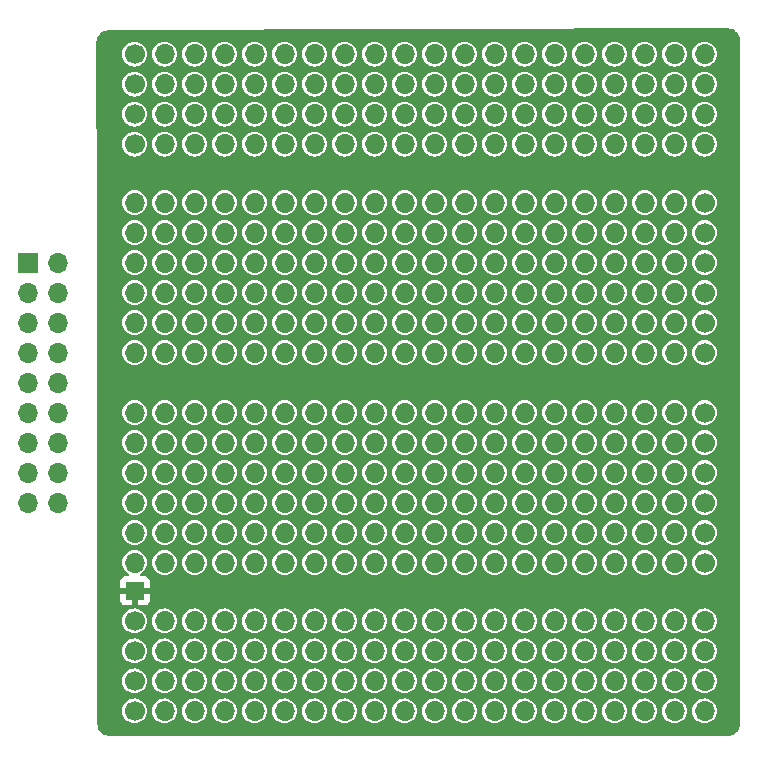
<source format=gbl>
G04 #@! TF.GenerationSoftware,KiCad,Pcbnew,8.0.8*
G04 #@! TF.CreationDate,2025-02-19T14:02:03-05:00*
G04 #@! TF.ProjectId,plot_gerbers,706c6f74-5f67-4657-9262-6572732e6b69,rev?*
G04 #@! TF.SameCoordinates,Original*
G04 #@! TF.FileFunction,Copper,L2,Bot*
G04 #@! TF.FilePolarity,Positive*
%FSLAX46Y46*%
G04 Gerber Fmt 4.6, Leading zero omitted, Abs format (unit mm)*
G04 Created by KiCad (PCBNEW 8.0.8) date 2025-02-19 14:02:03*
%MOMM*%
%LPD*%
G01*
G04 APERTURE LIST*
G04 #@! TA.AperFunction,ComponentPad*
%ADD10C,1.700000*%
G04 #@! TD*
G04 #@! TA.AperFunction,ComponentPad*
%ADD11O,1.700000X1.700000*%
G04 #@! TD*
G04 #@! TA.AperFunction,ComponentPad*
%ADD12R,1.700000X1.700000*%
G04 #@! TD*
G04 #@! TA.AperFunction,ComponentPad*
%ADD13R,1.500000X1.500000*%
G04 #@! TD*
G04 APERTURE END LIST*
D10*
X124820000Y-127310000D03*
X124820000Y-124770000D03*
X124820000Y-122230000D03*
X124820000Y-119690000D03*
D11*
X127360000Y-127310000D03*
X127360000Y-124770000D03*
X127360000Y-122230000D03*
X127360000Y-119690000D03*
X129900000Y-127310000D03*
X129900000Y-124770000D03*
X129900000Y-122230000D03*
X129900000Y-119690000D03*
X132440000Y-127310000D03*
X132440000Y-124770000D03*
X132440000Y-122230000D03*
X132440000Y-119690000D03*
X134980000Y-127310000D03*
X134980000Y-124770000D03*
X134980000Y-122230000D03*
X134980000Y-119690000D03*
X137520000Y-127310000D03*
X137520000Y-124770000D03*
X137520000Y-122230000D03*
X137520000Y-119690000D03*
X140060000Y-127310000D03*
X140060000Y-124770000D03*
X140060000Y-122230000D03*
X140060000Y-119690000D03*
X142600000Y-127310000D03*
X142600000Y-124770000D03*
X142600000Y-122230000D03*
X142600000Y-119690000D03*
X145140000Y-127310000D03*
X145140000Y-124770000D03*
X145140000Y-122230000D03*
X145140000Y-119690000D03*
X147680000Y-127310000D03*
X147680000Y-124770000D03*
X147680000Y-122230000D03*
X147680000Y-119690000D03*
X150220000Y-127310000D03*
X150220000Y-124770000D03*
X150220000Y-122230000D03*
X150220000Y-119690000D03*
X152760000Y-127310000D03*
X152760000Y-124770000D03*
X152760000Y-122230000D03*
X152760000Y-119690000D03*
X155300000Y-127310000D03*
X155300000Y-124770000D03*
X155300000Y-122230000D03*
X155300000Y-119690000D03*
X157840000Y-127310000D03*
X157840000Y-124770000D03*
X157840000Y-122230000D03*
X157840000Y-119690000D03*
X160380000Y-127310000D03*
X160380000Y-124770000D03*
X160380000Y-122230000D03*
X160380000Y-119690000D03*
X162920000Y-127310000D03*
X162920000Y-124770000D03*
X162920000Y-122230000D03*
X162920000Y-119690000D03*
X165460000Y-127310000D03*
X165460000Y-124770000D03*
X165460000Y-122230000D03*
X165460000Y-119690000D03*
X168000000Y-127310000D03*
X168000000Y-124770000D03*
X168000000Y-122230000D03*
X168000000Y-119690000D03*
X170540000Y-127310000D03*
X170540000Y-124770000D03*
X170540000Y-122230000D03*
X170540000Y-119690000D03*
X173080000Y-127310000D03*
X173080000Y-124770000D03*
X173080000Y-122230000D03*
X173080000Y-119690000D03*
D12*
X115830000Y-89350000D03*
D11*
X118370000Y-89350000D03*
X115830000Y-91890000D03*
X118370000Y-91890000D03*
X115830000Y-94430000D03*
X118370000Y-94430000D03*
X115830000Y-96970000D03*
X118370000Y-96970000D03*
X115830000Y-99510000D03*
X118370000Y-99510000D03*
X115830000Y-102050000D03*
X118370000Y-102050000D03*
X115830000Y-104590000D03*
X118370000Y-104590000D03*
X115830000Y-107130000D03*
X118370000Y-107130000D03*
X115830000Y-109670000D03*
X118370000Y-109670000D03*
D13*
X124850000Y-117130000D03*
D10*
X124820000Y-79310000D03*
X124820000Y-76770000D03*
X124820000Y-74230000D03*
X124820000Y-71690000D03*
D11*
X127360000Y-79310000D03*
X127360000Y-76770000D03*
X127360000Y-74230000D03*
X127360000Y-71690000D03*
X129900000Y-79310000D03*
X129900000Y-76770000D03*
X129900000Y-74230000D03*
X129900000Y-71690000D03*
X132440000Y-79310000D03*
X132440000Y-76770000D03*
X132440000Y-74230000D03*
X132440000Y-71690000D03*
X134980000Y-79310000D03*
X134980000Y-76770000D03*
X134980000Y-74230000D03*
X134980000Y-71690000D03*
X137520000Y-79310000D03*
X137520000Y-76770000D03*
X137520000Y-74230000D03*
X137520000Y-71690000D03*
X140060000Y-79310000D03*
X140060000Y-76770000D03*
X140060000Y-74230000D03*
X140060000Y-71690000D03*
X142600000Y-79310000D03*
X142600000Y-76770000D03*
X142600000Y-74230000D03*
X142600000Y-71690000D03*
X145140000Y-79310000D03*
X145140000Y-76770000D03*
X145140000Y-74230000D03*
X145140000Y-71690000D03*
X147680000Y-79310000D03*
X147680000Y-76770000D03*
X147680000Y-74230000D03*
X147680000Y-71690000D03*
X150220000Y-79310000D03*
X150220000Y-76770000D03*
X150220000Y-74230000D03*
X150220000Y-71690000D03*
X152760000Y-79310000D03*
X152760000Y-76770000D03*
X152760000Y-74230000D03*
X152760000Y-71690000D03*
X155300000Y-79310000D03*
X155300000Y-76770000D03*
X155300000Y-74230000D03*
X155300000Y-71690000D03*
X157840000Y-79310000D03*
X157840000Y-76770000D03*
X157840000Y-74230000D03*
X157840000Y-71690000D03*
X160380000Y-79310000D03*
X160380000Y-76770000D03*
X160380000Y-74230000D03*
X160380000Y-71690000D03*
X162920000Y-79310000D03*
X162920000Y-76770000D03*
X162920000Y-74230000D03*
X162920000Y-71690000D03*
X165460000Y-79310000D03*
X165460000Y-76770000D03*
X165460000Y-74230000D03*
X165460000Y-71690000D03*
X168000000Y-79310000D03*
X168000000Y-76770000D03*
X168000000Y-74230000D03*
X168000000Y-71690000D03*
X170540000Y-79310000D03*
X170540000Y-76770000D03*
X170540000Y-74230000D03*
X170540000Y-71690000D03*
X173080000Y-79310000D03*
X173080000Y-76770000D03*
X173080000Y-74230000D03*
X173080000Y-71690000D03*
D10*
X173080000Y-84260000D03*
X173080000Y-86800000D03*
X173080000Y-89340000D03*
X173080000Y-91880000D03*
X173080000Y-94420000D03*
X173080000Y-96960000D03*
D11*
X170540000Y-84260000D03*
X170540000Y-86800000D03*
X170540000Y-89340000D03*
X170540000Y-91880000D03*
X170540000Y-94420000D03*
X170540000Y-96960000D03*
X168000000Y-84260000D03*
X168000000Y-86800000D03*
X168000000Y-89340000D03*
X168000000Y-91880000D03*
X168000000Y-94420000D03*
X168000000Y-96960000D03*
X165460000Y-84260000D03*
X165460000Y-86800000D03*
X165460000Y-89340000D03*
X165460000Y-91880000D03*
X165460000Y-94420000D03*
X165460000Y-96960000D03*
X162920000Y-84260000D03*
X162920000Y-86800000D03*
X162920000Y-89340000D03*
X162920000Y-91880000D03*
X162920000Y-94420000D03*
X162920000Y-96960000D03*
X160380000Y-84260000D03*
X160380000Y-86800000D03*
X160380000Y-89340000D03*
X160380000Y-91880000D03*
X160380000Y-94420000D03*
X160380000Y-96960000D03*
X157840000Y-84260000D03*
X157840000Y-86800000D03*
X157840000Y-89340000D03*
X157840000Y-91880000D03*
X157840000Y-94420000D03*
X157840000Y-96960000D03*
X155300000Y-84260000D03*
X155300000Y-86800000D03*
X155300000Y-89340000D03*
X155300000Y-91880000D03*
X155300000Y-94420000D03*
X155300000Y-96960000D03*
X152760000Y-84260000D03*
X152760000Y-86800000D03*
X152760000Y-89340000D03*
X152760000Y-91880000D03*
X152760000Y-94420000D03*
X152760000Y-96960000D03*
X150220000Y-84260000D03*
X150220000Y-86800000D03*
X150220000Y-89340000D03*
X150220000Y-91880000D03*
X150220000Y-94420000D03*
X150220000Y-96960000D03*
X147680000Y-84260000D03*
X147680000Y-86800000D03*
X147680000Y-89340000D03*
X147680000Y-91880000D03*
X147680000Y-94420000D03*
X147680000Y-96960000D03*
X145140000Y-84260000D03*
X145140000Y-86800000D03*
X145140000Y-89340000D03*
X145140000Y-91880000D03*
X145140000Y-94420000D03*
X145140000Y-96960000D03*
X142600000Y-84260000D03*
X142600000Y-86800000D03*
X142600000Y-89340000D03*
X142600000Y-91880000D03*
X142600000Y-94420000D03*
X142600000Y-96960000D03*
X140060000Y-84260000D03*
X140060000Y-86800000D03*
X140060000Y-89340000D03*
X140060000Y-91880000D03*
X140060000Y-94420000D03*
X140060000Y-96960000D03*
X137520000Y-84260000D03*
X137520000Y-86800000D03*
X137520000Y-89340000D03*
X137520000Y-91880000D03*
X137520000Y-94420000D03*
X137520000Y-96960000D03*
X134980000Y-84260000D03*
X134980000Y-86800000D03*
X134980000Y-89340000D03*
X134980000Y-91880000D03*
X134980000Y-94420000D03*
X134980000Y-96960000D03*
X132440000Y-84260000D03*
X132440000Y-86800000D03*
X132440000Y-89340000D03*
X132440000Y-91880000D03*
X132440000Y-94420000D03*
X132440000Y-96960000D03*
X129900000Y-84260000D03*
X129900000Y-86800000D03*
X129900000Y-89340000D03*
X129900000Y-91880000D03*
X129900000Y-94420000D03*
X129900000Y-96960000D03*
X127360000Y-84260000D03*
X127360000Y-86800000D03*
X127360000Y-89340000D03*
X127360000Y-91880000D03*
X127360000Y-94420000D03*
X127360000Y-96960000D03*
X124820000Y-84260000D03*
X124820000Y-86800000D03*
X124820000Y-89340000D03*
X124820000Y-91880000D03*
X124820000Y-94420000D03*
X124820000Y-96960000D03*
D10*
X173080000Y-102040000D03*
X173080000Y-104580000D03*
X173080000Y-107120000D03*
X173080000Y-109660000D03*
X173080000Y-112200000D03*
X173080000Y-114740000D03*
D11*
X170540000Y-102040000D03*
X170540000Y-104580000D03*
X170540000Y-107120000D03*
X170540000Y-109660000D03*
X170540000Y-112200000D03*
X170540000Y-114740000D03*
X168000000Y-102040000D03*
X168000000Y-104580000D03*
X168000000Y-107120000D03*
X168000000Y-109660000D03*
X168000000Y-112200000D03*
X168000000Y-114740000D03*
X165460000Y-102040000D03*
X165460000Y-104580000D03*
X165460000Y-107120000D03*
X165460000Y-109660000D03*
X165460000Y-112200000D03*
X165460000Y-114740000D03*
X162920000Y-102040000D03*
X162920000Y-104580000D03*
X162920000Y-107120000D03*
X162920000Y-109660000D03*
X162920000Y-112200000D03*
X162920000Y-114740000D03*
X160380000Y-102040000D03*
X160380000Y-104580000D03*
X160380000Y-107120000D03*
X160380000Y-109660000D03*
X160380000Y-112200000D03*
X160380000Y-114740000D03*
X157840000Y-102040000D03*
X157840000Y-104580000D03*
X157840000Y-107120000D03*
X157840000Y-109660000D03*
X157840000Y-112200000D03*
X157840000Y-114740000D03*
X155300000Y-102040000D03*
X155300000Y-104580000D03*
X155300000Y-107120000D03*
X155300000Y-109660000D03*
X155300000Y-112200000D03*
X155300000Y-114740000D03*
X152760000Y-102040000D03*
X152760000Y-104580000D03*
X152760000Y-107120000D03*
X152760000Y-109660000D03*
X152760000Y-112200000D03*
X152760000Y-114740000D03*
X150220000Y-102040000D03*
X150220000Y-104580000D03*
X150220000Y-107120000D03*
X150220000Y-109660000D03*
X150220000Y-112200000D03*
X150220000Y-114740000D03*
X147680000Y-102040000D03*
X147680000Y-104580000D03*
X147680000Y-107120000D03*
X147680000Y-109660000D03*
X147680000Y-112200000D03*
X147680000Y-114740000D03*
X145140000Y-102040000D03*
X145140000Y-104580000D03*
X145140000Y-107120000D03*
X145140000Y-109660000D03*
X145140000Y-112200000D03*
X145140000Y-114740000D03*
X142600000Y-102040000D03*
X142600000Y-104580000D03*
X142600000Y-107120000D03*
X142600000Y-109660000D03*
X142600000Y-112200000D03*
X142600000Y-114740000D03*
X140060000Y-102040000D03*
X140060000Y-104580000D03*
X140060000Y-107120000D03*
X140060000Y-109660000D03*
X140060000Y-112200000D03*
X140060000Y-114740000D03*
X137520000Y-102040000D03*
X137520000Y-104580000D03*
X137520000Y-107120000D03*
X137520000Y-109660000D03*
X137520000Y-112200000D03*
X137520000Y-114740000D03*
X134980000Y-102040000D03*
X134980000Y-104580000D03*
X134980000Y-107120000D03*
X134980000Y-109660000D03*
X134980000Y-112200000D03*
X134980000Y-114740000D03*
X132440000Y-102040000D03*
X132440000Y-104580000D03*
X132440000Y-107120000D03*
X132440000Y-109660000D03*
X132440000Y-112200000D03*
X132440000Y-114740000D03*
X129900000Y-102040000D03*
X129900000Y-104580000D03*
X129900000Y-107120000D03*
X129900000Y-109660000D03*
X129900000Y-112200000D03*
X129900000Y-114740000D03*
X127360000Y-102040000D03*
X127360000Y-104580000D03*
X127360000Y-107120000D03*
X127360000Y-109660000D03*
X127360000Y-112200000D03*
X127360000Y-114740000D03*
X124820000Y-102040000D03*
X124820000Y-104580000D03*
X124820000Y-107120000D03*
X124820000Y-109660000D03*
X124820000Y-112200000D03*
X124820000Y-114740000D03*
G04 #@! TA.AperFunction,Conductor*
G36*
X175082940Y-69523720D02*
G01*
X175260221Y-69540656D01*
X175284121Y-69545342D01*
X175448791Y-69594837D01*
X175471315Y-69604105D01*
X175623136Y-69684835D01*
X175643412Y-69698325D01*
X175776528Y-69807178D01*
X175793777Y-69824374D01*
X175903039Y-69957139D01*
X175916595Y-69977375D01*
X175997799Y-70128939D01*
X176007138Y-70151435D01*
X176057149Y-70315954D01*
X176061909Y-70339839D01*
X176079400Y-70517065D01*
X176080000Y-70529244D01*
X176080000Y-128403907D01*
X176079403Y-128416061D01*
X176061982Y-128592934D01*
X176057240Y-128616775D01*
X176007424Y-128780998D01*
X175998121Y-128803456D01*
X175917227Y-128954798D01*
X175903722Y-128975010D01*
X175794854Y-129107666D01*
X175777666Y-129124854D01*
X175645010Y-129233722D01*
X175624798Y-129247227D01*
X175473456Y-129328121D01*
X175450998Y-129337424D01*
X175286775Y-129387240D01*
X175262934Y-129391982D01*
X175086061Y-129409403D01*
X175073907Y-129410000D01*
X122674378Y-129410000D01*
X122662234Y-129409404D01*
X122485509Y-129392013D01*
X122461690Y-129387279D01*
X122297596Y-129337547D01*
X122275155Y-129328261D01*
X122123906Y-129247499D01*
X122103705Y-129234016D01*
X121971096Y-129125318D01*
X121953915Y-129108160D01*
X121845040Y-128975702D01*
X121831529Y-128955519D01*
X121821980Y-128937694D01*
X121750559Y-128804373D01*
X121741244Y-128781948D01*
X121691291Y-128617923D01*
X121686525Y-128594109D01*
X121686408Y-128592934D01*
X121668894Y-128417402D01*
X121668282Y-128405289D01*
X121666797Y-127310000D01*
X123764417Y-127310000D01*
X123784699Y-127515932D01*
X123784700Y-127515934D01*
X123844768Y-127713954D01*
X123942315Y-127896450D01*
X123942317Y-127896452D01*
X124073589Y-128056410D01*
X124170209Y-128135702D01*
X124233550Y-128187685D01*
X124416046Y-128285232D01*
X124614066Y-128345300D01*
X124614065Y-128345300D01*
X124632529Y-128347118D01*
X124820000Y-128365583D01*
X125025934Y-128345300D01*
X125223954Y-128285232D01*
X125406450Y-128187685D01*
X125566410Y-128056410D01*
X125697685Y-127896450D01*
X125795232Y-127713954D01*
X125855300Y-127515934D01*
X125875583Y-127310000D01*
X126304417Y-127310000D01*
X126324699Y-127515932D01*
X126324700Y-127515934D01*
X126384768Y-127713954D01*
X126482315Y-127896450D01*
X126482317Y-127896452D01*
X126613589Y-128056410D01*
X126710209Y-128135702D01*
X126773550Y-128187685D01*
X126956046Y-128285232D01*
X127154066Y-128345300D01*
X127154065Y-128345300D01*
X127172529Y-128347118D01*
X127360000Y-128365583D01*
X127565934Y-128345300D01*
X127763954Y-128285232D01*
X127946450Y-128187685D01*
X128106410Y-128056410D01*
X128237685Y-127896450D01*
X128335232Y-127713954D01*
X128395300Y-127515934D01*
X128415583Y-127310000D01*
X128844417Y-127310000D01*
X128864699Y-127515932D01*
X128864700Y-127515934D01*
X128924768Y-127713954D01*
X129022315Y-127896450D01*
X129022317Y-127896452D01*
X129153589Y-128056410D01*
X129250209Y-128135702D01*
X129313550Y-128187685D01*
X129496046Y-128285232D01*
X129694066Y-128345300D01*
X129694065Y-128345300D01*
X129712529Y-128347118D01*
X129900000Y-128365583D01*
X130105934Y-128345300D01*
X130303954Y-128285232D01*
X130486450Y-128187685D01*
X130646410Y-128056410D01*
X130777685Y-127896450D01*
X130875232Y-127713954D01*
X130935300Y-127515934D01*
X130955583Y-127310000D01*
X131384417Y-127310000D01*
X131404699Y-127515932D01*
X131404700Y-127515934D01*
X131464768Y-127713954D01*
X131562315Y-127896450D01*
X131562317Y-127896452D01*
X131693589Y-128056410D01*
X131790209Y-128135702D01*
X131853550Y-128187685D01*
X132036046Y-128285232D01*
X132234066Y-128345300D01*
X132234065Y-128345300D01*
X132252529Y-128347118D01*
X132440000Y-128365583D01*
X132645934Y-128345300D01*
X132843954Y-128285232D01*
X133026450Y-128187685D01*
X133186410Y-128056410D01*
X133317685Y-127896450D01*
X133415232Y-127713954D01*
X133475300Y-127515934D01*
X133495583Y-127310000D01*
X133924417Y-127310000D01*
X133944699Y-127515932D01*
X133944700Y-127515934D01*
X134004768Y-127713954D01*
X134102315Y-127896450D01*
X134102317Y-127896452D01*
X134233589Y-128056410D01*
X134330209Y-128135702D01*
X134393550Y-128187685D01*
X134576046Y-128285232D01*
X134774066Y-128345300D01*
X134774065Y-128345300D01*
X134792529Y-128347118D01*
X134980000Y-128365583D01*
X135185934Y-128345300D01*
X135383954Y-128285232D01*
X135566450Y-128187685D01*
X135726410Y-128056410D01*
X135857685Y-127896450D01*
X135955232Y-127713954D01*
X136015300Y-127515934D01*
X136035583Y-127310000D01*
X136464417Y-127310000D01*
X136484699Y-127515932D01*
X136484700Y-127515934D01*
X136544768Y-127713954D01*
X136642315Y-127896450D01*
X136642317Y-127896452D01*
X136773589Y-128056410D01*
X136870209Y-128135702D01*
X136933550Y-128187685D01*
X137116046Y-128285232D01*
X137314066Y-128345300D01*
X137314065Y-128345300D01*
X137332529Y-128347118D01*
X137520000Y-128365583D01*
X137725934Y-128345300D01*
X137923954Y-128285232D01*
X138106450Y-128187685D01*
X138266410Y-128056410D01*
X138397685Y-127896450D01*
X138495232Y-127713954D01*
X138555300Y-127515934D01*
X138575583Y-127310000D01*
X139004417Y-127310000D01*
X139024699Y-127515932D01*
X139024700Y-127515934D01*
X139084768Y-127713954D01*
X139182315Y-127896450D01*
X139182317Y-127896452D01*
X139313589Y-128056410D01*
X139410209Y-128135702D01*
X139473550Y-128187685D01*
X139656046Y-128285232D01*
X139854066Y-128345300D01*
X139854065Y-128345300D01*
X139872529Y-128347118D01*
X140060000Y-128365583D01*
X140265934Y-128345300D01*
X140463954Y-128285232D01*
X140646450Y-128187685D01*
X140806410Y-128056410D01*
X140937685Y-127896450D01*
X141035232Y-127713954D01*
X141095300Y-127515934D01*
X141115583Y-127310000D01*
X141544417Y-127310000D01*
X141564699Y-127515932D01*
X141564700Y-127515934D01*
X141624768Y-127713954D01*
X141722315Y-127896450D01*
X141722317Y-127896452D01*
X141853589Y-128056410D01*
X141950209Y-128135702D01*
X142013550Y-128187685D01*
X142196046Y-128285232D01*
X142394066Y-128345300D01*
X142394065Y-128345300D01*
X142412529Y-128347118D01*
X142600000Y-128365583D01*
X142805934Y-128345300D01*
X143003954Y-128285232D01*
X143186450Y-128187685D01*
X143346410Y-128056410D01*
X143477685Y-127896450D01*
X143575232Y-127713954D01*
X143635300Y-127515934D01*
X143655583Y-127310000D01*
X144084417Y-127310000D01*
X144104699Y-127515932D01*
X144104700Y-127515934D01*
X144164768Y-127713954D01*
X144262315Y-127896450D01*
X144262317Y-127896452D01*
X144393589Y-128056410D01*
X144490209Y-128135702D01*
X144553550Y-128187685D01*
X144736046Y-128285232D01*
X144934066Y-128345300D01*
X144934065Y-128345300D01*
X144952529Y-128347118D01*
X145140000Y-128365583D01*
X145345934Y-128345300D01*
X145543954Y-128285232D01*
X145726450Y-128187685D01*
X145886410Y-128056410D01*
X146017685Y-127896450D01*
X146115232Y-127713954D01*
X146175300Y-127515934D01*
X146195583Y-127310000D01*
X146624417Y-127310000D01*
X146644699Y-127515932D01*
X146644700Y-127515934D01*
X146704768Y-127713954D01*
X146802315Y-127896450D01*
X146802317Y-127896452D01*
X146933589Y-128056410D01*
X147030209Y-128135702D01*
X147093550Y-128187685D01*
X147276046Y-128285232D01*
X147474066Y-128345300D01*
X147474065Y-128345300D01*
X147492529Y-128347118D01*
X147680000Y-128365583D01*
X147885934Y-128345300D01*
X148083954Y-128285232D01*
X148266450Y-128187685D01*
X148426410Y-128056410D01*
X148557685Y-127896450D01*
X148655232Y-127713954D01*
X148715300Y-127515934D01*
X148735583Y-127310000D01*
X149164417Y-127310000D01*
X149184699Y-127515932D01*
X149184700Y-127515934D01*
X149244768Y-127713954D01*
X149342315Y-127896450D01*
X149342317Y-127896452D01*
X149473589Y-128056410D01*
X149570209Y-128135702D01*
X149633550Y-128187685D01*
X149816046Y-128285232D01*
X150014066Y-128345300D01*
X150014065Y-128345300D01*
X150032529Y-128347118D01*
X150220000Y-128365583D01*
X150425934Y-128345300D01*
X150623954Y-128285232D01*
X150806450Y-128187685D01*
X150966410Y-128056410D01*
X151097685Y-127896450D01*
X151195232Y-127713954D01*
X151255300Y-127515934D01*
X151275583Y-127310000D01*
X151704417Y-127310000D01*
X151724699Y-127515932D01*
X151724700Y-127515934D01*
X151784768Y-127713954D01*
X151882315Y-127896450D01*
X151882317Y-127896452D01*
X152013589Y-128056410D01*
X152110209Y-128135702D01*
X152173550Y-128187685D01*
X152356046Y-128285232D01*
X152554066Y-128345300D01*
X152554065Y-128345300D01*
X152572529Y-128347118D01*
X152760000Y-128365583D01*
X152965934Y-128345300D01*
X153163954Y-128285232D01*
X153346450Y-128187685D01*
X153506410Y-128056410D01*
X153637685Y-127896450D01*
X153735232Y-127713954D01*
X153795300Y-127515934D01*
X153815583Y-127310000D01*
X154244417Y-127310000D01*
X154264699Y-127515932D01*
X154264700Y-127515934D01*
X154324768Y-127713954D01*
X154422315Y-127896450D01*
X154422317Y-127896452D01*
X154553589Y-128056410D01*
X154650209Y-128135702D01*
X154713550Y-128187685D01*
X154896046Y-128285232D01*
X155094066Y-128345300D01*
X155094065Y-128345300D01*
X155112529Y-128347118D01*
X155300000Y-128365583D01*
X155505934Y-128345300D01*
X155703954Y-128285232D01*
X155886450Y-128187685D01*
X156046410Y-128056410D01*
X156177685Y-127896450D01*
X156275232Y-127713954D01*
X156335300Y-127515934D01*
X156355583Y-127310000D01*
X156784417Y-127310000D01*
X156804699Y-127515932D01*
X156804700Y-127515934D01*
X156864768Y-127713954D01*
X156962315Y-127896450D01*
X156962317Y-127896452D01*
X157093589Y-128056410D01*
X157190209Y-128135702D01*
X157253550Y-128187685D01*
X157436046Y-128285232D01*
X157634066Y-128345300D01*
X157634065Y-128345300D01*
X157652529Y-128347118D01*
X157840000Y-128365583D01*
X158045934Y-128345300D01*
X158243954Y-128285232D01*
X158426450Y-128187685D01*
X158586410Y-128056410D01*
X158717685Y-127896450D01*
X158815232Y-127713954D01*
X158875300Y-127515934D01*
X158895583Y-127310000D01*
X159324417Y-127310000D01*
X159344699Y-127515932D01*
X159344700Y-127515934D01*
X159404768Y-127713954D01*
X159502315Y-127896450D01*
X159502317Y-127896452D01*
X159633589Y-128056410D01*
X159730209Y-128135702D01*
X159793550Y-128187685D01*
X159976046Y-128285232D01*
X160174066Y-128345300D01*
X160174065Y-128345300D01*
X160192529Y-128347118D01*
X160380000Y-128365583D01*
X160585934Y-128345300D01*
X160783954Y-128285232D01*
X160966450Y-128187685D01*
X161126410Y-128056410D01*
X161257685Y-127896450D01*
X161355232Y-127713954D01*
X161415300Y-127515934D01*
X161435583Y-127310000D01*
X161864417Y-127310000D01*
X161884699Y-127515932D01*
X161884700Y-127515934D01*
X161944768Y-127713954D01*
X162042315Y-127896450D01*
X162042317Y-127896452D01*
X162173589Y-128056410D01*
X162270209Y-128135702D01*
X162333550Y-128187685D01*
X162516046Y-128285232D01*
X162714066Y-128345300D01*
X162714065Y-128345300D01*
X162732529Y-128347118D01*
X162920000Y-128365583D01*
X163125934Y-128345300D01*
X163323954Y-128285232D01*
X163506450Y-128187685D01*
X163666410Y-128056410D01*
X163797685Y-127896450D01*
X163895232Y-127713954D01*
X163955300Y-127515934D01*
X163975583Y-127310000D01*
X164404417Y-127310000D01*
X164424699Y-127515932D01*
X164424700Y-127515934D01*
X164484768Y-127713954D01*
X164582315Y-127896450D01*
X164582317Y-127896452D01*
X164713589Y-128056410D01*
X164810209Y-128135702D01*
X164873550Y-128187685D01*
X165056046Y-128285232D01*
X165254066Y-128345300D01*
X165254065Y-128345300D01*
X165272529Y-128347118D01*
X165460000Y-128365583D01*
X165665934Y-128345300D01*
X165863954Y-128285232D01*
X166046450Y-128187685D01*
X166206410Y-128056410D01*
X166337685Y-127896450D01*
X166435232Y-127713954D01*
X166495300Y-127515934D01*
X166515583Y-127310000D01*
X166944417Y-127310000D01*
X166964699Y-127515932D01*
X166964700Y-127515934D01*
X167024768Y-127713954D01*
X167122315Y-127896450D01*
X167122317Y-127896452D01*
X167253589Y-128056410D01*
X167350209Y-128135702D01*
X167413550Y-128187685D01*
X167596046Y-128285232D01*
X167794066Y-128345300D01*
X167794065Y-128345300D01*
X167812529Y-128347118D01*
X168000000Y-128365583D01*
X168205934Y-128345300D01*
X168403954Y-128285232D01*
X168586450Y-128187685D01*
X168746410Y-128056410D01*
X168877685Y-127896450D01*
X168975232Y-127713954D01*
X169035300Y-127515934D01*
X169055583Y-127310000D01*
X169484417Y-127310000D01*
X169504699Y-127515932D01*
X169504700Y-127515934D01*
X169564768Y-127713954D01*
X169662315Y-127896450D01*
X169662317Y-127896452D01*
X169793589Y-128056410D01*
X169890209Y-128135702D01*
X169953550Y-128187685D01*
X170136046Y-128285232D01*
X170334066Y-128345300D01*
X170334065Y-128345300D01*
X170352529Y-128347118D01*
X170540000Y-128365583D01*
X170745934Y-128345300D01*
X170943954Y-128285232D01*
X171126450Y-128187685D01*
X171286410Y-128056410D01*
X171417685Y-127896450D01*
X171515232Y-127713954D01*
X171575300Y-127515934D01*
X171595583Y-127310000D01*
X172024417Y-127310000D01*
X172044699Y-127515932D01*
X172044700Y-127515934D01*
X172104768Y-127713954D01*
X172202315Y-127896450D01*
X172202317Y-127896452D01*
X172333589Y-128056410D01*
X172430209Y-128135702D01*
X172493550Y-128187685D01*
X172676046Y-128285232D01*
X172874066Y-128345300D01*
X172874065Y-128345300D01*
X172892529Y-128347118D01*
X173080000Y-128365583D01*
X173285934Y-128345300D01*
X173483954Y-128285232D01*
X173666450Y-128187685D01*
X173826410Y-128056410D01*
X173957685Y-127896450D01*
X174055232Y-127713954D01*
X174115300Y-127515934D01*
X174135583Y-127310000D01*
X174115300Y-127104066D01*
X174055232Y-126906046D01*
X173957685Y-126723550D01*
X173905702Y-126660209D01*
X173826410Y-126563589D01*
X173666452Y-126432317D01*
X173666453Y-126432317D01*
X173666450Y-126432315D01*
X173483954Y-126334768D01*
X173285934Y-126274700D01*
X173285932Y-126274699D01*
X173285934Y-126274699D01*
X173080000Y-126254417D01*
X172874067Y-126274699D01*
X172676043Y-126334769D01*
X172565898Y-126393643D01*
X172493550Y-126432315D01*
X172493548Y-126432316D01*
X172493547Y-126432317D01*
X172333589Y-126563589D01*
X172202317Y-126723547D01*
X172104769Y-126906043D01*
X172044699Y-127104067D01*
X172024417Y-127310000D01*
X171595583Y-127310000D01*
X171575300Y-127104066D01*
X171515232Y-126906046D01*
X171417685Y-126723550D01*
X171365702Y-126660209D01*
X171286410Y-126563589D01*
X171126452Y-126432317D01*
X171126453Y-126432317D01*
X171126450Y-126432315D01*
X170943954Y-126334768D01*
X170745934Y-126274700D01*
X170745932Y-126274699D01*
X170745934Y-126274699D01*
X170540000Y-126254417D01*
X170334067Y-126274699D01*
X170136043Y-126334769D01*
X170025898Y-126393643D01*
X169953550Y-126432315D01*
X169953548Y-126432316D01*
X169953547Y-126432317D01*
X169793589Y-126563589D01*
X169662317Y-126723547D01*
X169564769Y-126906043D01*
X169504699Y-127104067D01*
X169484417Y-127310000D01*
X169055583Y-127310000D01*
X169035300Y-127104066D01*
X168975232Y-126906046D01*
X168877685Y-126723550D01*
X168825702Y-126660209D01*
X168746410Y-126563589D01*
X168586452Y-126432317D01*
X168586453Y-126432317D01*
X168586450Y-126432315D01*
X168403954Y-126334768D01*
X168205934Y-126274700D01*
X168205932Y-126274699D01*
X168205934Y-126274699D01*
X168000000Y-126254417D01*
X167794067Y-126274699D01*
X167596043Y-126334769D01*
X167485898Y-126393643D01*
X167413550Y-126432315D01*
X167413548Y-126432316D01*
X167413547Y-126432317D01*
X167253589Y-126563589D01*
X167122317Y-126723547D01*
X167024769Y-126906043D01*
X166964699Y-127104067D01*
X166944417Y-127310000D01*
X166515583Y-127310000D01*
X166495300Y-127104066D01*
X166435232Y-126906046D01*
X166337685Y-126723550D01*
X166285702Y-126660209D01*
X166206410Y-126563589D01*
X166046452Y-126432317D01*
X166046453Y-126432317D01*
X166046450Y-126432315D01*
X165863954Y-126334768D01*
X165665934Y-126274700D01*
X165665932Y-126274699D01*
X165665934Y-126274699D01*
X165460000Y-126254417D01*
X165254067Y-126274699D01*
X165056043Y-126334769D01*
X164945898Y-126393643D01*
X164873550Y-126432315D01*
X164873548Y-126432316D01*
X164873547Y-126432317D01*
X164713589Y-126563589D01*
X164582317Y-126723547D01*
X164484769Y-126906043D01*
X164424699Y-127104067D01*
X164404417Y-127310000D01*
X163975583Y-127310000D01*
X163955300Y-127104066D01*
X163895232Y-126906046D01*
X163797685Y-126723550D01*
X163745702Y-126660209D01*
X163666410Y-126563589D01*
X163506452Y-126432317D01*
X163506453Y-126432317D01*
X163506450Y-126432315D01*
X163323954Y-126334768D01*
X163125934Y-126274700D01*
X163125932Y-126274699D01*
X163125934Y-126274699D01*
X162920000Y-126254417D01*
X162714067Y-126274699D01*
X162516043Y-126334769D01*
X162405898Y-126393643D01*
X162333550Y-126432315D01*
X162333548Y-126432316D01*
X162333547Y-126432317D01*
X162173589Y-126563589D01*
X162042317Y-126723547D01*
X161944769Y-126906043D01*
X161884699Y-127104067D01*
X161864417Y-127310000D01*
X161435583Y-127310000D01*
X161415300Y-127104066D01*
X161355232Y-126906046D01*
X161257685Y-126723550D01*
X161205702Y-126660209D01*
X161126410Y-126563589D01*
X160966452Y-126432317D01*
X160966453Y-126432317D01*
X160966450Y-126432315D01*
X160783954Y-126334768D01*
X160585934Y-126274700D01*
X160585932Y-126274699D01*
X160585934Y-126274699D01*
X160380000Y-126254417D01*
X160174067Y-126274699D01*
X159976043Y-126334769D01*
X159865898Y-126393643D01*
X159793550Y-126432315D01*
X159793548Y-126432316D01*
X159793547Y-126432317D01*
X159633589Y-126563589D01*
X159502317Y-126723547D01*
X159404769Y-126906043D01*
X159344699Y-127104067D01*
X159324417Y-127310000D01*
X158895583Y-127310000D01*
X158875300Y-127104066D01*
X158815232Y-126906046D01*
X158717685Y-126723550D01*
X158665702Y-126660209D01*
X158586410Y-126563589D01*
X158426452Y-126432317D01*
X158426453Y-126432317D01*
X158426450Y-126432315D01*
X158243954Y-126334768D01*
X158045934Y-126274700D01*
X158045932Y-126274699D01*
X158045934Y-126274699D01*
X157840000Y-126254417D01*
X157634067Y-126274699D01*
X157436043Y-126334769D01*
X157325898Y-126393643D01*
X157253550Y-126432315D01*
X157253548Y-126432316D01*
X157253547Y-126432317D01*
X157093589Y-126563589D01*
X156962317Y-126723547D01*
X156864769Y-126906043D01*
X156804699Y-127104067D01*
X156784417Y-127310000D01*
X156355583Y-127310000D01*
X156335300Y-127104066D01*
X156275232Y-126906046D01*
X156177685Y-126723550D01*
X156125702Y-126660209D01*
X156046410Y-126563589D01*
X155886452Y-126432317D01*
X155886453Y-126432317D01*
X155886450Y-126432315D01*
X155703954Y-126334768D01*
X155505934Y-126274700D01*
X155505932Y-126274699D01*
X155505934Y-126274699D01*
X155300000Y-126254417D01*
X155094067Y-126274699D01*
X154896043Y-126334769D01*
X154785898Y-126393643D01*
X154713550Y-126432315D01*
X154713548Y-126432316D01*
X154713547Y-126432317D01*
X154553589Y-126563589D01*
X154422317Y-126723547D01*
X154324769Y-126906043D01*
X154264699Y-127104067D01*
X154244417Y-127310000D01*
X153815583Y-127310000D01*
X153795300Y-127104066D01*
X153735232Y-126906046D01*
X153637685Y-126723550D01*
X153585702Y-126660209D01*
X153506410Y-126563589D01*
X153346452Y-126432317D01*
X153346453Y-126432317D01*
X153346450Y-126432315D01*
X153163954Y-126334768D01*
X152965934Y-126274700D01*
X152965932Y-126274699D01*
X152965934Y-126274699D01*
X152760000Y-126254417D01*
X152554067Y-126274699D01*
X152356043Y-126334769D01*
X152245898Y-126393643D01*
X152173550Y-126432315D01*
X152173548Y-126432316D01*
X152173547Y-126432317D01*
X152013589Y-126563589D01*
X151882317Y-126723547D01*
X151784769Y-126906043D01*
X151724699Y-127104067D01*
X151704417Y-127310000D01*
X151275583Y-127310000D01*
X151255300Y-127104066D01*
X151195232Y-126906046D01*
X151097685Y-126723550D01*
X151045702Y-126660209D01*
X150966410Y-126563589D01*
X150806452Y-126432317D01*
X150806453Y-126432317D01*
X150806450Y-126432315D01*
X150623954Y-126334768D01*
X150425934Y-126274700D01*
X150425932Y-126274699D01*
X150425934Y-126274699D01*
X150220000Y-126254417D01*
X150014067Y-126274699D01*
X149816043Y-126334769D01*
X149705898Y-126393643D01*
X149633550Y-126432315D01*
X149633548Y-126432316D01*
X149633547Y-126432317D01*
X149473589Y-126563589D01*
X149342317Y-126723547D01*
X149244769Y-126906043D01*
X149184699Y-127104067D01*
X149164417Y-127310000D01*
X148735583Y-127310000D01*
X148715300Y-127104066D01*
X148655232Y-126906046D01*
X148557685Y-126723550D01*
X148505702Y-126660209D01*
X148426410Y-126563589D01*
X148266452Y-126432317D01*
X148266453Y-126432317D01*
X148266450Y-126432315D01*
X148083954Y-126334768D01*
X147885934Y-126274700D01*
X147885932Y-126274699D01*
X147885934Y-126274699D01*
X147680000Y-126254417D01*
X147474067Y-126274699D01*
X147276043Y-126334769D01*
X147165898Y-126393643D01*
X147093550Y-126432315D01*
X147093548Y-126432316D01*
X147093547Y-126432317D01*
X146933589Y-126563589D01*
X146802317Y-126723547D01*
X146704769Y-126906043D01*
X146644699Y-127104067D01*
X146624417Y-127310000D01*
X146195583Y-127310000D01*
X146175300Y-127104066D01*
X146115232Y-126906046D01*
X146017685Y-126723550D01*
X145965702Y-126660209D01*
X145886410Y-126563589D01*
X145726452Y-126432317D01*
X145726453Y-126432317D01*
X145726450Y-126432315D01*
X145543954Y-126334768D01*
X145345934Y-126274700D01*
X145345932Y-126274699D01*
X145345934Y-126274699D01*
X145140000Y-126254417D01*
X144934067Y-126274699D01*
X144736043Y-126334769D01*
X144625898Y-126393643D01*
X144553550Y-126432315D01*
X144553548Y-126432316D01*
X144553547Y-126432317D01*
X144393589Y-126563589D01*
X144262317Y-126723547D01*
X144164769Y-126906043D01*
X144104699Y-127104067D01*
X144084417Y-127310000D01*
X143655583Y-127310000D01*
X143635300Y-127104066D01*
X143575232Y-126906046D01*
X143477685Y-126723550D01*
X143425702Y-126660209D01*
X143346410Y-126563589D01*
X143186452Y-126432317D01*
X143186453Y-126432317D01*
X143186450Y-126432315D01*
X143003954Y-126334768D01*
X142805934Y-126274700D01*
X142805932Y-126274699D01*
X142805934Y-126274699D01*
X142600000Y-126254417D01*
X142394067Y-126274699D01*
X142196043Y-126334769D01*
X142085898Y-126393643D01*
X142013550Y-126432315D01*
X142013548Y-126432316D01*
X142013547Y-126432317D01*
X141853589Y-126563589D01*
X141722317Y-126723547D01*
X141624769Y-126906043D01*
X141564699Y-127104067D01*
X141544417Y-127310000D01*
X141115583Y-127310000D01*
X141095300Y-127104066D01*
X141035232Y-126906046D01*
X140937685Y-126723550D01*
X140885702Y-126660209D01*
X140806410Y-126563589D01*
X140646452Y-126432317D01*
X140646453Y-126432317D01*
X140646450Y-126432315D01*
X140463954Y-126334768D01*
X140265934Y-126274700D01*
X140265932Y-126274699D01*
X140265934Y-126274699D01*
X140060000Y-126254417D01*
X139854067Y-126274699D01*
X139656043Y-126334769D01*
X139545898Y-126393643D01*
X139473550Y-126432315D01*
X139473548Y-126432316D01*
X139473547Y-126432317D01*
X139313589Y-126563589D01*
X139182317Y-126723547D01*
X139084769Y-126906043D01*
X139024699Y-127104067D01*
X139004417Y-127310000D01*
X138575583Y-127310000D01*
X138555300Y-127104066D01*
X138495232Y-126906046D01*
X138397685Y-126723550D01*
X138345702Y-126660209D01*
X138266410Y-126563589D01*
X138106452Y-126432317D01*
X138106453Y-126432317D01*
X138106450Y-126432315D01*
X137923954Y-126334768D01*
X137725934Y-126274700D01*
X137725932Y-126274699D01*
X137725934Y-126274699D01*
X137520000Y-126254417D01*
X137314067Y-126274699D01*
X137116043Y-126334769D01*
X137005898Y-126393643D01*
X136933550Y-126432315D01*
X136933548Y-126432316D01*
X136933547Y-126432317D01*
X136773589Y-126563589D01*
X136642317Y-126723547D01*
X136544769Y-126906043D01*
X136484699Y-127104067D01*
X136464417Y-127310000D01*
X136035583Y-127310000D01*
X136015300Y-127104066D01*
X135955232Y-126906046D01*
X135857685Y-126723550D01*
X135805702Y-126660209D01*
X135726410Y-126563589D01*
X135566452Y-126432317D01*
X135566453Y-126432317D01*
X135566450Y-126432315D01*
X135383954Y-126334768D01*
X135185934Y-126274700D01*
X135185932Y-126274699D01*
X135185934Y-126274699D01*
X134980000Y-126254417D01*
X134774067Y-126274699D01*
X134576043Y-126334769D01*
X134465898Y-126393643D01*
X134393550Y-126432315D01*
X134393548Y-126432316D01*
X134393547Y-126432317D01*
X134233589Y-126563589D01*
X134102317Y-126723547D01*
X134004769Y-126906043D01*
X133944699Y-127104067D01*
X133924417Y-127310000D01*
X133495583Y-127310000D01*
X133475300Y-127104066D01*
X133415232Y-126906046D01*
X133317685Y-126723550D01*
X133265702Y-126660209D01*
X133186410Y-126563589D01*
X133026452Y-126432317D01*
X133026453Y-126432317D01*
X133026450Y-126432315D01*
X132843954Y-126334768D01*
X132645934Y-126274700D01*
X132645932Y-126274699D01*
X132645934Y-126274699D01*
X132440000Y-126254417D01*
X132234067Y-126274699D01*
X132036043Y-126334769D01*
X131925898Y-126393643D01*
X131853550Y-126432315D01*
X131853548Y-126432316D01*
X131853547Y-126432317D01*
X131693589Y-126563589D01*
X131562317Y-126723547D01*
X131464769Y-126906043D01*
X131404699Y-127104067D01*
X131384417Y-127310000D01*
X130955583Y-127310000D01*
X130935300Y-127104066D01*
X130875232Y-126906046D01*
X130777685Y-126723550D01*
X130725702Y-126660209D01*
X130646410Y-126563589D01*
X130486452Y-126432317D01*
X130486453Y-126432317D01*
X130486450Y-126432315D01*
X130303954Y-126334768D01*
X130105934Y-126274700D01*
X130105932Y-126274699D01*
X130105934Y-126274699D01*
X129900000Y-126254417D01*
X129694067Y-126274699D01*
X129496043Y-126334769D01*
X129385898Y-126393643D01*
X129313550Y-126432315D01*
X129313548Y-126432316D01*
X129313547Y-126432317D01*
X129153589Y-126563589D01*
X129022317Y-126723547D01*
X128924769Y-126906043D01*
X128864699Y-127104067D01*
X128844417Y-127310000D01*
X128415583Y-127310000D01*
X128395300Y-127104066D01*
X128335232Y-126906046D01*
X128237685Y-126723550D01*
X128185702Y-126660209D01*
X128106410Y-126563589D01*
X127946452Y-126432317D01*
X127946453Y-126432317D01*
X127946450Y-126432315D01*
X127763954Y-126334768D01*
X127565934Y-126274700D01*
X127565932Y-126274699D01*
X127565934Y-126274699D01*
X127360000Y-126254417D01*
X127154067Y-126274699D01*
X126956043Y-126334769D01*
X126845898Y-126393643D01*
X126773550Y-126432315D01*
X126773548Y-126432316D01*
X126773547Y-126432317D01*
X126613589Y-126563589D01*
X126482317Y-126723547D01*
X126384769Y-126906043D01*
X126324699Y-127104067D01*
X126304417Y-127310000D01*
X125875583Y-127310000D01*
X125855300Y-127104066D01*
X125795232Y-126906046D01*
X125697685Y-126723550D01*
X125645702Y-126660209D01*
X125566410Y-126563589D01*
X125406452Y-126432317D01*
X125406453Y-126432317D01*
X125406450Y-126432315D01*
X125223954Y-126334768D01*
X125025934Y-126274700D01*
X125025932Y-126274699D01*
X125025934Y-126274699D01*
X124820000Y-126254417D01*
X124614067Y-126274699D01*
X124416043Y-126334769D01*
X124305898Y-126393643D01*
X124233550Y-126432315D01*
X124233548Y-126432316D01*
X124233547Y-126432317D01*
X124073589Y-126563589D01*
X123942317Y-126723547D01*
X123844769Y-126906043D01*
X123784699Y-127104067D01*
X123764417Y-127310000D01*
X121666797Y-127310000D01*
X121663352Y-124770000D01*
X123764417Y-124770000D01*
X123784699Y-124975932D01*
X123784700Y-124975934D01*
X123844768Y-125173954D01*
X123942315Y-125356450D01*
X123942317Y-125356452D01*
X124073589Y-125516410D01*
X124170209Y-125595702D01*
X124233550Y-125647685D01*
X124416046Y-125745232D01*
X124614066Y-125805300D01*
X124614065Y-125805300D01*
X124632529Y-125807118D01*
X124820000Y-125825583D01*
X125025934Y-125805300D01*
X125223954Y-125745232D01*
X125406450Y-125647685D01*
X125566410Y-125516410D01*
X125697685Y-125356450D01*
X125795232Y-125173954D01*
X125855300Y-124975934D01*
X125875583Y-124770000D01*
X126304417Y-124770000D01*
X126324699Y-124975932D01*
X126324700Y-124975934D01*
X126384768Y-125173954D01*
X126482315Y-125356450D01*
X126482317Y-125356452D01*
X126613589Y-125516410D01*
X126710209Y-125595702D01*
X126773550Y-125647685D01*
X126956046Y-125745232D01*
X127154066Y-125805300D01*
X127154065Y-125805300D01*
X127172529Y-125807118D01*
X127360000Y-125825583D01*
X127565934Y-125805300D01*
X127763954Y-125745232D01*
X127946450Y-125647685D01*
X128106410Y-125516410D01*
X128237685Y-125356450D01*
X128335232Y-125173954D01*
X128395300Y-124975934D01*
X128415583Y-124770000D01*
X128844417Y-124770000D01*
X128864699Y-124975932D01*
X128864700Y-124975934D01*
X128924768Y-125173954D01*
X129022315Y-125356450D01*
X129022317Y-125356452D01*
X129153589Y-125516410D01*
X129250209Y-125595702D01*
X129313550Y-125647685D01*
X129496046Y-125745232D01*
X129694066Y-125805300D01*
X129694065Y-125805300D01*
X129712529Y-125807118D01*
X129900000Y-125825583D01*
X130105934Y-125805300D01*
X130303954Y-125745232D01*
X130486450Y-125647685D01*
X130646410Y-125516410D01*
X130777685Y-125356450D01*
X130875232Y-125173954D01*
X130935300Y-124975934D01*
X130955583Y-124770000D01*
X131384417Y-124770000D01*
X131404699Y-124975932D01*
X131404700Y-124975934D01*
X131464768Y-125173954D01*
X131562315Y-125356450D01*
X131562317Y-125356452D01*
X131693589Y-125516410D01*
X131790209Y-125595702D01*
X131853550Y-125647685D01*
X132036046Y-125745232D01*
X132234066Y-125805300D01*
X132234065Y-125805300D01*
X132252529Y-125807118D01*
X132440000Y-125825583D01*
X132645934Y-125805300D01*
X132843954Y-125745232D01*
X133026450Y-125647685D01*
X133186410Y-125516410D01*
X133317685Y-125356450D01*
X133415232Y-125173954D01*
X133475300Y-124975934D01*
X133495583Y-124770000D01*
X133924417Y-124770000D01*
X133944699Y-124975932D01*
X133944700Y-124975934D01*
X134004768Y-125173954D01*
X134102315Y-125356450D01*
X134102317Y-125356452D01*
X134233589Y-125516410D01*
X134330209Y-125595702D01*
X134393550Y-125647685D01*
X134576046Y-125745232D01*
X134774066Y-125805300D01*
X134774065Y-125805300D01*
X134792529Y-125807118D01*
X134980000Y-125825583D01*
X135185934Y-125805300D01*
X135383954Y-125745232D01*
X135566450Y-125647685D01*
X135726410Y-125516410D01*
X135857685Y-125356450D01*
X135955232Y-125173954D01*
X136015300Y-124975934D01*
X136035583Y-124770000D01*
X136464417Y-124770000D01*
X136484699Y-124975932D01*
X136484700Y-124975934D01*
X136544768Y-125173954D01*
X136642315Y-125356450D01*
X136642317Y-125356452D01*
X136773589Y-125516410D01*
X136870209Y-125595702D01*
X136933550Y-125647685D01*
X137116046Y-125745232D01*
X137314066Y-125805300D01*
X137314065Y-125805300D01*
X137332529Y-125807118D01*
X137520000Y-125825583D01*
X137725934Y-125805300D01*
X137923954Y-125745232D01*
X138106450Y-125647685D01*
X138266410Y-125516410D01*
X138397685Y-125356450D01*
X138495232Y-125173954D01*
X138555300Y-124975934D01*
X138575583Y-124770000D01*
X139004417Y-124770000D01*
X139024699Y-124975932D01*
X139024700Y-124975934D01*
X139084768Y-125173954D01*
X139182315Y-125356450D01*
X139182317Y-125356452D01*
X139313589Y-125516410D01*
X139410209Y-125595702D01*
X139473550Y-125647685D01*
X139656046Y-125745232D01*
X139854066Y-125805300D01*
X139854065Y-125805300D01*
X139872529Y-125807118D01*
X140060000Y-125825583D01*
X140265934Y-125805300D01*
X140463954Y-125745232D01*
X140646450Y-125647685D01*
X140806410Y-125516410D01*
X140937685Y-125356450D01*
X141035232Y-125173954D01*
X141095300Y-124975934D01*
X141115583Y-124770000D01*
X141544417Y-124770000D01*
X141564699Y-124975932D01*
X141564700Y-124975934D01*
X141624768Y-125173954D01*
X141722315Y-125356450D01*
X141722317Y-125356452D01*
X141853589Y-125516410D01*
X141950209Y-125595702D01*
X142013550Y-125647685D01*
X142196046Y-125745232D01*
X142394066Y-125805300D01*
X142394065Y-125805300D01*
X142412529Y-125807118D01*
X142600000Y-125825583D01*
X142805934Y-125805300D01*
X143003954Y-125745232D01*
X143186450Y-125647685D01*
X143346410Y-125516410D01*
X143477685Y-125356450D01*
X143575232Y-125173954D01*
X143635300Y-124975934D01*
X143655583Y-124770000D01*
X144084417Y-124770000D01*
X144104699Y-124975932D01*
X144104700Y-124975934D01*
X144164768Y-125173954D01*
X144262315Y-125356450D01*
X144262317Y-125356452D01*
X144393589Y-125516410D01*
X144490209Y-125595702D01*
X144553550Y-125647685D01*
X144736046Y-125745232D01*
X144934066Y-125805300D01*
X144934065Y-125805300D01*
X144952529Y-125807118D01*
X145140000Y-125825583D01*
X145345934Y-125805300D01*
X145543954Y-125745232D01*
X145726450Y-125647685D01*
X145886410Y-125516410D01*
X146017685Y-125356450D01*
X146115232Y-125173954D01*
X146175300Y-124975934D01*
X146195583Y-124770000D01*
X146624417Y-124770000D01*
X146644699Y-124975932D01*
X146644700Y-124975934D01*
X146704768Y-125173954D01*
X146802315Y-125356450D01*
X146802317Y-125356452D01*
X146933589Y-125516410D01*
X147030209Y-125595702D01*
X147093550Y-125647685D01*
X147276046Y-125745232D01*
X147474066Y-125805300D01*
X147474065Y-125805300D01*
X147492529Y-125807118D01*
X147680000Y-125825583D01*
X147885934Y-125805300D01*
X148083954Y-125745232D01*
X148266450Y-125647685D01*
X148426410Y-125516410D01*
X148557685Y-125356450D01*
X148655232Y-125173954D01*
X148715300Y-124975934D01*
X148735583Y-124770000D01*
X149164417Y-124770000D01*
X149184699Y-124975932D01*
X149184700Y-124975934D01*
X149244768Y-125173954D01*
X149342315Y-125356450D01*
X149342317Y-125356452D01*
X149473589Y-125516410D01*
X149570209Y-125595702D01*
X149633550Y-125647685D01*
X149816046Y-125745232D01*
X150014066Y-125805300D01*
X150014065Y-125805300D01*
X150032529Y-125807118D01*
X150220000Y-125825583D01*
X150425934Y-125805300D01*
X150623954Y-125745232D01*
X150806450Y-125647685D01*
X150966410Y-125516410D01*
X151097685Y-125356450D01*
X151195232Y-125173954D01*
X151255300Y-124975934D01*
X151275583Y-124770000D01*
X151704417Y-124770000D01*
X151724699Y-124975932D01*
X151724700Y-124975934D01*
X151784768Y-125173954D01*
X151882315Y-125356450D01*
X151882317Y-125356452D01*
X152013589Y-125516410D01*
X152110209Y-125595702D01*
X152173550Y-125647685D01*
X152356046Y-125745232D01*
X152554066Y-125805300D01*
X152554065Y-125805300D01*
X152572529Y-125807118D01*
X152760000Y-125825583D01*
X152965934Y-125805300D01*
X153163954Y-125745232D01*
X153346450Y-125647685D01*
X153506410Y-125516410D01*
X153637685Y-125356450D01*
X153735232Y-125173954D01*
X153795300Y-124975934D01*
X153815583Y-124770000D01*
X154244417Y-124770000D01*
X154264699Y-124975932D01*
X154264700Y-124975934D01*
X154324768Y-125173954D01*
X154422315Y-125356450D01*
X154422317Y-125356452D01*
X154553589Y-125516410D01*
X154650209Y-125595702D01*
X154713550Y-125647685D01*
X154896046Y-125745232D01*
X155094066Y-125805300D01*
X155094065Y-125805300D01*
X155112529Y-125807118D01*
X155300000Y-125825583D01*
X155505934Y-125805300D01*
X155703954Y-125745232D01*
X155886450Y-125647685D01*
X156046410Y-125516410D01*
X156177685Y-125356450D01*
X156275232Y-125173954D01*
X156335300Y-124975934D01*
X156355583Y-124770000D01*
X156784417Y-124770000D01*
X156804699Y-124975932D01*
X156804700Y-124975934D01*
X156864768Y-125173954D01*
X156962315Y-125356450D01*
X156962317Y-125356452D01*
X157093589Y-125516410D01*
X157190209Y-125595702D01*
X157253550Y-125647685D01*
X157436046Y-125745232D01*
X157634066Y-125805300D01*
X157634065Y-125805300D01*
X157652529Y-125807118D01*
X157840000Y-125825583D01*
X158045934Y-125805300D01*
X158243954Y-125745232D01*
X158426450Y-125647685D01*
X158586410Y-125516410D01*
X158717685Y-125356450D01*
X158815232Y-125173954D01*
X158875300Y-124975934D01*
X158895583Y-124770000D01*
X159324417Y-124770000D01*
X159344699Y-124975932D01*
X159344700Y-124975934D01*
X159404768Y-125173954D01*
X159502315Y-125356450D01*
X159502317Y-125356452D01*
X159633589Y-125516410D01*
X159730209Y-125595702D01*
X159793550Y-125647685D01*
X159976046Y-125745232D01*
X160174066Y-125805300D01*
X160174065Y-125805300D01*
X160192529Y-125807118D01*
X160380000Y-125825583D01*
X160585934Y-125805300D01*
X160783954Y-125745232D01*
X160966450Y-125647685D01*
X161126410Y-125516410D01*
X161257685Y-125356450D01*
X161355232Y-125173954D01*
X161415300Y-124975934D01*
X161435583Y-124770000D01*
X161864417Y-124770000D01*
X161884699Y-124975932D01*
X161884700Y-124975934D01*
X161944768Y-125173954D01*
X162042315Y-125356450D01*
X162042317Y-125356452D01*
X162173589Y-125516410D01*
X162270209Y-125595702D01*
X162333550Y-125647685D01*
X162516046Y-125745232D01*
X162714066Y-125805300D01*
X162714065Y-125805300D01*
X162732529Y-125807118D01*
X162920000Y-125825583D01*
X163125934Y-125805300D01*
X163323954Y-125745232D01*
X163506450Y-125647685D01*
X163666410Y-125516410D01*
X163797685Y-125356450D01*
X163895232Y-125173954D01*
X163955300Y-124975934D01*
X163975583Y-124770000D01*
X164404417Y-124770000D01*
X164424699Y-124975932D01*
X164424700Y-124975934D01*
X164484768Y-125173954D01*
X164582315Y-125356450D01*
X164582317Y-125356452D01*
X164713589Y-125516410D01*
X164810209Y-125595702D01*
X164873550Y-125647685D01*
X165056046Y-125745232D01*
X165254066Y-125805300D01*
X165254065Y-125805300D01*
X165272529Y-125807118D01*
X165460000Y-125825583D01*
X165665934Y-125805300D01*
X165863954Y-125745232D01*
X166046450Y-125647685D01*
X166206410Y-125516410D01*
X166337685Y-125356450D01*
X166435232Y-125173954D01*
X166495300Y-124975934D01*
X166515583Y-124770000D01*
X166944417Y-124770000D01*
X166964699Y-124975932D01*
X166964700Y-124975934D01*
X167024768Y-125173954D01*
X167122315Y-125356450D01*
X167122317Y-125356452D01*
X167253589Y-125516410D01*
X167350209Y-125595702D01*
X167413550Y-125647685D01*
X167596046Y-125745232D01*
X167794066Y-125805300D01*
X167794065Y-125805300D01*
X167812529Y-125807118D01*
X168000000Y-125825583D01*
X168205934Y-125805300D01*
X168403954Y-125745232D01*
X168586450Y-125647685D01*
X168746410Y-125516410D01*
X168877685Y-125356450D01*
X168975232Y-125173954D01*
X169035300Y-124975934D01*
X169055583Y-124770000D01*
X169484417Y-124770000D01*
X169504699Y-124975932D01*
X169504700Y-124975934D01*
X169564768Y-125173954D01*
X169662315Y-125356450D01*
X169662317Y-125356452D01*
X169793589Y-125516410D01*
X169890209Y-125595702D01*
X169953550Y-125647685D01*
X170136046Y-125745232D01*
X170334066Y-125805300D01*
X170334065Y-125805300D01*
X170352529Y-125807118D01*
X170540000Y-125825583D01*
X170745934Y-125805300D01*
X170943954Y-125745232D01*
X171126450Y-125647685D01*
X171286410Y-125516410D01*
X171417685Y-125356450D01*
X171515232Y-125173954D01*
X171575300Y-124975934D01*
X171595583Y-124770000D01*
X172024417Y-124770000D01*
X172044699Y-124975932D01*
X172044700Y-124975934D01*
X172104768Y-125173954D01*
X172202315Y-125356450D01*
X172202317Y-125356452D01*
X172333589Y-125516410D01*
X172430209Y-125595702D01*
X172493550Y-125647685D01*
X172676046Y-125745232D01*
X172874066Y-125805300D01*
X172874065Y-125805300D01*
X172892529Y-125807118D01*
X173080000Y-125825583D01*
X173285934Y-125805300D01*
X173483954Y-125745232D01*
X173666450Y-125647685D01*
X173826410Y-125516410D01*
X173957685Y-125356450D01*
X174055232Y-125173954D01*
X174115300Y-124975934D01*
X174135583Y-124770000D01*
X174115300Y-124564066D01*
X174055232Y-124366046D01*
X173957685Y-124183550D01*
X173905702Y-124120209D01*
X173826410Y-124023589D01*
X173666452Y-123892317D01*
X173666453Y-123892317D01*
X173666450Y-123892315D01*
X173483954Y-123794768D01*
X173285934Y-123734700D01*
X173285932Y-123734699D01*
X173285934Y-123734699D01*
X173080000Y-123714417D01*
X172874067Y-123734699D01*
X172676043Y-123794769D01*
X172565898Y-123853643D01*
X172493550Y-123892315D01*
X172493548Y-123892316D01*
X172493547Y-123892317D01*
X172333589Y-124023589D01*
X172202317Y-124183547D01*
X172104769Y-124366043D01*
X172044699Y-124564067D01*
X172024417Y-124770000D01*
X171595583Y-124770000D01*
X171575300Y-124564066D01*
X171515232Y-124366046D01*
X171417685Y-124183550D01*
X171365702Y-124120209D01*
X171286410Y-124023589D01*
X171126452Y-123892317D01*
X171126453Y-123892317D01*
X171126450Y-123892315D01*
X170943954Y-123794768D01*
X170745934Y-123734700D01*
X170745932Y-123734699D01*
X170745934Y-123734699D01*
X170540000Y-123714417D01*
X170334067Y-123734699D01*
X170136043Y-123794769D01*
X170025898Y-123853643D01*
X169953550Y-123892315D01*
X169953548Y-123892316D01*
X169953547Y-123892317D01*
X169793589Y-124023589D01*
X169662317Y-124183547D01*
X169564769Y-124366043D01*
X169504699Y-124564067D01*
X169484417Y-124770000D01*
X169055583Y-124770000D01*
X169035300Y-124564066D01*
X168975232Y-124366046D01*
X168877685Y-124183550D01*
X168825702Y-124120209D01*
X168746410Y-124023589D01*
X168586452Y-123892317D01*
X168586453Y-123892317D01*
X168586450Y-123892315D01*
X168403954Y-123794768D01*
X168205934Y-123734700D01*
X168205932Y-123734699D01*
X168205934Y-123734699D01*
X168000000Y-123714417D01*
X167794067Y-123734699D01*
X167596043Y-123794769D01*
X167485898Y-123853643D01*
X167413550Y-123892315D01*
X167413548Y-123892316D01*
X167413547Y-123892317D01*
X167253589Y-124023589D01*
X167122317Y-124183547D01*
X167024769Y-124366043D01*
X166964699Y-124564067D01*
X166944417Y-124770000D01*
X166515583Y-124770000D01*
X166495300Y-124564066D01*
X166435232Y-124366046D01*
X166337685Y-124183550D01*
X166285702Y-124120209D01*
X166206410Y-124023589D01*
X166046452Y-123892317D01*
X166046453Y-123892317D01*
X166046450Y-123892315D01*
X165863954Y-123794768D01*
X165665934Y-123734700D01*
X165665932Y-123734699D01*
X165665934Y-123734699D01*
X165460000Y-123714417D01*
X165254067Y-123734699D01*
X165056043Y-123794769D01*
X164945898Y-123853643D01*
X164873550Y-123892315D01*
X164873548Y-123892316D01*
X164873547Y-123892317D01*
X164713589Y-124023589D01*
X164582317Y-124183547D01*
X164484769Y-124366043D01*
X164424699Y-124564067D01*
X164404417Y-124770000D01*
X163975583Y-124770000D01*
X163955300Y-124564066D01*
X163895232Y-124366046D01*
X163797685Y-124183550D01*
X163745702Y-124120209D01*
X163666410Y-124023589D01*
X163506452Y-123892317D01*
X163506453Y-123892317D01*
X163506450Y-123892315D01*
X163323954Y-123794768D01*
X163125934Y-123734700D01*
X163125932Y-123734699D01*
X163125934Y-123734699D01*
X162920000Y-123714417D01*
X162714067Y-123734699D01*
X162516043Y-123794769D01*
X162405898Y-123853643D01*
X162333550Y-123892315D01*
X162333548Y-123892316D01*
X162333547Y-123892317D01*
X162173589Y-124023589D01*
X162042317Y-124183547D01*
X161944769Y-124366043D01*
X161884699Y-124564067D01*
X161864417Y-124770000D01*
X161435583Y-124770000D01*
X161415300Y-124564066D01*
X161355232Y-124366046D01*
X161257685Y-124183550D01*
X161205702Y-124120209D01*
X161126410Y-124023589D01*
X160966452Y-123892317D01*
X160966453Y-123892317D01*
X160966450Y-123892315D01*
X160783954Y-123794768D01*
X160585934Y-123734700D01*
X160585932Y-123734699D01*
X160585934Y-123734699D01*
X160380000Y-123714417D01*
X160174067Y-123734699D01*
X159976043Y-123794769D01*
X159865898Y-123853643D01*
X159793550Y-123892315D01*
X159793548Y-123892316D01*
X159793547Y-123892317D01*
X159633589Y-124023589D01*
X159502317Y-124183547D01*
X159404769Y-124366043D01*
X159344699Y-124564067D01*
X159324417Y-124770000D01*
X158895583Y-124770000D01*
X158875300Y-124564066D01*
X158815232Y-124366046D01*
X158717685Y-124183550D01*
X158665702Y-124120209D01*
X158586410Y-124023589D01*
X158426452Y-123892317D01*
X158426453Y-123892317D01*
X158426450Y-123892315D01*
X158243954Y-123794768D01*
X158045934Y-123734700D01*
X158045932Y-123734699D01*
X158045934Y-123734699D01*
X157840000Y-123714417D01*
X157634067Y-123734699D01*
X157436043Y-123794769D01*
X157325898Y-123853643D01*
X157253550Y-123892315D01*
X157253548Y-123892316D01*
X157253547Y-123892317D01*
X157093589Y-124023589D01*
X156962317Y-124183547D01*
X156864769Y-124366043D01*
X156804699Y-124564067D01*
X156784417Y-124770000D01*
X156355583Y-124770000D01*
X156335300Y-124564066D01*
X156275232Y-124366046D01*
X156177685Y-124183550D01*
X156125702Y-124120209D01*
X156046410Y-124023589D01*
X155886452Y-123892317D01*
X155886453Y-123892317D01*
X155886450Y-123892315D01*
X155703954Y-123794768D01*
X155505934Y-123734700D01*
X155505932Y-123734699D01*
X155505934Y-123734699D01*
X155300000Y-123714417D01*
X155094067Y-123734699D01*
X154896043Y-123794769D01*
X154785898Y-123853643D01*
X154713550Y-123892315D01*
X154713548Y-123892316D01*
X154713547Y-123892317D01*
X154553589Y-124023589D01*
X154422317Y-124183547D01*
X154324769Y-124366043D01*
X154264699Y-124564067D01*
X154244417Y-124770000D01*
X153815583Y-124770000D01*
X153795300Y-124564066D01*
X153735232Y-124366046D01*
X153637685Y-124183550D01*
X153585702Y-124120209D01*
X153506410Y-124023589D01*
X153346452Y-123892317D01*
X153346453Y-123892317D01*
X153346450Y-123892315D01*
X153163954Y-123794768D01*
X152965934Y-123734700D01*
X152965932Y-123734699D01*
X152965934Y-123734699D01*
X152760000Y-123714417D01*
X152554067Y-123734699D01*
X152356043Y-123794769D01*
X152245898Y-123853643D01*
X152173550Y-123892315D01*
X152173548Y-123892316D01*
X152173547Y-123892317D01*
X152013589Y-124023589D01*
X151882317Y-124183547D01*
X151784769Y-124366043D01*
X151724699Y-124564067D01*
X151704417Y-124770000D01*
X151275583Y-124770000D01*
X151255300Y-124564066D01*
X151195232Y-124366046D01*
X151097685Y-124183550D01*
X151045702Y-124120209D01*
X150966410Y-124023589D01*
X150806452Y-123892317D01*
X150806453Y-123892317D01*
X150806450Y-123892315D01*
X150623954Y-123794768D01*
X150425934Y-123734700D01*
X150425932Y-123734699D01*
X150425934Y-123734699D01*
X150220000Y-123714417D01*
X150014067Y-123734699D01*
X149816043Y-123794769D01*
X149705898Y-123853643D01*
X149633550Y-123892315D01*
X149633548Y-123892316D01*
X149633547Y-123892317D01*
X149473589Y-124023589D01*
X149342317Y-124183547D01*
X149244769Y-124366043D01*
X149184699Y-124564067D01*
X149164417Y-124770000D01*
X148735583Y-124770000D01*
X148715300Y-124564066D01*
X148655232Y-124366046D01*
X148557685Y-124183550D01*
X148505702Y-124120209D01*
X148426410Y-124023589D01*
X148266452Y-123892317D01*
X148266453Y-123892317D01*
X148266450Y-123892315D01*
X148083954Y-123794768D01*
X147885934Y-123734700D01*
X147885932Y-123734699D01*
X147885934Y-123734699D01*
X147680000Y-123714417D01*
X147474067Y-123734699D01*
X147276043Y-123794769D01*
X147165898Y-123853643D01*
X147093550Y-123892315D01*
X147093548Y-123892316D01*
X147093547Y-123892317D01*
X146933589Y-124023589D01*
X146802317Y-124183547D01*
X146704769Y-124366043D01*
X146644699Y-124564067D01*
X146624417Y-124770000D01*
X146195583Y-124770000D01*
X146175300Y-124564066D01*
X146115232Y-124366046D01*
X146017685Y-124183550D01*
X145965702Y-124120209D01*
X145886410Y-124023589D01*
X145726452Y-123892317D01*
X145726453Y-123892317D01*
X145726450Y-123892315D01*
X145543954Y-123794768D01*
X145345934Y-123734700D01*
X145345932Y-123734699D01*
X145345934Y-123734699D01*
X145140000Y-123714417D01*
X144934067Y-123734699D01*
X144736043Y-123794769D01*
X144625898Y-123853643D01*
X144553550Y-123892315D01*
X144553548Y-123892316D01*
X144553547Y-123892317D01*
X144393589Y-124023589D01*
X144262317Y-124183547D01*
X144164769Y-124366043D01*
X144104699Y-124564067D01*
X144084417Y-124770000D01*
X143655583Y-124770000D01*
X143635300Y-124564066D01*
X143575232Y-124366046D01*
X143477685Y-124183550D01*
X143425702Y-124120209D01*
X143346410Y-124023589D01*
X143186452Y-123892317D01*
X143186453Y-123892317D01*
X143186450Y-123892315D01*
X143003954Y-123794768D01*
X142805934Y-123734700D01*
X142805932Y-123734699D01*
X142805934Y-123734699D01*
X142600000Y-123714417D01*
X142394067Y-123734699D01*
X142196043Y-123794769D01*
X142085898Y-123853643D01*
X142013550Y-123892315D01*
X142013548Y-123892316D01*
X142013547Y-123892317D01*
X141853589Y-124023589D01*
X141722317Y-124183547D01*
X141624769Y-124366043D01*
X141564699Y-124564067D01*
X141544417Y-124770000D01*
X141115583Y-124770000D01*
X141095300Y-124564066D01*
X141035232Y-124366046D01*
X140937685Y-124183550D01*
X140885702Y-124120209D01*
X140806410Y-124023589D01*
X140646452Y-123892317D01*
X140646453Y-123892317D01*
X140646450Y-123892315D01*
X140463954Y-123794768D01*
X140265934Y-123734700D01*
X140265932Y-123734699D01*
X140265934Y-123734699D01*
X140060000Y-123714417D01*
X139854067Y-123734699D01*
X139656043Y-123794769D01*
X139545898Y-123853643D01*
X139473550Y-123892315D01*
X139473548Y-123892316D01*
X139473547Y-123892317D01*
X139313589Y-124023589D01*
X139182317Y-124183547D01*
X139084769Y-124366043D01*
X139024699Y-124564067D01*
X139004417Y-124770000D01*
X138575583Y-124770000D01*
X138555300Y-124564066D01*
X138495232Y-124366046D01*
X138397685Y-124183550D01*
X138345702Y-124120209D01*
X138266410Y-124023589D01*
X138106452Y-123892317D01*
X138106453Y-123892317D01*
X138106450Y-123892315D01*
X137923954Y-123794768D01*
X137725934Y-123734700D01*
X137725932Y-123734699D01*
X137725934Y-123734699D01*
X137520000Y-123714417D01*
X137314067Y-123734699D01*
X137116043Y-123794769D01*
X137005898Y-123853643D01*
X136933550Y-123892315D01*
X136933548Y-123892316D01*
X136933547Y-123892317D01*
X136773589Y-124023589D01*
X136642317Y-124183547D01*
X136544769Y-124366043D01*
X136484699Y-124564067D01*
X136464417Y-124770000D01*
X136035583Y-124770000D01*
X136015300Y-124564066D01*
X135955232Y-124366046D01*
X135857685Y-124183550D01*
X135805702Y-124120209D01*
X135726410Y-124023589D01*
X135566452Y-123892317D01*
X135566453Y-123892317D01*
X135566450Y-123892315D01*
X135383954Y-123794768D01*
X135185934Y-123734700D01*
X135185932Y-123734699D01*
X135185934Y-123734699D01*
X134980000Y-123714417D01*
X134774067Y-123734699D01*
X134576043Y-123794769D01*
X134465898Y-123853643D01*
X134393550Y-123892315D01*
X134393548Y-123892316D01*
X134393547Y-123892317D01*
X134233589Y-124023589D01*
X134102317Y-124183547D01*
X134004769Y-124366043D01*
X133944699Y-124564067D01*
X133924417Y-124770000D01*
X133495583Y-124770000D01*
X133475300Y-124564066D01*
X133415232Y-124366046D01*
X133317685Y-124183550D01*
X133265702Y-124120209D01*
X133186410Y-124023589D01*
X133026452Y-123892317D01*
X133026453Y-123892317D01*
X133026450Y-123892315D01*
X132843954Y-123794768D01*
X132645934Y-123734700D01*
X132645932Y-123734699D01*
X132645934Y-123734699D01*
X132440000Y-123714417D01*
X132234067Y-123734699D01*
X132036043Y-123794769D01*
X131925898Y-123853643D01*
X131853550Y-123892315D01*
X131853548Y-123892316D01*
X131853547Y-123892317D01*
X131693589Y-124023589D01*
X131562317Y-124183547D01*
X131464769Y-124366043D01*
X131404699Y-124564067D01*
X131384417Y-124770000D01*
X130955583Y-124770000D01*
X130935300Y-124564066D01*
X130875232Y-124366046D01*
X130777685Y-124183550D01*
X130725702Y-124120209D01*
X130646410Y-124023589D01*
X130486452Y-123892317D01*
X130486453Y-123892317D01*
X130486450Y-123892315D01*
X130303954Y-123794768D01*
X130105934Y-123734700D01*
X130105932Y-123734699D01*
X130105934Y-123734699D01*
X129900000Y-123714417D01*
X129694067Y-123734699D01*
X129496043Y-123794769D01*
X129385898Y-123853643D01*
X129313550Y-123892315D01*
X129313548Y-123892316D01*
X129313547Y-123892317D01*
X129153589Y-124023589D01*
X129022317Y-124183547D01*
X128924769Y-124366043D01*
X128864699Y-124564067D01*
X128844417Y-124770000D01*
X128415583Y-124770000D01*
X128395300Y-124564066D01*
X128335232Y-124366046D01*
X128237685Y-124183550D01*
X128185702Y-124120209D01*
X128106410Y-124023589D01*
X127946452Y-123892317D01*
X127946453Y-123892317D01*
X127946450Y-123892315D01*
X127763954Y-123794768D01*
X127565934Y-123734700D01*
X127565932Y-123734699D01*
X127565934Y-123734699D01*
X127360000Y-123714417D01*
X127154067Y-123734699D01*
X126956043Y-123794769D01*
X126845898Y-123853643D01*
X126773550Y-123892315D01*
X126773548Y-123892316D01*
X126773547Y-123892317D01*
X126613589Y-124023589D01*
X126482317Y-124183547D01*
X126384769Y-124366043D01*
X126324699Y-124564067D01*
X126304417Y-124770000D01*
X125875583Y-124770000D01*
X125855300Y-124564066D01*
X125795232Y-124366046D01*
X125697685Y-124183550D01*
X125645702Y-124120209D01*
X125566410Y-124023589D01*
X125406452Y-123892317D01*
X125406453Y-123892317D01*
X125406450Y-123892315D01*
X125223954Y-123794768D01*
X125025934Y-123734700D01*
X125025932Y-123734699D01*
X125025934Y-123734699D01*
X124820000Y-123714417D01*
X124614067Y-123734699D01*
X124416043Y-123794769D01*
X124305898Y-123853643D01*
X124233550Y-123892315D01*
X124233548Y-123892316D01*
X124233547Y-123892317D01*
X124073589Y-124023589D01*
X123942317Y-124183547D01*
X123844769Y-124366043D01*
X123784699Y-124564067D01*
X123764417Y-124770000D01*
X121663352Y-124770000D01*
X121659908Y-122230000D01*
X123764417Y-122230000D01*
X123784699Y-122435932D01*
X123784700Y-122435934D01*
X123844768Y-122633954D01*
X123942315Y-122816450D01*
X123942317Y-122816452D01*
X124073589Y-122976410D01*
X124170209Y-123055702D01*
X124233550Y-123107685D01*
X124416046Y-123205232D01*
X124614066Y-123265300D01*
X124614065Y-123265300D01*
X124632529Y-123267118D01*
X124820000Y-123285583D01*
X125025934Y-123265300D01*
X125223954Y-123205232D01*
X125406450Y-123107685D01*
X125566410Y-122976410D01*
X125697685Y-122816450D01*
X125795232Y-122633954D01*
X125855300Y-122435934D01*
X125875583Y-122230000D01*
X126304417Y-122230000D01*
X126324699Y-122435932D01*
X126324700Y-122435934D01*
X126384768Y-122633954D01*
X126482315Y-122816450D01*
X126482317Y-122816452D01*
X126613589Y-122976410D01*
X126710209Y-123055702D01*
X126773550Y-123107685D01*
X126956046Y-123205232D01*
X127154066Y-123265300D01*
X127154065Y-123265300D01*
X127172529Y-123267118D01*
X127360000Y-123285583D01*
X127565934Y-123265300D01*
X127763954Y-123205232D01*
X127946450Y-123107685D01*
X128106410Y-122976410D01*
X128237685Y-122816450D01*
X128335232Y-122633954D01*
X128395300Y-122435934D01*
X128415583Y-122230000D01*
X128844417Y-122230000D01*
X128864699Y-122435932D01*
X128864700Y-122435934D01*
X128924768Y-122633954D01*
X129022315Y-122816450D01*
X129022317Y-122816452D01*
X129153589Y-122976410D01*
X129250209Y-123055702D01*
X129313550Y-123107685D01*
X129496046Y-123205232D01*
X129694066Y-123265300D01*
X129694065Y-123265300D01*
X129712529Y-123267118D01*
X129900000Y-123285583D01*
X130105934Y-123265300D01*
X130303954Y-123205232D01*
X130486450Y-123107685D01*
X130646410Y-122976410D01*
X130777685Y-122816450D01*
X130875232Y-122633954D01*
X130935300Y-122435934D01*
X130955583Y-122230000D01*
X131384417Y-122230000D01*
X131404699Y-122435932D01*
X131404700Y-122435934D01*
X131464768Y-122633954D01*
X131562315Y-122816450D01*
X131562317Y-122816452D01*
X131693589Y-122976410D01*
X131790209Y-123055702D01*
X131853550Y-123107685D01*
X132036046Y-123205232D01*
X132234066Y-123265300D01*
X132234065Y-123265300D01*
X132252529Y-123267118D01*
X132440000Y-123285583D01*
X132645934Y-123265300D01*
X132843954Y-123205232D01*
X133026450Y-123107685D01*
X133186410Y-122976410D01*
X133317685Y-122816450D01*
X133415232Y-122633954D01*
X133475300Y-122435934D01*
X133495583Y-122230000D01*
X133924417Y-122230000D01*
X133944699Y-122435932D01*
X133944700Y-122435934D01*
X134004768Y-122633954D01*
X134102315Y-122816450D01*
X134102317Y-122816452D01*
X134233589Y-122976410D01*
X134330209Y-123055702D01*
X134393550Y-123107685D01*
X134576046Y-123205232D01*
X134774066Y-123265300D01*
X134774065Y-123265300D01*
X134792529Y-123267118D01*
X134980000Y-123285583D01*
X135185934Y-123265300D01*
X135383954Y-123205232D01*
X135566450Y-123107685D01*
X135726410Y-122976410D01*
X135857685Y-122816450D01*
X135955232Y-122633954D01*
X136015300Y-122435934D01*
X136035583Y-122230000D01*
X136464417Y-122230000D01*
X136484699Y-122435932D01*
X136484700Y-122435934D01*
X136544768Y-122633954D01*
X136642315Y-122816450D01*
X136642317Y-122816452D01*
X136773589Y-122976410D01*
X136870209Y-123055702D01*
X136933550Y-123107685D01*
X137116046Y-123205232D01*
X137314066Y-123265300D01*
X137314065Y-123265300D01*
X137332529Y-123267118D01*
X137520000Y-123285583D01*
X137725934Y-123265300D01*
X137923954Y-123205232D01*
X138106450Y-123107685D01*
X138266410Y-122976410D01*
X138397685Y-122816450D01*
X138495232Y-122633954D01*
X138555300Y-122435934D01*
X138575583Y-122230000D01*
X139004417Y-122230000D01*
X139024699Y-122435932D01*
X139024700Y-122435934D01*
X139084768Y-122633954D01*
X139182315Y-122816450D01*
X139182317Y-122816452D01*
X139313589Y-122976410D01*
X139410209Y-123055702D01*
X139473550Y-123107685D01*
X139656046Y-123205232D01*
X139854066Y-123265300D01*
X139854065Y-123265300D01*
X139872529Y-123267118D01*
X140060000Y-123285583D01*
X140265934Y-123265300D01*
X140463954Y-123205232D01*
X140646450Y-123107685D01*
X140806410Y-122976410D01*
X140937685Y-122816450D01*
X141035232Y-122633954D01*
X141095300Y-122435934D01*
X141115583Y-122230000D01*
X141544417Y-122230000D01*
X141564699Y-122435932D01*
X141564700Y-122435934D01*
X141624768Y-122633954D01*
X141722315Y-122816450D01*
X141722317Y-122816452D01*
X141853589Y-122976410D01*
X141950209Y-123055702D01*
X142013550Y-123107685D01*
X142196046Y-123205232D01*
X142394066Y-123265300D01*
X142394065Y-123265300D01*
X142412529Y-123267118D01*
X142600000Y-123285583D01*
X142805934Y-123265300D01*
X143003954Y-123205232D01*
X143186450Y-123107685D01*
X143346410Y-122976410D01*
X143477685Y-122816450D01*
X143575232Y-122633954D01*
X143635300Y-122435934D01*
X143655583Y-122230000D01*
X144084417Y-122230000D01*
X144104699Y-122435932D01*
X144104700Y-122435934D01*
X144164768Y-122633954D01*
X144262315Y-122816450D01*
X144262317Y-122816452D01*
X144393589Y-122976410D01*
X144490209Y-123055702D01*
X144553550Y-123107685D01*
X144736046Y-123205232D01*
X144934066Y-123265300D01*
X144934065Y-123265300D01*
X144952529Y-123267118D01*
X145140000Y-123285583D01*
X145345934Y-123265300D01*
X145543954Y-123205232D01*
X145726450Y-123107685D01*
X145886410Y-122976410D01*
X146017685Y-122816450D01*
X146115232Y-122633954D01*
X146175300Y-122435934D01*
X146195583Y-122230000D01*
X146624417Y-122230000D01*
X146644699Y-122435932D01*
X146644700Y-122435934D01*
X146704768Y-122633954D01*
X146802315Y-122816450D01*
X146802317Y-122816452D01*
X146933589Y-122976410D01*
X147030209Y-123055702D01*
X147093550Y-123107685D01*
X147276046Y-123205232D01*
X147474066Y-123265300D01*
X147474065Y-123265300D01*
X147492529Y-123267118D01*
X147680000Y-123285583D01*
X147885934Y-123265300D01*
X148083954Y-123205232D01*
X148266450Y-123107685D01*
X148426410Y-122976410D01*
X148557685Y-122816450D01*
X148655232Y-122633954D01*
X148715300Y-122435934D01*
X148735583Y-122230000D01*
X149164417Y-122230000D01*
X149184699Y-122435932D01*
X149184700Y-122435934D01*
X149244768Y-122633954D01*
X149342315Y-122816450D01*
X149342317Y-122816452D01*
X149473589Y-122976410D01*
X149570209Y-123055702D01*
X149633550Y-123107685D01*
X149816046Y-123205232D01*
X150014066Y-123265300D01*
X150014065Y-123265300D01*
X150032529Y-123267118D01*
X150220000Y-123285583D01*
X150425934Y-123265300D01*
X150623954Y-123205232D01*
X150806450Y-123107685D01*
X150966410Y-122976410D01*
X151097685Y-122816450D01*
X151195232Y-122633954D01*
X151255300Y-122435934D01*
X151275583Y-122230000D01*
X151704417Y-122230000D01*
X151724699Y-122435932D01*
X151724700Y-122435934D01*
X151784768Y-122633954D01*
X151882315Y-122816450D01*
X151882317Y-122816452D01*
X152013589Y-122976410D01*
X152110209Y-123055702D01*
X152173550Y-123107685D01*
X152356046Y-123205232D01*
X152554066Y-123265300D01*
X152554065Y-123265300D01*
X152572529Y-123267118D01*
X152760000Y-123285583D01*
X152965934Y-123265300D01*
X153163954Y-123205232D01*
X153346450Y-123107685D01*
X153506410Y-122976410D01*
X153637685Y-122816450D01*
X153735232Y-122633954D01*
X153795300Y-122435934D01*
X153815583Y-122230000D01*
X154244417Y-122230000D01*
X154264699Y-122435932D01*
X154264700Y-122435934D01*
X154324768Y-122633954D01*
X154422315Y-122816450D01*
X154422317Y-122816452D01*
X154553589Y-122976410D01*
X154650209Y-123055702D01*
X154713550Y-123107685D01*
X154896046Y-123205232D01*
X155094066Y-123265300D01*
X155094065Y-123265300D01*
X155112529Y-123267118D01*
X155300000Y-123285583D01*
X155505934Y-123265300D01*
X155703954Y-123205232D01*
X155886450Y-123107685D01*
X156046410Y-122976410D01*
X156177685Y-122816450D01*
X156275232Y-122633954D01*
X156335300Y-122435934D01*
X156355583Y-122230000D01*
X156784417Y-122230000D01*
X156804699Y-122435932D01*
X156804700Y-122435934D01*
X156864768Y-122633954D01*
X156962315Y-122816450D01*
X156962317Y-122816452D01*
X157093589Y-122976410D01*
X157190209Y-123055702D01*
X157253550Y-123107685D01*
X157436046Y-123205232D01*
X157634066Y-123265300D01*
X157634065Y-123265300D01*
X157652529Y-123267118D01*
X157840000Y-123285583D01*
X158045934Y-123265300D01*
X158243954Y-123205232D01*
X158426450Y-123107685D01*
X158586410Y-122976410D01*
X158717685Y-122816450D01*
X158815232Y-122633954D01*
X158875300Y-122435934D01*
X158895583Y-122230000D01*
X159324417Y-122230000D01*
X159344699Y-122435932D01*
X159344700Y-122435934D01*
X159404768Y-122633954D01*
X159502315Y-122816450D01*
X159502317Y-122816452D01*
X159633589Y-122976410D01*
X159730209Y-123055702D01*
X159793550Y-123107685D01*
X159976046Y-123205232D01*
X160174066Y-123265300D01*
X160174065Y-123265300D01*
X160192529Y-123267118D01*
X160380000Y-123285583D01*
X160585934Y-123265300D01*
X160783954Y-123205232D01*
X160966450Y-123107685D01*
X161126410Y-122976410D01*
X161257685Y-122816450D01*
X161355232Y-122633954D01*
X161415300Y-122435934D01*
X161435583Y-122230000D01*
X161864417Y-122230000D01*
X161884699Y-122435932D01*
X161884700Y-122435934D01*
X161944768Y-122633954D01*
X162042315Y-122816450D01*
X162042317Y-122816452D01*
X162173589Y-122976410D01*
X162270209Y-123055702D01*
X162333550Y-123107685D01*
X162516046Y-123205232D01*
X162714066Y-123265300D01*
X162714065Y-123265300D01*
X162732529Y-123267118D01*
X162920000Y-123285583D01*
X163125934Y-123265300D01*
X163323954Y-123205232D01*
X163506450Y-123107685D01*
X163666410Y-122976410D01*
X163797685Y-122816450D01*
X163895232Y-122633954D01*
X163955300Y-122435934D01*
X163975583Y-122230000D01*
X164404417Y-122230000D01*
X164424699Y-122435932D01*
X164424700Y-122435934D01*
X164484768Y-122633954D01*
X164582315Y-122816450D01*
X164582317Y-122816452D01*
X164713589Y-122976410D01*
X164810209Y-123055702D01*
X164873550Y-123107685D01*
X165056046Y-123205232D01*
X165254066Y-123265300D01*
X165254065Y-123265300D01*
X165272529Y-123267118D01*
X165460000Y-123285583D01*
X165665934Y-123265300D01*
X165863954Y-123205232D01*
X166046450Y-123107685D01*
X166206410Y-122976410D01*
X166337685Y-122816450D01*
X166435232Y-122633954D01*
X166495300Y-122435934D01*
X166515583Y-122230000D01*
X166944417Y-122230000D01*
X166964699Y-122435932D01*
X166964700Y-122435934D01*
X167024768Y-122633954D01*
X167122315Y-122816450D01*
X167122317Y-122816452D01*
X167253589Y-122976410D01*
X167350209Y-123055702D01*
X167413550Y-123107685D01*
X167596046Y-123205232D01*
X167794066Y-123265300D01*
X167794065Y-123265300D01*
X167812529Y-123267118D01*
X168000000Y-123285583D01*
X168205934Y-123265300D01*
X168403954Y-123205232D01*
X168586450Y-123107685D01*
X168746410Y-122976410D01*
X168877685Y-122816450D01*
X168975232Y-122633954D01*
X169035300Y-122435934D01*
X169055583Y-122230000D01*
X169484417Y-122230000D01*
X169504699Y-122435932D01*
X169504700Y-122435934D01*
X169564768Y-122633954D01*
X169662315Y-122816450D01*
X169662317Y-122816452D01*
X169793589Y-122976410D01*
X169890209Y-123055702D01*
X169953550Y-123107685D01*
X170136046Y-123205232D01*
X170334066Y-123265300D01*
X170334065Y-123265300D01*
X170352529Y-123267118D01*
X170540000Y-123285583D01*
X170745934Y-123265300D01*
X170943954Y-123205232D01*
X171126450Y-123107685D01*
X171286410Y-122976410D01*
X171417685Y-122816450D01*
X171515232Y-122633954D01*
X171575300Y-122435934D01*
X171595583Y-122230000D01*
X172024417Y-122230000D01*
X172044699Y-122435932D01*
X172044700Y-122435934D01*
X172104768Y-122633954D01*
X172202315Y-122816450D01*
X172202317Y-122816452D01*
X172333589Y-122976410D01*
X172430209Y-123055702D01*
X172493550Y-123107685D01*
X172676046Y-123205232D01*
X172874066Y-123265300D01*
X172874065Y-123265300D01*
X172892529Y-123267118D01*
X173080000Y-123285583D01*
X173285934Y-123265300D01*
X173483954Y-123205232D01*
X173666450Y-123107685D01*
X173826410Y-122976410D01*
X173957685Y-122816450D01*
X174055232Y-122633954D01*
X174115300Y-122435934D01*
X174135583Y-122230000D01*
X174115300Y-122024066D01*
X174055232Y-121826046D01*
X173957685Y-121643550D01*
X173905702Y-121580209D01*
X173826410Y-121483589D01*
X173666452Y-121352317D01*
X173666453Y-121352317D01*
X173666450Y-121352315D01*
X173483954Y-121254768D01*
X173285934Y-121194700D01*
X173285932Y-121194699D01*
X173285934Y-121194699D01*
X173080000Y-121174417D01*
X172874067Y-121194699D01*
X172676043Y-121254769D01*
X172565898Y-121313643D01*
X172493550Y-121352315D01*
X172493548Y-121352316D01*
X172493547Y-121352317D01*
X172333589Y-121483589D01*
X172202317Y-121643547D01*
X172104769Y-121826043D01*
X172044699Y-122024067D01*
X172024417Y-122230000D01*
X171595583Y-122230000D01*
X171575300Y-122024066D01*
X171515232Y-121826046D01*
X171417685Y-121643550D01*
X171365702Y-121580209D01*
X171286410Y-121483589D01*
X171126452Y-121352317D01*
X171126453Y-121352317D01*
X171126450Y-121352315D01*
X170943954Y-121254768D01*
X170745934Y-121194700D01*
X170745932Y-121194699D01*
X170745934Y-121194699D01*
X170540000Y-121174417D01*
X170334067Y-121194699D01*
X170136043Y-121254769D01*
X170025898Y-121313643D01*
X169953550Y-121352315D01*
X169953548Y-121352316D01*
X169953547Y-121352317D01*
X169793589Y-121483589D01*
X169662317Y-121643547D01*
X169564769Y-121826043D01*
X169504699Y-122024067D01*
X169484417Y-122230000D01*
X169055583Y-122230000D01*
X169035300Y-122024066D01*
X168975232Y-121826046D01*
X168877685Y-121643550D01*
X168825702Y-121580209D01*
X168746410Y-121483589D01*
X168586452Y-121352317D01*
X168586453Y-121352317D01*
X168586450Y-121352315D01*
X168403954Y-121254768D01*
X168205934Y-121194700D01*
X168205932Y-121194699D01*
X168205934Y-121194699D01*
X168000000Y-121174417D01*
X167794067Y-121194699D01*
X167596043Y-121254769D01*
X167485898Y-121313643D01*
X167413550Y-121352315D01*
X167413548Y-121352316D01*
X167413547Y-121352317D01*
X167253589Y-121483589D01*
X167122317Y-121643547D01*
X167024769Y-121826043D01*
X166964699Y-122024067D01*
X166944417Y-122230000D01*
X166515583Y-122230000D01*
X166495300Y-122024066D01*
X166435232Y-121826046D01*
X166337685Y-121643550D01*
X166285702Y-121580209D01*
X166206410Y-121483589D01*
X166046452Y-121352317D01*
X166046453Y-121352317D01*
X166046450Y-121352315D01*
X165863954Y-121254768D01*
X165665934Y-121194700D01*
X165665932Y-121194699D01*
X165665934Y-121194699D01*
X165460000Y-121174417D01*
X165254067Y-121194699D01*
X165056043Y-121254769D01*
X164945898Y-121313643D01*
X164873550Y-121352315D01*
X164873548Y-121352316D01*
X164873547Y-121352317D01*
X164713589Y-121483589D01*
X164582317Y-121643547D01*
X164484769Y-121826043D01*
X164424699Y-122024067D01*
X164404417Y-122230000D01*
X163975583Y-122230000D01*
X163955300Y-122024066D01*
X163895232Y-121826046D01*
X163797685Y-121643550D01*
X163745702Y-121580209D01*
X163666410Y-121483589D01*
X163506452Y-121352317D01*
X163506453Y-121352317D01*
X163506450Y-121352315D01*
X163323954Y-121254768D01*
X163125934Y-121194700D01*
X163125932Y-121194699D01*
X163125934Y-121194699D01*
X162920000Y-121174417D01*
X162714067Y-121194699D01*
X162516043Y-121254769D01*
X162405898Y-121313643D01*
X162333550Y-121352315D01*
X162333548Y-121352316D01*
X162333547Y-121352317D01*
X162173589Y-121483589D01*
X162042317Y-121643547D01*
X161944769Y-121826043D01*
X161884699Y-122024067D01*
X161864417Y-122230000D01*
X161435583Y-122230000D01*
X161415300Y-122024066D01*
X161355232Y-121826046D01*
X161257685Y-121643550D01*
X161205702Y-121580209D01*
X161126410Y-121483589D01*
X160966452Y-121352317D01*
X160966453Y-121352317D01*
X160966450Y-121352315D01*
X160783954Y-121254768D01*
X160585934Y-121194700D01*
X160585932Y-121194699D01*
X160585934Y-121194699D01*
X160380000Y-121174417D01*
X160174067Y-121194699D01*
X159976043Y-121254769D01*
X159865898Y-121313643D01*
X159793550Y-121352315D01*
X159793548Y-121352316D01*
X159793547Y-121352317D01*
X159633589Y-121483589D01*
X159502317Y-121643547D01*
X159404769Y-121826043D01*
X159344699Y-122024067D01*
X159324417Y-122230000D01*
X158895583Y-122230000D01*
X158875300Y-122024066D01*
X158815232Y-121826046D01*
X158717685Y-121643550D01*
X158665702Y-121580209D01*
X158586410Y-121483589D01*
X158426452Y-121352317D01*
X158426453Y-121352317D01*
X158426450Y-121352315D01*
X158243954Y-121254768D01*
X158045934Y-121194700D01*
X158045932Y-121194699D01*
X158045934Y-121194699D01*
X157840000Y-121174417D01*
X157634067Y-121194699D01*
X157436043Y-121254769D01*
X157325898Y-121313643D01*
X157253550Y-121352315D01*
X157253548Y-121352316D01*
X157253547Y-121352317D01*
X157093589Y-121483589D01*
X156962317Y-121643547D01*
X156864769Y-121826043D01*
X156804699Y-122024067D01*
X156784417Y-122230000D01*
X156355583Y-122230000D01*
X156335300Y-122024066D01*
X156275232Y-121826046D01*
X156177685Y-121643550D01*
X156125702Y-121580209D01*
X156046410Y-121483589D01*
X155886452Y-121352317D01*
X155886453Y-121352317D01*
X155886450Y-121352315D01*
X155703954Y-121254768D01*
X155505934Y-121194700D01*
X155505932Y-121194699D01*
X155505934Y-121194699D01*
X155300000Y-121174417D01*
X155094067Y-121194699D01*
X154896043Y-121254769D01*
X154785898Y-121313643D01*
X154713550Y-121352315D01*
X154713548Y-121352316D01*
X154713547Y-121352317D01*
X154553589Y-121483589D01*
X154422317Y-121643547D01*
X154324769Y-121826043D01*
X154264699Y-122024067D01*
X154244417Y-122230000D01*
X153815583Y-122230000D01*
X153795300Y-122024066D01*
X153735232Y-121826046D01*
X153637685Y-121643550D01*
X153585702Y-121580209D01*
X153506410Y-121483589D01*
X153346452Y-121352317D01*
X153346453Y-121352317D01*
X153346450Y-121352315D01*
X153163954Y-121254768D01*
X152965934Y-121194700D01*
X152965932Y-121194699D01*
X152965934Y-121194699D01*
X152760000Y-121174417D01*
X152554067Y-121194699D01*
X152356043Y-121254769D01*
X152245898Y-121313643D01*
X152173550Y-121352315D01*
X152173548Y-121352316D01*
X152173547Y-121352317D01*
X152013589Y-121483589D01*
X151882317Y-121643547D01*
X151784769Y-121826043D01*
X151724699Y-122024067D01*
X151704417Y-122230000D01*
X151275583Y-122230000D01*
X151255300Y-122024066D01*
X151195232Y-121826046D01*
X151097685Y-121643550D01*
X151045702Y-121580209D01*
X150966410Y-121483589D01*
X150806452Y-121352317D01*
X150806453Y-121352317D01*
X150806450Y-121352315D01*
X150623954Y-121254768D01*
X150425934Y-121194700D01*
X150425932Y-121194699D01*
X150425934Y-121194699D01*
X150220000Y-121174417D01*
X150014067Y-121194699D01*
X149816043Y-121254769D01*
X149705898Y-121313643D01*
X149633550Y-121352315D01*
X149633548Y-121352316D01*
X149633547Y-121352317D01*
X149473589Y-121483589D01*
X149342317Y-121643547D01*
X149244769Y-121826043D01*
X149184699Y-122024067D01*
X149164417Y-122230000D01*
X148735583Y-122230000D01*
X148715300Y-122024066D01*
X148655232Y-121826046D01*
X148557685Y-121643550D01*
X148505702Y-121580209D01*
X148426410Y-121483589D01*
X148266452Y-121352317D01*
X148266453Y-121352317D01*
X148266450Y-121352315D01*
X148083954Y-121254768D01*
X147885934Y-121194700D01*
X147885932Y-121194699D01*
X147885934Y-121194699D01*
X147680000Y-121174417D01*
X147474067Y-121194699D01*
X147276043Y-121254769D01*
X147165898Y-121313643D01*
X147093550Y-121352315D01*
X147093548Y-121352316D01*
X147093547Y-121352317D01*
X146933589Y-121483589D01*
X146802317Y-121643547D01*
X146704769Y-121826043D01*
X146644699Y-122024067D01*
X146624417Y-122230000D01*
X146195583Y-122230000D01*
X146175300Y-122024066D01*
X146115232Y-121826046D01*
X146017685Y-121643550D01*
X145965702Y-121580209D01*
X145886410Y-121483589D01*
X145726452Y-121352317D01*
X145726453Y-121352317D01*
X145726450Y-121352315D01*
X145543954Y-121254768D01*
X145345934Y-121194700D01*
X145345932Y-121194699D01*
X145345934Y-121194699D01*
X145140000Y-121174417D01*
X144934067Y-121194699D01*
X144736043Y-121254769D01*
X144625898Y-121313643D01*
X144553550Y-121352315D01*
X144553548Y-121352316D01*
X144553547Y-121352317D01*
X144393589Y-121483589D01*
X144262317Y-121643547D01*
X144164769Y-121826043D01*
X144104699Y-122024067D01*
X144084417Y-122230000D01*
X143655583Y-122230000D01*
X143635300Y-122024066D01*
X143575232Y-121826046D01*
X143477685Y-121643550D01*
X143425702Y-121580209D01*
X143346410Y-121483589D01*
X143186452Y-121352317D01*
X143186453Y-121352317D01*
X143186450Y-121352315D01*
X143003954Y-121254768D01*
X142805934Y-121194700D01*
X142805932Y-121194699D01*
X142805934Y-121194699D01*
X142600000Y-121174417D01*
X142394067Y-121194699D01*
X142196043Y-121254769D01*
X142085898Y-121313643D01*
X142013550Y-121352315D01*
X142013548Y-121352316D01*
X142013547Y-121352317D01*
X141853589Y-121483589D01*
X141722317Y-121643547D01*
X141624769Y-121826043D01*
X141564699Y-122024067D01*
X141544417Y-122230000D01*
X141115583Y-122230000D01*
X141095300Y-122024066D01*
X141035232Y-121826046D01*
X140937685Y-121643550D01*
X140885702Y-121580209D01*
X140806410Y-121483589D01*
X140646452Y-121352317D01*
X140646453Y-121352317D01*
X140646450Y-121352315D01*
X140463954Y-121254768D01*
X140265934Y-121194700D01*
X140265932Y-121194699D01*
X140265934Y-121194699D01*
X140060000Y-121174417D01*
X139854067Y-121194699D01*
X139656043Y-121254769D01*
X139545898Y-121313643D01*
X139473550Y-121352315D01*
X139473548Y-121352316D01*
X139473547Y-121352317D01*
X139313589Y-121483589D01*
X139182317Y-121643547D01*
X139084769Y-121826043D01*
X139024699Y-122024067D01*
X139004417Y-122230000D01*
X138575583Y-122230000D01*
X138555300Y-122024066D01*
X138495232Y-121826046D01*
X138397685Y-121643550D01*
X138345702Y-121580209D01*
X138266410Y-121483589D01*
X138106452Y-121352317D01*
X138106453Y-121352317D01*
X138106450Y-121352315D01*
X137923954Y-121254768D01*
X137725934Y-121194700D01*
X137725932Y-121194699D01*
X137725934Y-121194699D01*
X137520000Y-121174417D01*
X137314067Y-121194699D01*
X137116043Y-121254769D01*
X137005898Y-121313643D01*
X136933550Y-121352315D01*
X136933548Y-121352316D01*
X136933547Y-121352317D01*
X136773589Y-121483589D01*
X136642317Y-121643547D01*
X136544769Y-121826043D01*
X136484699Y-122024067D01*
X136464417Y-122230000D01*
X136035583Y-122230000D01*
X136015300Y-122024066D01*
X135955232Y-121826046D01*
X135857685Y-121643550D01*
X135805702Y-121580209D01*
X135726410Y-121483589D01*
X135566452Y-121352317D01*
X135566453Y-121352317D01*
X135566450Y-121352315D01*
X135383954Y-121254768D01*
X135185934Y-121194700D01*
X135185932Y-121194699D01*
X135185934Y-121194699D01*
X134980000Y-121174417D01*
X134774067Y-121194699D01*
X134576043Y-121254769D01*
X134465898Y-121313643D01*
X134393550Y-121352315D01*
X134393548Y-121352316D01*
X134393547Y-121352317D01*
X134233589Y-121483589D01*
X134102317Y-121643547D01*
X134004769Y-121826043D01*
X133944699Y-122024067D01*
X133924417Y-122230000D01*
X133495583Y-122230000D01*
X133475300Y-122024066D01*
X133415232Y-121826046D01*
X133317685Y-121643550D01*
X133265702Y-121580209D01*
X133186410Y-121483589D01*
X133026452Y-121352317D01*
X133026453Y-121352317D01*
X133026450Y-121352315D01*
X132843954Y-121254768D01*
X132645934Y-121194700D01*
X132645932Y-121194699D01*
X132645934Y-121194699D01*
X132440000Y-121174417D01*
X132234067Y-121194699D01*
X132036043Y-121254769D01*
X131925898Y-121313643D01*
X131853550Y-121352315D01*
X131853548Y-121352316D01*
X131853547Y-121352317D01*
X131693589Y-121483589D01*
X131562317Y-121643547D01*
X131464769Y-121826043D01*
X131404699Y-122024067D01*
X131384417Y-122230000D01*
X130955583Y-122230000D01*
X130935300Y-122024066D01*
X130875232Y-121826046D01*
X130777685Y-121643550D01*
X130725702Y-121580209D01*
X130646410Y-121483589D01*
X130486452Y-121352317D01*
X130486453Y-121352317D01*
X130486450Y-121352315D01*
X130303954Y-121254768D01*
X130105934Y-121194700D01*
X130105932Y-121194699D01*
X130105934Y-121194699D01*
X129900000Y-121174417D01*
X129694067Y-121194699D01*
X129496043Y-121254769D01*
X129385898Y-121313643D01*
X129313550Y-121352315D01*
X129313548Y-121352316D01*
X129313547Y-121352317D01*
X129153589Y-121483589D01*
X129022317Y-121643547D01*
X128924769Y-121826043D01*
X128864699Y-122024067D01*
X128844417Y-122230000D01*
X128415583Y-122230000D01*
X128395300Y-122024066D01*
X128335232Y-121826046D01*
X128237685Y-121643550D01*
X128185702Y-121580209D01*
X128106410Y-121483589D01*
X127946452Y-121352317D01*
X127946453Y-121352317D01*
X127946450Y-121352315D01*
X127763954Y-121254768D01*
X127565934Y-121194700D01*
X127565932Y-121194699D01*
X127565934Y-121194699D01*
X127360000Y-121174417D01*
X127154067Y-121194699D01*
X126956043Y-121254769D01*
X126845898Y-121313643D01*
X126773550Y-121352315D01*
X126773548Y-121352316D01*
X126773547Y-121352317D01*
X126613589Y-121483589D01*
X126482317Y-121643547D01*
X126384769Y-121826043D01*
X126324699Y-122024067D01*
X126304417Y-122230000D01*
X125875583Y-122230000D01*
X125855300Y-122024066D01*
X125795232Y-121826046D01*
X125697685Y-121643550D01*
X125645702Y-121580209D01*
X125566410Y-121483589D01*
X125406452Y-121352317D01*
X125406453Y-121352317D01*
X125406450Y-121352315D01*
X125223954Y-121254768D01*
X125025934Y-121194700D01*
X125025932Y-121194699D01*
X125025934Y-121194699D01*
X124820000Y-121174417D01*
X124614067Y-121194699D01*
X124416043Y-121254769D01*
X124305898Y-121313643D01*
X124233550Y-121352315D01*
X124233548Y-121352316D01*
X124233547Y-121352317D01*
X124073589Y-121483589D01*
X123942317Y-121643547D01*
X123844769Y-121826043D01*
X123784699Y-122024067D01*
X123764417Y-122230000D01*
X121659908Y-122230000D01*
X121656464Y-119690000D01*
X123764417Y-119690000D01*
X123784699Y-119895932D01*
X123784700Y-119895934D01*
X123844768Y-120093954D01*
X123942315Y-120276450D01*
X123942317Y-120276452D01*
X124073589Y-120436410D01*
X124170209Y-120515702D01*
X124233550Y-120567685D01*
X124416046Y-120665232D01*
X124614066Y-120725300D01*
X124614065Y-120725300D01*
X124632529Y-120727118D01*
X124820000Y-120745583D01*
X125025934Y-120725300D01*
X125223954Y-120665232D01*
X125406450Y-120567685D01*
X125566410Y-120436410D01*
X125697685Y-120276450D01*
X125795232Y-120093954D01*
X125855300Y-119895934D01*
X125875583Y-119690000D01*
X126304417Y-119690000D01*
X126324699Y-119895932D01*
X126324700Y-119895934D01*
X126384768Y-120093954D01*
X126482315Y-120276450D01*
X126482317Y-120276452D01*
X126613589Y-120436410D01*
X126710209Y-120515702D01*
X126773550Y-120567685D01*
X126956046Y-120665232D01*
X127154066Y-120725300D01*
X127154065Y-120725300D01*
X127172529Y-120727118D01*
X127360000Y-120745583D01*
X127565934Y-120725300D01*
X127763954Y-120665232D01*
X127946450Y-120567685D01*
X128106410Y-120436410D01*
X128237685Y-120276450D01*
X128335232Y-120093954D01*
X128395300Y-119895934D01*
X128415583Y-119690000D01*
X128844417Y-119690000D01*
X128864699Y-119895932D01*
X128864700Y-119895934D01*
X128924768Y-120093954D01*
X129022315Y-120276450D01*
X129022317Y-120276452D01*
X129153589Y-120436410D01*
X129250209Y-120515702D01*
X129313550Y-120567685D01*
X129496046Y-120665232D01*
X129694066Y-120725300D01*
X129694065Y-120725300D01*
X129712529Y-120727118D01*
X129900000Y-120745583D01*
X130105934Y-120725300D01*
X130303954Y-120665232D01*
X130486450Y-120567685D01*
X130646410Y-120436410D01*
X130777685Y-120276450D01*
X130875232Y-120093954D01*
X130935300Y-119895934D01*
X130955583Y-119690000D01*
X131384417Y-119690000D01*
X131404699Y-119895932D01*
X131404700Y-119895934D01*
X131464768Y-120093954D01*
X131562315Y-120276450D01*
X131562317Y-120276452D01*
X131693589Y-120436410D01*
X131790209Y-120515702D01*
X131853550Y-120567685D01*
X132036046Y-120665232D01*
X132234066Y-120725300D01*
X132234065Y-120725300D01*
X132252529Y-120727118D01*
X132440000Y-120745583D01*
X132645934Y-120725300D01*
X132843954Y-120665232D01*
X133026450Y-120567685D01*
X133186410Y-120436410D01*
X133317685Y-120276450D01*
X133415232Y-120093954D01*
X133475300Y-119895934D01*
X133495583Y-119690000D01*
X133924417Y-119690000D01*
X133944699Y-119895932D01*
X133944700Y-119895934D01*
X134004768Y-120093954D01*
X134102315Y-120276450D01*
X134102317Y-120276452D01*
X134233589Y-120436410D01*
X134330209Y-120515702D01*
X134393550Y-120567685D01*
X134576046Y-120665232D01*
X134774066Y-120725300D01*
X134774065Y-120725300D01*
X134792529Y-120727118D01*
X134980000Y-120745583D01*
X135185934Y-120725300D01*
X135383954Y-120665232D01*
X135566450Y-120567685D01*
X135726410Y-120436410D01*
X135857685Y-120276450D01*
X135955232Y-120093954D01*
X136015300Y-119895934D01*
X136035583Y-119690000D01*
X136464417Y-119690000D01*
X136484699Y-119895932D01*
X136484700Y-119895934D01*
X136544768Y-120093954D01*
X136642315Y-120276450D01*
X136642317Y-120276452D01*
X136773589Y-120436410D01*
X136870209Y-120515702D01*
X136933550Y-120567685D01*
X137116046Y-120665232D01*
X137314066Y-120725300D01*
X137314065Y-120725300D01*
X137332529Y-120727118D01*
X137520000Y-120745583D01*
X137725934Y-120725300D01*
X137923954Y-120665232D01*
X138106450Y-120567685D01*
X138266410Y-120436410D01*
X138397685Y-120276450D01*
X138495232Y-120093954D01*
X138555300Y-119895934D01*
X138575583Y-119690000D01*
X139004417Y-119690000D01*
X139024699Y-119895932D01*
X139024700Y-119895934D01*
X139084768Y-120093954D01*
X139182315Y-120276450D01*
X139182317Y-120276452D01*
X139313589Y-120436410D01*
X139410209Y-120515702D01*
X139473550Y-120567685D01*
X139656046Y-120665232D01*
X139854066Y-120725300D01*
X139854065Y-120725300D01*
X139872529Y-120727118D01*
X140060000Y-120745583D01*
X140265934Y-120725300D01*
X140463954Y-120665232D01*
X140646450Y-120567685D01*
X140806410Y-120436410D01*
X140937685Y-120276450D01*
X141035232Y-120093954D01*
X141095300Y-119895934D01*
X141115583Y-119690000D01*
X141544417Y-119690000D01*
X141564699Y-119895932D01*
X141564700Y-119895934D01*
X141624768Y-120093954D01*
X141722315Y-120276450D01*
X141722317Y-120276452D01*
X141853589Y-120436410D01*
X141950209Y-120515702D01*
X142013550Y-120567685D01*
X142196046Y-120665232D01*
X142394066Y-120725300D01*
X142394065Y-120725300D01*
X142412529Y-120727118D01*
X142600000Y-120745583D01*
X142805934Y-120725300D01*
X143003954Y-120665232D01*
X143186450Y-120567685D01*
X143346410Y-120436410D01*
X143477685Y-120276450D01*
X143575232Y-120093954D01*
X143635300Y-119895934D01*
X143655583Y-119690000D01*
X144084417Y-119690000D01*
X144104699Y-119895932D01*
X144104700Y-119895934D01*
X144164768Y-120093954D01*
X144262315Y-120276450D01*
X144262317Y-120276452D01*
X144393589Y-120436410D01*
X144490209Y-120515702D01*
X144553550Y-120567685D01*
X144736046Y-120665232D01*
X144934066Y-120725300D01*
X144934065Y-120725300D01*
X144952529Y-120727118D01*
X145140000Y-120745583D01*
X145345934Y-120725300D01*
X145543954Y-120665232D01*
X145726450Y-120567685D01*
X145886410Y-120436410D01*
X146017685Y-120276450D01*
X146115232Y-120093954D01*
X146175300Y-119895934D01*
X146195583Y-119690000D01*
X146624417Y-119690000D01*
X146644699Y-119895932D01*
X146644700Y-119895934D01*
X146704768Y-120093954D01*
X146802315Y-120276450D01*
X146802317Y-120276452D01*
X146933589Y-120436410D01*
X147030209Y-120515702D01*
X147093550Y-120567685D01*
X147276046Y-120665232D01*
X147474066Y-120725300D01*
X147474065Y-120725300D01*
X147492529Y-120727118D01*
X147680000Y-120745583D01*
X147885934Y-120725300D01*
X148083954Y-120665232D01*
X148266450Y-120567685D01*
X148426410Y-120436410D01*
X148557685Y-120276450D01*
X148655232Y-120093954D01*
X148715300Y-119895934D01*
X148735583Y-119690000D01*
X149164417Y-119690000D01*
X149184699Y-119895932D01*
X149184700Y-119895934D01*
X149244768Y-120093954D01*
X149342315Y-120276450D01*
X149342317Y-120276452D01*
X149473589Y-120436410D01*
X149570209Y-120515702D01*
X149633550Y-120567685D01*
X149816046Y-120665232D01*
X150014066Y-120725300D01*
X150014065Y-120725300D01*
X150032529Y-120727118D01*
X150220000Y-120745583D01*
X150425934Y-120725300D01*
X150623954Y-120665232D01*
X150806450Y-120567685D01*
X150966410Y-120436410D01*
X151097685Y-120276450D01*
X151195232Y-120093954D01*
X151255300Y-119895934D01*
X151275583Y-119690000D01*
X151704417Y-119690000D01*
X151724699Y-119895932D01*
X151724700Y-119895934D01*
X151784768Y-120093954D01*
X151882315Y-120276450D01*
X151882317Y-120276452D01*
X152013589Y-120436410D01*
X152110209Y-120515702D01*
X152173550Y-120567685D01*
X152356046Y-120665232D01*
X152554066Y-120725300D01*
X152554065Y-120725300D01*
X152572529Y-120727118D01*
X152760000Y-120745583D01*
X152965934Y-120725300D01*
X153163954Y-120665232D01*
X153346450Y-120567685D01*
X153506410Y-120436410D01*
X153637685Y-120276450D01*
X153735232Y-120093954D01*
X153795300Y-119895934D01*
X153815583Y-119690000D01*
X154244417Y-119690000D01*
X154264699Y-119895932D01*
X154264700Y-119895934D01*
X154324768Y-120093954D01*
X154422315Y-120276450D01*
X154422317Y-120276452D01*
X154553589Y-120436410D01*
X154650209Y-120515702D01*
X154713550Y-120567685D01*
X154896046Y-120665232D01*
X155094066Y-120725300D01*
X155094065Y-120725300D01*
X155112529Y-120727118D01*
X155300000Y-120745583D01*
X155505934Y-120725300D01*
X155703954Y-120665232D01*
X155886450Y-120567685D01*
X156046410Y-120436410D01*
X156177685Y-120276450D01*
X156275232Y-120093954D01*
X156335300Y-119895934D01*
X156355583Y-119690000D01*
X156784417Y-119690000D01*
X156804699Y-119895932D01*
X156804700Y-119895934D01*
X156864768Y-120093954D01*
X156962315Y-120276450D01*
X156962317Y-120276452D01*
X157093589Y-120436410D01*
X157190209Y-120515702D01*
X157253550Y-120567685D01*
X157436046Y-120665232D01*
X157634066Y-120725300D01*
X157634065Y-120725300D01*
X157652529Y-120727118D01*
X157840000Y-120745583D01*
X158045934Y-120725300D01*
X158243954Y-120665232D01*
X158426450Y-120567685D01*
X158586410Y-120436410D01*
X158717685Y-120276450D01*
X158815232Y-120093954D01*
X158875300Y-119895934D01*
X158895583Y-119690000D01*
X159324417Y-119690000D01*
X159344699Y-119895932D01*
X159344700Y-119895934D01*
X159404768Y-120093954D01*
X159502315Y-120276450D01*
X159502317Y-120276452D01*
X159633589Y-120436410D01*
X159730209Y-120515702D01*
X159793550Y-120567685D01*
X159976046Y-120665232D01*
X160174066Y-120725300D01*
X160174065Y-120725300D01*
X160192529Y-120727118D01*
X160380000Y-120745583D01*
X160585934Y-120725300D01*
X160783954Y-120665232D01*
X160966450Y-120567685D01*
X161126410Y-120436410D01*
X161257685Y-120276450D01*
X161355232Y-120093954D01*
X161415300Y-119895934D01*
X161435583Y-119690000D01*
X161864417Y-119690000D01*
X161884699Y-119895932D01*
X161884700Y-119895934D01*
X161944768Y-120093954D01*
X162042315Y-120276450D01*
X162042317Y-120276452D01*
X162173589Y-120436410D01*
X162270209Y-120515702D01*
X162333550Y-120567685D01*
X162516046Y-120665232D01*
X162714066Y-120725300D01*
X162714065Y-120725300D01*
X162732529Y-120727118D01*
X162920000Y-120745583D01*
X163125934Y-120725300D01*
X163323954Y-120665232D01*
X163506450Y-120567685D01*
X163666410Y-120436410D01*
X163797685Y-120276450D01*
X163895232Y-120093954D01*
X163955300Y-119895934D01*
X163975583Y-119690000D01*
X164404417Y-119690000D01*
X164424699Y-119895932D01*
X164424700Y-119895934D01*
X164484768Y-120093954D01*
X164582315Y-120276450D01*
X164582317Y-120276452D01*
X164713589Y-120436410D01*
X164810209Y-120515702D01*
X164873550Y-120567685D01*
X165056046Y-120665232D01*
X165254066Y-120725300D01*
X165254065Y-120725300D01*
X165272529Y-120727118D01*
X165460000Y-120745583D01*
X165665934Y-120725300D01*
X165863954Y-120665232D01*
X166046450Y-120567685D01*
X166206410Y-120436410D01*
X166337685Y-120276450D01*
X166435232Y-120093954D01*
X166495300Y-119895934D01*
X166515583Y-119690000D01*
X166944417Y-119690000D01*
X166964699Y-119895932D01*
X166964700Y-119895934D01*
X167024768Y-120093954D01*
X167122315Y-120276450D01*
X167122317Y-120276452D01*
X167253589Y-120436410D01*
X167350209Y-120515702D01*
X167413550Y-120567685D01*
X167596046Y-120665232D01*
X167794066Y-120725300D01*
X167794065Y-120725300D01*
X167812529Y-120727118D01*
X168000000Y-120745583D01*
X168205934Y-120725300D01*
X168403954Y-120665232D01*
X168586450Y-120567685D01*
X168746410Y-120436410D01*
X168877685Y-120276450D01*
X168975232Y-120093954D01*
X169035300Y-119895934D01*
X169055583Y-119690000D01*
X169484417Y-119690000D01*
X169504699Y-119895932D01*
X169504700Y-119895934D01*
X169564768Y-120093954D01*
X169662315Y-120276450D01*
X169662317Y-120276452D01*
X169793589Y-120436410D01*
X169890209Y-120515702D01*
X169953550Y-120567685D01*
X170136046Y-120665232D01*
X170334066Y-120725300D01*
X170334065Y-120725300D01*
X170352529Y-120727118D01*
X170540000Y-120745583D01*
X170745934Y-120725300D01*
X170943954Y-120665232D01*
X171126450Y-120567685D01*
X171286410Y-120436410D01*
X171417685Y-120276450D01*
X171515232Y-120093954D01*
X171575300Y-119895934D01*
X171595583Y-119690000D01*
X172024417Y-119690000D01*
X172044699Y-119895932D01*
X172044700Y-119895934D01*
X172104768Y-120093954D01*
X172202315Y-120276450D01*
X172202317Y-120276452D01*
X172333589Y-120436410D01*
X172430209Y-120515702D01*
X172493550Y-120567685D01*
X172676046Y-120665232D01*
X172874066Y-120725300D01*
X172874065Y-120725300D01*
X172892529Y-120727118D01*
X173080000Y-120745583D01*
X173285934Y-120725300D01*
X173483954Y-120665232D01*
X173666450Y-120567685D01*
X173826410Y-120436410D01*
X173957685Y-120276450D01*
X174055232Y-120093954D01*
X174115300Y-119895934D01*
X174135583Y-119690000D01*
X174115300Y-119484066D01*
X174055232Y-119286046D01*
X173957685Y-119103550D01*
X173905702Y-119040209D01*
X173826410Y-118943589D01*
X173666452Y-118812317D01*
X173666453Y-118812317D01*
X173666450Y-118812315D01*
X173483954Y-118714768D01*
X173285934Y-118654700D01*
X173285932Y-118654699D01*
X173285934Y-118654699D01*
X173080000Y-118634417D01*
X172874067Y-118654699D01*
X172676043Y-118714769D01*
X172565898Y-118773643D01*
X172493550Y-118812315D01*
X172493548Y-118812316D01*
X172493547Y-118812317D01*
X172333589Y-118943589D01*
X172202317Y-119103547D01*
X172104769Y-119286043D01*
X172044699Y-119484067D01*
X172024417Y-119690000D01*
X171595583Y-119690000D01*
X171575300Y-119484066D01*
X171515232Y-119286046D01*
X171417685Y-119103550D01*
X171365702Y-119040209D01*
X171286410Y-118943589D01*
X171126452Y-118812317D01*
X171126453Y-118812317D01*
X171126450Y-118812315D01*
X170943954Y-118714768D01*
X170745934Y-118654700D01*
X170745932Y-118654699D01*
X170745934Y-118654699D01*
X170540000Y-118634417D01*
X170334067Y-118654699D01*
X170136043Y-118714769D01*
X170025898Y-118773643D01*
X169953550Y-118812315D01*
X169953548Y-118812316D01*
X169953547Y-118812317D01*
X169793589Y-118943589D01*
X169662317Y-119103547D01*
X169564769Y-119286043D01*
X169504699Y-119484067D01*
X169484417Y-119690000D01*
X169055583Y-119690000D01*
X169035300Y-119484066D01*
X168975232Y-119286046D01*
X168877685Y-119103550D01*
X168825702Y-119040209D01*
X168746410Y-118943589D01*
X168586452Y-118812317D01*
X168586453Y-118812317D01*
X168586450Y-118812315D01*
X168403954Y-118714768D01*
X168205934Y-118654700D01*
X168205932Y-118654699D01*
X168205934Y-118654699D01*
X168000000Y-118634417D01*
X167794067Y-118654699D01*
X167596043Y-118714769D01*
X167485898Y-118773643D01*
X167413550Y-118812315D01*
X167413548Y-118812316D01*
X167413547Y-118812317D01*
X167253589Y-118943589D01*
X167122317Y-119103547D01*
X167024769Y-119286043D01*
X166964699Y-119484067D01*
X166944417Y-119690000D01*
X166515583Y-119690000D01*
X166495300Y-119484066D01*
X166435232Y-119286046D01*
X166337685Y-119103550D01*
X166285702Y-119040209D01*
X166206410Y-118943589D01*
X166046452Y-118812317D01*
X166046453Y-118812317D01*
X166046450Y-118812315D01*
X165863954Y-118714768D01*
X165665934Y-118654700D01*
X165665932Y-118654699D01*
X165665934Y-118654699D01*
X165460000Y-118634417D01*
X165254067Y-118654699D01*
X165056043Y-118714769D01*
X164945898Y-118773643D01*
X164873550Y-118812315D01*
X164873548Y-118812316D01*
X164873547Y-118812317D01*
X164713589Y-118943589D01*
X164582317Y-119103547D01*
X164484769Y-119286043D01*
X164424699Y-119484067D01*
X164404417Y-119690000D01*
X163975583Y-119690000D01*
X163955300Y-119484066D01*
X163895232Y-119286046D01*
X163797685Y-119103550D01*
X163745702Y-119040209D01*
X163666410Y-118943589D01*
X163506452Y-118812317D01*
X163506453Y-118812317D01*
X163506450Y-118812315D01*
X163323954Y-118714768D01*
X163125934Y-118654700D01*
X163125932Y-118654699D01*
X163125934Y-118654699D01*
X162920000Y-118634417D01*
X162714067Y-118654699D01*
X162516043Y-118714769D01*
X162405898Y-118773643D01*
X162333550Y-118812315D01*
X162333548Y-118812316D01*
X162333547Y-118812317D01*
X162173589Y-118943589D01*
X162042317Y-119103547D01*
X161944769Y-119286043D01*
X161884699Y-119484067D01*
X161864417Y-119690000D01*
X161435583Y-119690000D01*
X161415300Y-119484066D01*
X161355232Y-119286046D01*
X161257685Y-119103550D01*
X161205702Y-119040209D01*
X161126410Y-118943589D01*
X160966452Y-118812317D01*
X160966453Y-118812317D01*
X160966450Y-118812315D01*
X160783954Y-118714768D01*
X160585934Y-118654700D01*
X160585932Y-118654699D01*
X160585934Y-118654699D01*
X160380000Y-118634417D01*
X160174067Y-118654699D01*
X159976043Y-118714769D01*
X159865898Y-118773643D01*
X159793550Y-118812315D01*
X159793548Y-118812316D01*
X159793547Y-118812317D01*
X159633589Y-118943589D01*
X159502317Y-119103547D01*
X159404769Y-119286043D01*
X159344699Y-119484067D01*
X159324417Y-119690000D01*
X158895583Y-119690000D01*
X158875300Y-119484066D01*
X158815232Y-119286046D01*
X158717685Y-119103550D01*
X158665702Y-119040209D01*
X158586410Y-118943589D01*
X158426452Y-118812317D01*
X158426453Y-118812317D01*
X158426450Y-118812315D01*
X158243954Y-118714768D01*
X158045934Y-118654700D01*
X158045932Y-118654699D01*
X158045934Y-118654699D01*
X157840000Y-118634417D01*
X157634067Y-118654699D01*
X157436043Y-118714769D01*
X157325898Y-118773643D01*
X157253550Y-118812315D01*
X157253548Y-118812316D01*
X157253547Y-118812317D01*
X157093589Y-118943589D01*
X156962317Y-119103547D01*
X156864769Y-119286043D01*
X156804699Y-119484067D01*
X156784417Y-119690000D01*
X156355583Y-119690000D01*
X156335300Y-119484066D01*
X156275232Y-119286046D01*
X156177685Y-119103550D01*
X156125702Y-119040209D01*
X156046410Y-118943589D01*
X155886452Y-118812317D01*
X155886453Y-118812317D01*
X155886450Y-118812315D01*
X155703954Y-118714768D01*
X155505934Y-118654700D01*
X155505932Y-118654699D01*
X155505934Y-118654699D01*
X155300000Y-118634417D01*
X155094067Y-118654699D01*
X154896043Y-118714769D01*
X154785898Y-118773643D01*
X154713550Y-118812315D01*
X154713548Y-118812316D01*
X154713547Y-118812317D01*
X154553589Y-118943589D01*
X154422317Y-119103547D01*
X154324769Y-119286043D01*
X154264699Y-119484067D01*
X154244417Y-119690000D01*
X153815583Y-119690000D01*
X153795300Y-119484066D01*
X153735232Y-119286046D01*
X153637685Y-119103550D01*
X153585702Y-119040209D01*
X153506410Y-118943589D01*
X153346452Y-118812317D01*
X153346453Y-118812317D01*
X153346450Y-118812315D01*
X153163954Y-118714768D01*
X152965934Y-118654700D01*
X152965932Y-118654699D01*
X152965934Y-118654699D01*
X152760000Y-118634417D01*
X152554067Y-118654699D01*
X152356043Y-118714769D01*
X152245898Y-118773643D01*
X152173550Y-118812315D01*
X152173548Y-118812316D01*
X152173547Y-118812317D01*
X152013589Y-118943589D01*
X151882317Y-119103547D01*
X151784769Y-119286043D01*
X151724699Y-119484067D01*
X151704417Y-119690000D01*
X151275583Y-119690000D01*
X151255300Y-119484066D01*
X151195232Y-119286046D01*
X151097685Y-119103550D01*
X151045702Y-119040209D01*
X150966410Y-118943589D01*
X150806452Y-118812317D01*
X150806453Y-118812317D01*
X150806450Y-118812315D01*
X150623954Y-118714768D01*
X150425934Y-118654700D01*
X150425932Y-118654699D01*
X150425934Y-118654699D01*
X150220000Y-118634417D01*
X150014067Y-118654699D01*
X149816043Y-118714769D01*
X149705898Y-118773643D01*
X149633550Y-118812315D01*
X149633548Y-118812316D01*
X149633547Y-118812317D01*
X149473589Y-118943589D01*
X149342317Y-119103547D01*
X149244769Y-119286043D01*
X149184699Y-119484067D01*
X149164417Y-119690000D01*
X148735583Y-119690000D01*
X148715300Y-119484066D01*
X148655232Y-119286046D01*
X148557685Y-119103550D01*
X148505702Y-119040209D01*
X148426410Y-118943589D01*
X148266452Y-118812317D01*
X148266453Y-118812317D01*
X148266450Y-118812315D01*
X148083954Y-118714768D01*
X147885934Y-118654700D01*
X147885932Y-118654699D01*
X147885934Y-118654699D01*
X147680000Y-118634417D01*
X147474067Y-118654699D01*
X147276043Y-118714769D01*
X147165898Y-118773643D01*
X147093550Y-118812315D01*
X147093548Y-118812316D01*
X147093547Y-118812317D01*
X146933589Y-118943589D01*
X146802317Y-119103547D01*
X146704769Y-119286043D01*
X146644699Y-119484067D01*
X146624417Y-119690000D01*
X146195583Y-119690000D01*
X146175300Y-119484066D01*
X146115232Y-119286046D01*
X146017685Y-119103550D01*
X145965702Y-119040209D01*
X145886410Y-118943589D01*
X145726452Y-118812317D01*
X145726453Y-118812317D01*
X145726450Y-118812315D01*
X145543954Y-118714768D01*
X145345934Y-118654700D01*
X145345932Y-118654699D01*
X145345934Y-118654699D01*
X145140000Y-118634417D01*
X144934067Y-118654699D01*
X144736043Y-118714769D01*
X144625898Y-118773643D01*
X144553550Y-118812315D01*
X144553548Y-118812316D01*
X144553547Y-118812317D01*
X144393589Y-118943589D01*
X144262317Y-119103547D01*
X144164769Y-119286043D01*
X144104699Y-119484067D01*
X144084417Y-119690000D01*
X143655583Y-119690000D01*
X143635300Y-119484066D01*
X143575232Y-119286046D01*
X143477685Y-119103550D01*
X143425702Y-119040209D01*
X143346410Y-118943589D01*
X143186452Y-118812317D01*
X143186453Y-118812317D01*
X143186450Y-118812315D01*
X143003954Y-118714768D01*
X142805934Y-118654700D01*
X142805932Y-118654699D01*
X142805934Y-118654699D01*
X142600000Y-118634417D01*
X142394067Y-118654699D01*
X142196043Y-118714769D01*
X142085898Y-118773643D01*
X142013550Y-118812315D01*
X142013548Y-118812316D01*
X142013547Y-118812317D01*
X141853589Y-118943589D01*
X141722317Y-119103547D01*
X141624769Y-119286043D01*
X141564699Y-119484067D01*
X141544417Y-119690000D01*
X141115583Y-119690000D01*
X141095300Y-119484066D01*
X141035232Y-119286046D01*
X140937685Y-119103550D01*
X140885702Y-119040209D01*
X140806410Y-118943589D01*
X140646452Y-118812317D01*
X140646453Y-118812317D01*
X140646450Y-118812315D01*
X140463954Y-118714768D01*
X140265934Y-118654700D01*
X140265932Y-118654699D01*
X140265934Y-118654699D01*
X140060000Y-118634417D01*
X139854067Y-118654699D01*
X139656043Y-118714769D01*
X139545898Y-118773643D01*
X139473550Y-118812315D01*
X139473548Y-118812316D01*
X139473547Y-118812317D01*
X139313589Y-118943589D01*
X139182317Y-119103547D01*
X139084769Y-119286043D01*
X139024699Y-119484067D01*
X139004417Y-119690000D01*
X138575583Y-119690000D01*
X138555300Y-119484066D01*
X138495232Y-119286046D01*
X138397685Y-119103550D01*
X138345702Y-119040209D01*
X138266410Y-118943589D01*
X138106452Y-118812317D01*
X138106453Y-118812317D01*
X138106450Y-118812315D01*
X137923954Y-118714768D01*
X137725934Y-118654700D01*
X137725932Y-118654699D01*
X137725934Y-118654699D01*
X137520000Y-118634417D01*
X137314067Y-118654699D01*
X137116043Y-118714769D01*
X137005898Y-118773643D01*
X136933550Y-118812315D01*
X136933548Y-118812316D01*
X136933547Y-118812317D01*
X136773589Y-118943589D01*
X136642317Y-119103547D01*
X136544769Y-119286043D01*
X136484699Y-119484067D01*
X136464417Y-119690000D01*
X136035583Y-119690000D01*
X136015300Y-119484066D01*
X135955232Y-119286046D01*
X135857685Y-119103550D01*
X135805702Y-119040209D01*
X135726410Y-118943589D01*
X135566452Y-118812317D01*
X135566453Y-118812317D01*
X135566450Y-118812315D01*
X135383954Y-118714768D01*
X135185934Y-118654700D01*
X135185932Y-118654699D01*
X135185934Y-118654699D01*
X134980000Y-118634417D01*
X134774067Y-118654699D01*
X134576043Y-118714769D01*
X134465898Y-118773643D01*
X134393550Y-118812315D01*
X134393548Y-118812316D01*
X134393547Y-118812317D01*
X134233589Y-118943589D01*
X134102317Y-119103547D01*
X134004769Y-119286043D01*
X133944699Y-119484067D01*
X133924417Y-119690000D01*
X133495583Y-119690000D01*
X133475300Y-119484066D01*
X133415232Y-119286046D01*
X133317685Y-119103550D01*
X133265702Y-119040209D01*
X133186410Y-118943589D01*
X133026452Y-118812317D01*
X133026453Y-118812317D01*
X133026450Y-118812315D01*
X132843954Y-118714768D01*
X132645934Y-118654700D01*
X132645932Y-118654699D01*
X132645934Y-118654699D01*
X132440000Y-118634417D01*
X132234067Y-118654699D01*
X132036043Y-118714769D01*
X131925898Y-118773643D01*
X131853550Y-118812315D01*
X131853548Y-118812316D01*
X131853547Y-118812317D01*
X131693589Y-118943589D01*
X131562317Y-119103547D01*
X131464769Y-119286043D01*
X131404699Y-119484067D01*
X131384417Y-119690000D01*
X130955583Y-119690000D01*
X130935300Y-119484066D01*
X130875232Y-119286046D01*
X130777685Y-119103550D01*
X130725702Y-119040209D01*
X130646410Y-118943589D01*
X130486452Y-118812317D01*
X130486453Y-118812317D01*
X130486450Y-118812315D01*
X130303954Y-118714768D01*
X130105934Y-118654700D01*
X130105932Y-118654699D01*
X130105934Y-118654699D01*
X129900000Y-118634417D01*
X129694067Y-118654699D01*
X129496043Y-118714769D01*
X129385898Y-118773643D01*
X129313550Y-118812315D01*
X129313548Y-118812316D01*
X129313547Y-118812317D01*
X129153589Y-118943589D01*
X129022317Y-119103547D01*
X128924769Y-119286043D01*
X128864699Y-119484067D01*
X128844417Y-119690000D01*
X128415583Y-119690000D01*
X128395300Y-119484066D01*
X128335232Y-119286046D01*
X128237685Y-119103550D01*
X128185702Y-119040209D01*
X128106410Y-118943589D01*
X127946452Y-118812317D01*
X127946453Y-118812317D01*
X127946450Y-118812315D01*
X127763954Y-118714768D01*
X127565934Y-118654700D01*
X127565932Y-118654699D01*
X127565934Y-118654699D01*
X127360000Y-118634417D01*
X127154067Y-118654699D01*
X126956043Y-118714769D01*
X126845898Y-118773643D01*
X126773550Y-118812315D01*
X126773548Y-118812316D01*
X126773547Y-118812317D01*
X126613589Y-118943589D01*
X126482317Y-119103547D01*
X126384769Y-119286043D01*
X126324699Y-119484067D01*
X126304417Y-119690000D01*
X125875583Y-119690000D01*
X125855300Y-119484066D01*
X125795232Y-119286046D01*
X125697685Y-119103550D01*
X125645702Y-119040209D01*
X125566410Y-118943589D01*
X125406452Y-118812317D01*
X125406453Y-118812317D01*
X125406450Y-118812315D01*
X125223954Y-118714768D01*
X125025934Y-118654700D01*
X125025932Y-118654699D01*
X125025934Y-118654699D01*
X124820000Y-118634417D01*
X124614067Y-118654699D01*
X124416043Y-118714769D01*
X124305898Y-118773643D01*
X124233550Y-118812315D01*
X124233548Y-118812316D01*
X124233547Y-118812317D01*
X124073589Y-118943589D01*
X123942317Y-119103547D01*
X123844769Y-119286043D01*
X123784699Y-119484067D01*
X123764417Y-119690000D01*
X121656464Y-119690000D01*
X121654075Y-117927844D01*
X123600000Y-117927844D01*
X123606401Y-117987372D01*
X123606403Y-117987379D01*
X123656645Y-118122086D01*
X123656649Y-118122093D01*
X123742809Y-118237187D01*
X123742812Y-118237190D01*
X123857906Y-118323350D01*
X123857913Y-118323354D01*
X123992620Y-118373596D01*
X123992627Y-118373598D01*
X124052155Y-118379999D01*
X124052172Y-118380000D01*
X124600000Y-118380000D01*
X125100000Y-118380000D01*
X125647828Y-118380000D01*
X125647844Y-118379999D01*
X125707372Y-118373598D01*
X125707379Y-118373596D01*
X125842086Y-118323354D01*
X125842093Y-118323350D01*
X125957187Y-118237190D01*
X125957190Y-118237187D01*
X126043350Y-118122093D01*
X126043354Y-118122086D01*
X126093596Y-117987379D01*
X126093598Y-117987372D01*
X126099999Y-117927844D01*
X126100000Y-117927827D01*
X126100000Y-117380000D01*
X125100000Y-117380000D01*
X125100000Y-118380000D01*
X124600000Y-118380000D01*
X124600000Y-117380000D01*
X123600000Y-117380000D01*
X123600000Y-117927844D01*
X121654075Y-117927844D01*
X121651911Y-116332155D01*
X123600000Y-116332155D01*
X123600000Y-116880000D01*
X124605025Y-116880000D01*
X124569930Y-116915095D01*
X124523852Y-116994905D01*
X124500000Y-117083922D01*
X124500000Y-117176078D01*
X124523852Y-117265095D01*
X124569930Y-117344905D01*
X124635095Y-117410070D01*
X124714905Y-117456148D01*
X124803922Y-117480000D01*
X124896078Y-117480000D01*
X124985095Y-117456148D01*
X125064905Y-117410070D01*
X125130070Y-117344905D01*
X125176148Y-117265095D01*
X125200000Y-117176078D01*
X125200000Y-117083922D01*
X125176148Y-116994905D01*
X125130070Y-116915095D01*
X125094975Y-116880000D01*
X126100000Y-116880000D01*
X126100000Y-116332172D01*
X126099999Y-116332155D01*
X126093598Y-116272627D01*
X126093596Y-116272620D01*
X126043354Y-116137913D01*
X126043350Y-116137906D01*
X125957190Y-116022812D01*
X125957187Y-116022809D01*
X125842093Y-115936649D01*
X125842086Y-115936645D01*
X125707379Y-115886403D01*
X125707372Y-115886401D01*
X125647844Y-115880000D01*
X125410729Y-115880000D01*
X125343690Y-115860315D01*
X125297935Y-115807511D01*
X125287991Y-115738353D01*
X125317016Y-115674797D01*
X125352273Y-115646643D01*
X125406450Y-115617685D01*
X125566410Y-115486410D01*
X125697685Y-115326450D01*
X125795232Y-115143954D01*
X125855300Y-114945934D01*
X125875583Y-114740000D01*
X126304417Y-114740000D01*
X126324699Y-114945932D01*
X126324700Y-114945934D01*
X126384768Y-115143954D01*
X126482315Y-115326450D01*
X126482317Y-115326452D01*
X126613589Y-115486410D01*
X126710209Y-115565702D01*
X126773550Y-115617685D01*
X126956046Y-115715232D01*
X127154066Y-115775300D01*
X127154065Y-115775300D01*
X127172529Y-115777118D01*
X127360000Y-115795583D01*
X127565934Y-115775300D01*
X127763954Y-115715232D01*
X127946450Y-115617685D01*
X128106410Y-115486410D01*
X128237685Y-115326450D01*
X128335232Y-115143954D01*
X128395300Y-114945934D01*
X128415583Y-114740000D01*
X128844417Y-114740000D01*
X128864699Y-114945932D01*
X128864700Y-114945934D01*
X128924768Y-115143954D01*
X129022315Y-115326450D01*
X129022317Y-115326452D01*
X129153589Y-115486410D01*
X129250209Y-115565702D01*
X129313550Y-115617685D01*
X129496046Y-115715232D01*
X129694066Y-115775300D01*
X129694065Y-115775300D01*
X129712529Y-115777118D01*
X129900000Y-115795583D01*
X130105934Y-115775300D01*
X130303954Y-115715232D01*
X130486450Y-115617685D01*
X130646410Y-115486410D01*
X130777685Y-115326450D01*
X130875232Y-115143954D01*
X130935300Y-114945934D01*
X130955583Y-114740000D01*
X131384417Y-114740000D01*
X131404699Y-114945932D01*
X131404700Y-114945934D01*
X131464768Y-115143954D01*
X131562315Y-115326450D01*
X131562317Y-115326452D01*
X131693589Y-115486410D01*
X131790209Y-115565702D01*
X131853550Y-115617685D01*
X132036046Y-115715232D01*
X132234066Y-115775300D01*
X132234065Y-115775300D01*
X132252529Y-115777118D01*
X132440000Y-115795583D01*
X132645934Y-115775300D01*
X132843954Y-115715232D01*
X133026450Y-115617685D01*
X133186410Y-115486410D01*
X133317685Y-115326450D01*
X133415232Y-115143954D01*
X133475300Y-114945934D01*
X133495583Y-114740000D01*
X133924417Y-114740000D01*
X133944699Y-114945932D01*
X133944700Y-114945934D01*
X134004768Y-115143954D01*
X134102315Y-115326450D01*
X134102317Y-115326452D01*
X134233589Y-115486410D01*
X134330209Y-115565702D01*
X134393550Y-115617685D01*
X134576046Y-115715232D01*
X134774066Y-115775300D01*
X134774065Y-115775300D01*
X134792529Y-115777118D01*
X134980000Y-115795583D01*
X135185934Y-115775300D01*
X135383954Y-115715232D01*
X135566450Y-115617685D01*
X135726410Y-115486410D01*
X135857685Y-115326450D01*
X135955232Y-115143954D01*
X136015300Y-114945934D01*
X136035583Y-114740000D01*
X136464417Y-114740000D01*
X136484699Y-114945932D01*
X136484700Y-114945934D01*
X136544768Y-115143954D01*
X136642315Y-115326450D01*
X136642317Y-115326452D01*
X136773589Y-115486410D01*
X136870209Y-115565702D01*
X136933550Y-115617685D01*
X137116046Y-115715232D01*
X137314066Y-115775300D01*
X137314065Y-115775300D01*
X137332529Y-115777118D01*
X137520000Y-115795583D01*
X137725934Y-115775300D01*
X137923954Y-115715232D01*
X138106450Y-115617685D01*
X138266410Y-115486410D01*
X138397685Y-115326450D01*
X138495232Y-115143954D01*
X138555300Y-114945934D01*
X138575583Y-114740000D01*
X139004417Y-114740000D01*
X139024699Y-114945932D01*
X139024700Y-114945934D01*
X139084768Y-115143954D01*
X139182315Y-115326450D01*
X139182317Y-115326452D01*
X139313589Y-115486410D01*
X139410209Y-115565702D01*
X139473550Y-115617685D01*
X139656046Y-115715232D01*
X139854066Y-115775300D01*
X139854065Y-115775300D01*
X139872529Y-115777118D01*
X140060000Y-115795583D01*
X140265934Y-115775300D01*
X140463954Y-115715232D01*
X140646450Y-115617685D01*
X140806410Y-115486410D01*
X140937685Y-115326450D01*
X141035232Y-115143954D01*
X141095300Y-114945934D01*
X141115583Y-114740000D01*
X141544417Y-114740000D01*
X141564699Y-114945932D01*
X141564700Y-114945934D01*
X141624768Y-115143954D01*
X141722315Y-115326450D01*
X141722317Y-115326452D01*
X141853589Y-115486410D01*
X141950209Y-115565702D01*
X142013550Y-115617685D01*
X142196046Y-115715232D01*
X142394066Y-115775300D01*
X142394065Y-115775300D01*
X142412529Y-115777118D01*
X142600000Y-115795583D01*
X142805934Y-115775300D01*
X143003954Y-115715232D01*
X143186450Y-115617685D01*
X143346410Y-115486410D01*
X143477685Y-115326450D01*
X143575232Y-115143954D01*
X143635300Y-114945934D01*
X143655583Y-114740000D01*
X144084417Y-114740000D01*
X144104699Y-114945932D01*
X144104700Y-114945934D01*
X144164768Y-115143954D01*
X144262315Y-115326450D01*
X144262317Y-115326452D01*
X144393589Y-115486410D01*
X144490209Y-115565702D01*
X144553550Y-115617685D01*
X144736046Y-115715232D01*
X144934066Y-115775300D01*
X144934065Y-115775300D01*
X144952529Y-115777118D01*
X145140000Y-115795583D01*
X145345934Y-115775300D01*
X145543954Y-115715232D01*
X145726450Y-115617685D01*
X145886410Y-115486410D01*
X146017685Y-115326450D01*
X146115232Y-115143954D01*
X146175300Y-114945934D01*
X146195583Y-114740000D01*
X146624417Y-114740000D01*
X146644699Y-114945932D01*
X146644700Y-114945934D01*
X146704768Y-115143954D01*
X146802315Y-115326450D01*
X146802317Y-115326452D01*
X146933589Y-115486410D01*
X147030209Y-115565702D01*
X147093550Y-115617685D01*
X147276046Y-115715232D01*
X147474066Y-115775300D01*
X147474065Y-115775300D01*
X147492529Y-115777118D01*
X147680000Y-115795583D01*
X147885934Y-115775300D01*
X148083954Y-115715232D01*
X148266450Y-115617685D01*
X148426410Y-115486410D01*
X148557685Y-115326450D01*
X148655232Y-115143954D01*
X148715300Y-114945934D01*
X148735583Y-114740000D01*
X149164417Y-114740000D01*
X149184699Y-114945932D01*
X149184700Y-114945934D01*
X149244768Y-115143954D01*
X149342315Y-115326450D01*
X149342317Y-115326452D01*
X149473589Y-115486410D01*
X149570209Y-115565702D01*
X149633550Y-115617685D01*
X149816046Y-115715232D01*
X150014066Y-115775300D01*
X150014065Y-115775300D01*
X150032529Y-115777118D01*
X150220000Y-115795583D01*
X150425934Y-115775300D01*
X150623954Y-115715232D01*
X150806450Y-115617685D01*
X150966410Y-115486410D01*
X151097685Y-115326450D01*
X151195232Y-115143954D01*
X151255300Y-114945934D01*
X151275583Y-114740000D01*
X151704417Y-114740000D01*
X151724699Y-114945932D01*
X151724700Y-114945934D01*
X151784768Y-115143954D01*
X151882315Y-115326450D01*
X151882317Y-115326452D01*
X152013589Y-115486410D01*
X152110209Y-115565702D01*
X152173550Y-115617685D01*
X152356046Y-115715232D01*
X152554066Y-115775300D01*
X152554065Y-115775300D01*
X152572529Y-115777118D01*
X152760000Y-115795583D01*
X152965934Y-115775300D01*
X153163954Y-115715232D01*
X153346450Y-115617685D01*
X153506410Y-115486410D01*
X153637685Y-115326450D01*
X153735232Y-115143954D01*
X153795300Y-114945934D01*
X153815583Y-114740000D01*
X154244417Y-114740000D01*
X154264699Y-114945932D01*
X154264700Y-114945934D01*
X154324768Y-115143954D01*
X154422315Y-115326450D01*
X154422317Y-115326452D01*
X154553589Y-115486410D01*
X154650209Y-115565702D01*
X154713550Y-115617685D01*
X154896046Y-115715232D01*
X155094066Y-115775300D01*
X155094065Y-115775300D01*
X155112529Y-115777118D01*
X155300000Y-115795583D01*
X155505934Y-115775300D01*
X155703954Y-115715232D01*
X155886450Y-115617685D01*
X156046410Y-115486410D01*
X156177685Y-115326450D01*
X156275232Y-115143954D01*
X156335300Y-114945934D01*
X156355583Y-114740000D01*
X156784417Y-114740000D01*
X156804699Y-114945932D01*
X156804700Y-114945934D01*
X156864768Y-115143954D01*
X156962315Y-115326450D01*
X156962317Y-115326452D01*
X157093589Y-115486410D01*
X157190209Y-115565702D01*
X157253550Y-115617685D01*
X157436046Y-115715232D01*
X157634066Y-115775300D01*
X157634065Y-115775300D01*
X157652529Y-115777118D01*
X157840000Y-115795583D01*
X158045934Y-115775300D01*
X158243954Y-115715232D01*
X158426450Y-115617685D01*
X158586410Y-115486410D01*
X158717685Y-115326450D01*
X158815232Y-115143954D01*
X158875300Y-114945934D01*
X158895583Y-114740000D01*
X159324417Y-114740000D01*
X159344699Y-114945932D01*
X159344700Y-114945934D01*
X159404768Y-115143954D01*
X159502315Y-115326450D01*
X159502317Y-115326452D01*
X159633589Y-115486410D01*
X159730209Y-115565702D01*
X159793550Y-115617685D01*
X159976046Y-115715232D01*
X160174066Y-115775300D01*
X160174065Y-115775300D01*
X160192529Y-115777118D01*
X160380000Y-115795583D01*
X160585934Y-115775300D01*
X160783954Y-115715232D01*
X160966450Y-115617685D01*
X161126410Y-115486410D01*
X161257685Y-115326450D01*
X161355232Y-115143954D01*
X161415300Y-114945934D01*
X161435583Y-114740000D01*
X161864417Y-114740000D01*
X161884699Y-114945932D01*
X161884700Y-114945934D01*
X161944768Y-115143954D01*
X162042315Y-115326450D01*
X162042317Y-115326452D01*
X162173589Y-115486410D01*
X162270209Y-115565702D01*
X162333550Y-115617685D01*
X162516046Y-115715232D01*
X162714066Y-115775300D01*
X162714065Y-115775300D01*
X162732529Y-115777118D01*
X162920000Y-115795583D01*
X163125934Y-115775300D01*
X163323954Y-115715232D01*
X163506450Y-115617685D01*
X163666410Y-115486410D01*
X163797685Y-115326450D01*
X163895232Y-115143954D01*
X163955300Y-114945934D01*
X163975583Y-114740000D01*
X164404417Y-114740000D01*
X164424699Y-114945932D01*
X164424700Y-114945934D01*
X164484768Y-115143954D01*
X164582315Y-115326450D01*
X164582317Y-115326452D01*
X164713589Y-115486410D01*
X164810209Y-115565702D01*
X164873550Y-115617685D01*
X165056046Y-115715232D01*
X165254066Y-115775300D01*
X165254065Y-115775300D01*
X165272529Y-115777118D01*
X165460000Y-115795583D01*
X165665934Y-115775300D01*
X165863954Y-115715232D01*
X166046450Y-115617685D01*
X166206410Y-115486410D01*
X166337685Y-115326450D01*
X166435232Y-115143954D01*
X166495300Y-114945934D01*
X166515583Y-114740000D01*
X166944417Y-114740000D01*
X166964699Y-114945932D01*
X166964700Y-114945934D01*
X167024768Y-115143954D01*
X167122315Y-115326450D01*
X167122317Y-115326452D01*
X167253589Y-115486410D01*
X167350209Y-115565702D01*
X167413550Y-115617685D01*
X167596046Y-115715232D01*
X167794066Y-115775300D01*
X167794065Y-115775300D01*
X167812529Y-115777118D01*
X168000000Y-115795583D01*
X168205934Y-115775300D01*
X168403954Y-115715232D01*
X168586450Y-115617685D01*
X168746410Y-115486410D01*
X168877685Y-115326450D01*
X168975232Y-115143954D01*
X169035300Y-114945934D01*
X169055583Y-114740000D01*
X169484417Y-114740000D01*
X169504699Y-114945932D01*
X169504700Y-114945934D01*
X169564768Y-115143954D01*
X169662315Y-115326450D01*
X169662317Y-115326452D01*
X169793589Y-115486410D01*
X169890209Y-115565702D01*
X169953550Y-115617685D01*
X170136046Y-115715232D01*
X170334066Y-115775300D01*
X170334065Y-115775300D01*
X170352529Y-115777118D01*
X170540000Y-115795583D01*
X170745934Y-115775300D01*
X170943954Y-115715232D01*
X171126450Y-115617685D01*
X171286410Y-115486410D01*
X171417685Y-115326450D01*
X171515232Y-115143954D01*
X171575300Y-114945934D01*
X171595583Y-114740000D01*
X172024417Y-114740000D01*
X172044699Y-114945932D01*
X172044700Y-114945934D01*
X172104768Y-115143954D01*
X172202315Y-115326450D01*
X172202317Y-115326452D01*
X172333589Y-115486410D01*
X172430209Y-115565702D01*
X172493550Y-115617685D01*
X172676046Y-115715232D01*
X172874066Y-115775300D01*
X172874065Y-115775300D01*
X172892529Y-115777118D01*
X173080000Y-115795583D01*
X173285934Y-115775300D01*
X173483954Y-115715232D01*
X173666450Y-115617685D01*
X173826410Y-115486410D01*
X173957685Y-115326450D01*
X174055232Y-115143954D01*
X174115300Y-114945934D01*
X174135583Y-114740000D01*
X174115300Y-114534066D01*
X174055232Y-114336046D01*
X173957685Y-114153550D01*
X173905702Y-114090209D01*
X173826410Y-113993589D01*
X173666452Y-113862317D01*
X173666453Y-113862317D01*
X173666450Y-113862315D01*
X173483954Y-113764768D01*
X173285934Y-113704700D01*
X173285932Y-113704699D01*
X173285934Y-113704699D01*
X173080000Y-113684417D01*
X172874067Y-113704699D01*
X172676043Y-113764769D01*
X172565898Y-113823643D01*
X172493550Y-113862315D01*
X172493548Y-113862316D01*
X172493547Y-113862317D01*
X172333589Y-113993589D01*
X172202317Y-114153547D01*
X172104769Y-114336043D01*
X172044699Y-114534067D01*
X172024417Y-114740000D01*
X171595583Y-114740000D01*
X171575300Y-114534066D01*
X171515232Y-114336046D01*
X171417685Y-114153550D01*
X171365702Y-114090209D01*
X171286410Y-113993589D01*
X171126452Y-113862317D01*
X171126453Y-113862317D01*
X171126450Y-113862315D01*
X170943954Y-113764768D01*
X170745934Y-113704700D01*
X170745932Y-113704699D01*
X170745934Y-113704699D01*
X170540000Y-113684417D01*
X170334067Y-113704699D01*
X170136043Y-113764769D01*
X170025898Y-113823643D01*
X169953550Y-113862315D01*
X169953548Y-113862316D01*
X169953547Y-113862317D01*
X169793589Y-113993589D01*
X169662317Y-114153547D01*
X169564769Y-114336043D01*
X169504699Y-114534067D01*
X169484417Y-114740000D01*
X169055583Y-114740000D01*
X169035300Y-114534066D01*
X168975232Y-114336046D01*
X168877685Y-114153550D01*
X168825702Y-114090209D01*
X168746410Y-113993589D01*
X168586452Y-113862317D01*
X168586453Y-113862317D01*
X168586450Y-113862315D01*
X168403954Y-113764768D01*
X168205934Y-113704700D01*
X168205932Y-113704699D01*
X168205934Y-113704699D01*
X168000000Y-113684417D01*
X167794067Y-113704699D01*
X167596043Y-113764769D01*
X167485898Y-113823643D01*
X167413550Y-113862315D01*
X167413548Y-113862316D01*
X167413547Y-113862317D01*
X167253589Y-113993589D01*
X167122317Y-114153547D01*
X167024769Y-114336043D01*
X166964699Y-114534067D01*
X166944417Y-114740000D01*
X166515583Y-114740000D01*
X166495300Y-114534066D01*
X166435232Y-114336046D01*
X166337685Y-114153550D01*
X166285702Y-114090209D01*
X166206410Y-113993589D01*
X166046452Y-113862317D01*
X166046453Y-113862317D01*
X166046450Y-113862315D01*
X165863954Y-113764768D01*
X165665934Y-113704700D01*
X165665932Y-113704699D01*
X165665934Y-113704699D01*
X165460000Y-113684417D01*
X165254067Y-113704699D01*
X165056043Y-113764769D01*
X164945898Y-113823643D01*
X164873550Y-113862315D01*
X164873548Y-113862316D01*
X164873547Y-113862317D01*
X164713589Y-113993589D01*
X164582317Y-114153547D01*
X164484769Y-114336043D01*
X164424699Y-114534067D01*
X164404417Y-114740000D01*
X163975583Y-114740000D01*
X163955300Y-114534066D01*
X163895232Y-114336046D01*
X163797685Y-114153550D01*
X163745702Y-114090209D01*
X163666410Y-113993589D01*
X163506452Y-113862317D01*
X163506453Y-113862317D01*
X163506450Y-113862315D01*
X163323954Y-113764768D01*
X163125934Y-113704700D01*
X163125932Y-113704699D01*
X163125934Y-113704699D01*
X162920000Y-113684417D01*
X162714067Y-113704699D01*
X162516043Y-113764769D01*
X162405898Y-113823643D01*
X162333550Y-113862315D01*
X162333548Y-113862316D01*
X162333547Y-113862317D01*
X162173589Y-113993589D01*
X162042317Y-114153547D01*
X161944769Y-114336043D01*
X161884699Y-114534067D01*
X161864417Y-114740000D01*
X161435583Y-114740000D01*
X161415300Y-114534066D01*
X161355232Y-114336046D01*
X161257685Y-114153550D01*
X161205702Y-114090209D01*
X161126410Y-113993589D01*
X160966452Y-113862317D01*
X160966453Y-113862317D01*
X160966450Y-113862315D01*
X160783954Y-113764768D01*
X160585934Y-113704700D01*
X160585932Y-113704699D01*
X160585934Y-113704699D01*
X160380000Y-113684417D01*
X160174067Y-113704699D01*
X159976043Y-113764769D01*
X159865898Y-113823643D01*
X159793550Y-113862315D01*
X159793548Y-113862316D01*
X159793547Y-113862317D01*
X159633589Y-113993589D01*
X159502317Y-114153547D01*
X159404769Y-114336043D01*
X159344699Y-114534067D01*
X159324417Y-114740000D01*
X158895583Y-114740000D01*
X158875300Y-114534066D01*
X158815232Y-114336046D01*
X158717685Y-114153550D01*
X158665702Y-114090209D01*
X158586410Y-113993589D01*
X158426452Y-113862317D01*
X158426453Y-113862317D01*
X158426450Y-113862315D01*
X158243954Y-113764768D01*
X158045934Y-113704700D01*
X158045932Y-113704699D01*
X158045934Y-113704699D01*
X157840000Y-113684417D01*
X157634067Y-113704699D01*
X157436043Y-113764769D01*
X157325898Y-113823643D01*
X157253550Y-113862315D01*
X157253548Y-113862316D01*
X157253547Y-113862317D01*
X157093589Y-113993589D01*
X156962317Y-114153547D01*
X156864769Y-114336043D01*
X156804699Y-114534067D01*
X156784417Y-114740000D01*
X156355583Y-114740000D01*
X156335300Y-114534066D01*
X156275232Y-114336046D01*
X156177685Y-114153550D01*
X156125702Y-114090209D01*
X156046410Y-113993589D01*
X155886452Y-113862317D01*
X155886453Y-113862317D01*
X155886450Y-113862315D01*
X155703954Y-113764768D01*
X155505934Y-113704700D01*
X155505932Y-113704699D01*
X155505934Y-113704699D01*
X155300000Y-113684417D01*
X155094067Y-113704699D01*
X154896043Y-113764769D01*
X154785898Y-113823643D01*
X154713550Y-113862315D01*
X154713548Y-113862316D01*
X154713547Y-113862317D01*
X154553589Y-113993589D01*
X154422317Y-114153547D01*
X154324769Y-114336043D01*
X154264699Y-114534067D01*
X154244417Y-114740000D01*
X153815583Y-114740000D01*
X153795300Y-114534066D01*
X153735232Y-114336046D01*
X153637685Y-114153550D01*
X153585702Y-114090209D01*
X153506410Y-113993589D01*
X153346452Y-113862317D01*
X153346453Y-113862317D01*
X153346450Y-113862315D01*
X153163954Y-113764768D01*
X152965934Y-113704700D01*
X152965932Y-113704699D01*
X152965934Y-113704699D01*
X152760000Y-113684417D01*
X152554067Y-113704699D01*
X152356043Y-113764769D01*
X152245898Y-113823643D01*
X152173550Y-113862315D01*
X152173548Y-113862316D01*
X152173547Y-113862317D01*
X152013589Y-113993589D01*
X151882317Y-114153547D01*
X151784769Y-114336043D01*
X151724699Y-114534067D01*
X151704417Y-114740000D01*
X151275583Y-114740000D01*
X151255300Y-114534066D01*
X151195232Y-114336046D01*
X151097685Y-114153550D01*
X151045702Y-114090209D01*
X150966410Y-113993589D01*
X150806452Y-113862317D01*
X150806453Y-113862317D01*
X150806450Y-113862315D01*
X150623954Y-113764768D01*
X150425934Y-113704700D01*
X150425932Y-113704699D01*
X150425934Y-113704699D01*
X150220000Y-113684417D01*
X150014067Y-113704699D01*
X149816043Y-113764769D01*
X149705898Y-113823643D01*
X149633550Y-113862315D01*
X149633548Y-113862316D01*
X149633547Y-113862317D01*
X149473589Y-113993589D01*
X149342317Y-114153547D01*
X149244769Y-114336043D01*
X149184699Y-114534067D01*
X149164417Y-114740000D01*
X148735583Y-114740000D01*
X148715300Y-114534066D01*
X148655232Y-114336046D01*
X148557685Y-114153550D01*
X148505702Y-114090209D01*
X148426410Y-113993589D01*
X148266452Y-113862317D01*
X148266453Y-113862317D01*
X148266450Y-113862315D01*
X148083954Y-113764768D01*
X147885934Y-113704700D01*
X147885932Y-113704699D01*
X147885934Y-113704699D01*
X147680000Y-113684417D01*
X147474067Y-113704699D01*
X147276043Y-113764769D01*
X147165898Y-113823643D01*
X147093550Y-113862315D01*
X147093548Y-113862316D01*
X147093547Y-113862317D01*
X146933589Y-113993589D01*
X146802317Y-114153547D01*
X146704769Y-114336043D01*
X146644699Y-114534067D01*
X146624417Y-114740000D01*
X146195583Y-114740000D01*
X146175300Y-114534066D01*
X146115232Y-114336046D01*
X146017685Y-114153550D01*
X145965702Y-114090209D01*
X145886410Y-113993589D01*
X145726452Y-113862317D01*
X145726453Y-113862317D01*
X145726450Y-113862315D01*
X145543954Y-113764768D01*
X145345934Y-113704700D01*
X145345932Y-113704699D01*
X145345934Y-113704699D01*
X145140000Y-113684417D01*
X144934067Y-113704699D01*
X144736043Y-113764769D01*
X144625898Y-113823643D01*
X144553550Y-113862315D01*
X144553548Y-113862316D01*
X144553547Y-113862317D01*
X144393589Y-113993589D01*
X144262317Y-114153547D01*
X144164769Y-114336043D01*
X144104699Y-114534067D01*
X144084417Y-114740000D01*
X143655583Y-114740000D01*
X143635300Y-114534066D01*
X143575232Y-114336046D01*
X143477685Y-114153550D01*
X143425702Y-114090209D01*
X143346410Y-113993589D01*
X143186452Y-113862317D01*
X143186453Y-113862317D01*
X143186450Y-113862315D01*
X143003954Y-113764768D01*
X142805934Y-113704700D01*
X142805932Y-113704699D01*
X142805934Y-113704699D01*
X142600000Y-113684417D01*
X142394067Y-113704699D01*
X142196043Y-113764769D01*
X142085898Y-113823643D01*
X142013550Y-113862315D01*
X142013548Y-113862316D01*
X142013547Y-113862317D01*
X141853589Y-113993589D01*
X141722317Y-114153547D01*
X141624769Y-114336043D01*
X141564699Y-114534067D01*
X141544417Y-114740000D01*
X141115583Y-114740000D01*
X141095300Y-114534066D01*
X141035232Y-114336046D01*
X140937685Y-114153550D01*
X140885702Y-114090209D01*
X140806410Y-113993589D01*
X140646452Y-113862317D01*
X140646453Y-113862317D01*
X140646450Y-113862315D01*
X140463954Y-113764768D01*
X140265934Y-113704700D01*
X140265932Y-113704699D01*
X140265934Y-113704699D01*
X140060000Y-113684417D01*
X139854067Y-113704699D01*
X139656043Y-113764769D01*
X139545898Y-113823643D01*
X139473550Y-113862315D01*
X139473548Y-113862316D01*
X139473547Y-113862317D01*
X139313589Y-113993589D01*
X139182317Y-114153547D01*
X139084769Y-114336043D01*
X139024699Y-114534067D01*
X139004417Y-114740000D01*
X138575583Y-114740000D01*
X138555300Y-114534066D01*
X138495232Y-114336046D01*
X138397685Y-114153550D01*
X138345702Y-114090209D01*
X138266410Y-113993589D01*
X138106452Y-113862317D01*
X138106453Y-113862317D01*
X138106450Y-113862315D01*
X137923954Y-113764768D01*
X137725934Y-113704700D01*
X137725932Y-113704699D01*
X137725934Y-113704699D01*
X137520000Y-113684417D01*
X137314067Y-113704699D01*
X137116043Y-113764769D01*
X137005898Y-113823643D01*
X136933550Y-113862315D01*
X136933548Y-113862316D01*
X136933547Y-113862317D01*
X136773589Y-113993589D01*
X136642317Y-114153547D01*
X136544769Y-114336043D01*
X136484699Y-114534067D01*
X136464417Y-114740000D01*
X136035583Y-114740000D01*
X136015300Y-114534066D01*
X135955232Y-114336046D01*
X135857685Y-114153550D01*
X135805702Y-114090209D01*
X135726410Y-113993589D01*
X135566452Y-113862317D01*
X135566453Y-113862317D01*
X135566450Y-113862315D01*
X135383954Y-113764768D01*
X135185934Y-113704700D01*
X135185932Y-113704699D01*
X135185934Y-113704699D01*
X134980000Y-113684417D01*
X134774067Y-113704699D01*
X134576043Y-113764769D01*
X134465898Y-113823643D01*
X134393550Y-113862315D01*
X134393548Y-113862316D01*
X134393547Y-113862317D01*
X134233589Y-113993589D01*
X134102317Y-114153547D01*
X134004769Y-114336043D01*
X133944699Y-114534067D01*
X133924417Y-114740000D01*
X133495583Y-114740000D01*
X133475300Y-114534066D01*
X133415232Y-114336046D01*
X133317685Y-114153550D01*
X133265702Y-114090209D01*
X133186410Y-113993589D01*
X133026452Y-113862317D01*
X133026453Y-113862317D01*
X133026450Y-113862315D01*
X132843954Y-113764768D01*
X132645934Y-113704700D01*
X132645932Y-113704699D01*
X132645934Y-113704699D01*
X132440000Y-113684417D01*
X132234067Y-113704699D01*
X132036043Y-113764769D01*
X131925898Y-113823643D01*
X131853550Y-113862315D01*
X131853548Y-113862316D01*
X131853547Y-113862317D01*
X131693589Y-113993589D01*
X131562317Y-114153547D01*
X131464769Y-114336043D01*
X131404699Y-114534067D01*
X131384417Y-114740000D01*
X130955583Y-114740000D01*
X130935300Y-114534066D01*
X130875232Y-114336046D01*
X130777685Y-114153550D01*
X130725702Y-114090209D01*
X130646410Y-113993589D01*
X130486452Y-113862317D01*
X130486453Y-113862317D01*
X130486450Y-113862315D01*
X130303954Y-113764768D01*
X130105934Y-113704700D01*
X130105932Y-113704699D01*
X130105934Y-113704699D01*
X129900000Y-113684417D01*
X129694067Y-113704699D01*
X129496043Y-113764769D01*
X129385898Y-113823643D01*
X129313550Y-113862315D01*
X129313548Y-113862316D01*
X129313547Y-113862317D01*
X129153589Y-113993589D01*
X129022317Y-114153547D01*
X128924769Y-114336043D01*
X128864699Y-114534067D01*
X128844417Y-114740000D01*
X128415583Y-114740000D01*
X128395300Y-114534066D01*
X128335232Y-114336046D01*
X128237685Y-114153550D01*
X128185702Y-114090209D01*
X128106410Y-113993589D01*
X127946452Y-113862317D01*
X127946453Y-113862317D01*
X127946450Y-113862315D01*
X127763954Y-113764768D01*
X127565934Y-113704700D01*
X127565932Y-113704699D01*
X127565934Y-113704699D01*
X127360000Y-113684417D01*
X127154067Y-113704699D01*
X126956043Y-113764769D01*
X126845898Y-113823643D01*
X126773550Y-113862315D01*
X126773548Y-113862316D01*
X126773547Y-113862317D01*
X126613589Y-113993589D01*
X126482317Y-114153547D01*
X126384769Y-114336043D01*
X126324699Y-114534067D01*
X126304417Y-114740000D01*
X125875583Y-114740000D01*
X125855300Y-114534066D01*
X125795232Y-114336046D01*
X125697685Y-114153550D01*
X125645702Y-114090209D01*
X125566410Y-113993589D01*
X125406452Y-113862317D01*
X125406453Y-113862317D01*
X125406450Y-113862315D01*
X125223954Y-113764768D01*
X125025934Y-113704700D01*
X125025932Y-113704699D01*
X125025934Y-113704699D01*
X124820000Y-113684417D01*
X124614067Y-113704699D01*
X124416043Y-113764769D01*
X124305898Y-113823643D01*
X124233550Y-113862315D01*
X124233548Y-113862316D01*
X124233547Y-113862317D01*
X124073589Y-113993589D01*
X123942317Y-114153547D01*
X123844769Y-114336043D01*
X123784699Y-114534067D01*
X123764417Y-114740000D01*
X123784699Y-114945932D01*
X123784700Y-114945934D01*
X123844768Y-115143954D01*
X123942315Y-115326450D01*
X123942317Y-115326452D01*
X124073589Y-115486410D01*
X124170209Y-115565702D01*
X124233550Y-115617685D01*
X124287725Y-115646642D01*
X124337569Y-115695605D01*
X124353029Y-115763743D01*
X124329197Y-115829422D01*
X124273639Y-115871791D01*
X124229271Y-115880000D01*
X124052155Y-115880000D01*
X123992627Y-115886401D01*
X123992620Y-115886403D01*
X123857913Y-115936645D01*
X123857906Y-115936649D01*
X123742812Y-116022809D01*
X123742809Y-116022812D01*
X123656649Y-116137906D01*
X123656645Y-116137913D01*
X123606403Y-116272620D01*
X123606401Y-116272627D01*
X123600000Y-116332155D01*
X121651911Y-116332155D01*
X121646307Y-112200000D01*
X123764417Y-112200000D01*
X123784699Y-112405932D01*
X123784700Y-112405934D01*
X123844768Y-112603954D01*
X123942315Y-112786450D01*
X123942317Y-112786452D01*
X124073589Y-112946410D01*
X124170209Y-113025702D01*
X124233550Y-113077685D01*
X124416046Y-113175232D01*
X124614066Y-113235300D01*
X124614065Y-113235300D01*
X124632529Y-113237118D01*
X124820000Y-113255583D01*
X125025934Y-113235300D01*
X125223954Y-113175232D01*
X125406450Y-113077685D01*
X125566410Y-112946410D01*
X125697685Y-112786450D01*
X125795232Y-112603954D01*
X125855300Y-112405934D01*
X125875583Y-112200000D01*
X126304417Y-112200000D01*
X126324699Y-112405932D01*
X126324700Y-112405934D01*
X126384768Y-112603954D01*
X126482315Y-112786450D01*
X126482317Y-112786452D01*
X126613589Y-112946410D01*
X126710209Y-113025702D01*
X126773550Y-113077685D01*
X126956046Y-113175232D01*
X127154066Y-113235300D01*
X127154065Y-113235300D01*
X127172529Y-113237118D01*
X127360000Y-113255583D01*
X127565934Y-113235300D01*
X127763954Y-113175232D01*
X127946450Y-113077685D01*
X128106410Y-112946410D01*
X128237685Y-112786450D01*
X128335232Y-112603954D01*
X128395300Y-112405934D01*
X128415583Y-112200000D01*
X128844417Y-112200000D01*
X128864699Y-112405932D01*
X128864700Y-112405934D01*
X128924768Y-112603954D01*
X129022315Y-112786450D01*
X129022317Y-112786452D01*
X129153589Y-112946410D01*
X129250209Y-113025702D01*
X129313550Y-113077685D01*
X129496046Y-113175232D01*
X129694066Y-113235300D01*
X129694065Y-113235300D01*
X129712529Y-113237118D01*
X129900000Y-113255583D01*
X130105934Y-113235300D01*
X130303954Y-113175232D01*
X130486450Y-113077685D01*
X130646410Y-112946410D01*
X130777685Y-112786450D01*
X130875232Y-112603954D01*
X130935300Y-112405934D01*
X130955583Y-112200000D01*
X131384417Y-112200000D01*
X131404699Y-112405932D01*
X131404700Y-112405934D01*
X131464768Y-112603954D01*
X131562315Y-112786450D01*
X131562317Y-112786452D01*
X131693589Y-112946410D01*
X131790209Y-113025702D01*
X131853550Y-113077685D01*
X132036046Y-113175232D01*
X132234066Y-113235300D01*
X132234065Y-113235300D01*
X132252529Y-113237118D01*
X132440000Y-113255583D01*
X132645934Y-113235300D01*
X132843954Y-113175232D01*
X133026450Y-113077685D01*
X133186410Y-112946410D01*
X133317685Y-112786450D01*
X133415232Y-112603954D01*
X133475300Y-112405934D01*
X133495583Y-112200000D01*
X133924417Y-112200000D01*
X133944699Y-112405932D01*
X133944700Y-112405934D01*
X134004768Y-112603954D01*
X134102315Y-112786450D01*
X134102317Y-112786452D01*
X134233589Y-112946410D01*
X134330209Y-113025702D01*
X134393550Y-113077685D01*
X134576046Y-113175232D01*
X134774066Y-113235300D01*
X134774065Y-113235300D01*
X134792529Y-113237118D01*
X134980000Y-113255583D01*
X135185934Y-113235300D01*
X135383954Y-113175232D01*
X135566450Y-113077685D01*
X135726410Y-112946410D01*
X135857685Y-112786450D01*
X135955232Y-112603954D01*
X136015300Y-112405934D01*
X136035583Y-112200000D01*
X136464417Y-112200000D01*
X136484699Y-112405932D01*
X136484700Y-112405934D01*
X136544768Y-112603954D01*
X136642315Y-112786450D01*
X136642317Y-112786452D01*
X136773589Y-112946410D01*
X136870209Y-113025702D01*
X136933550Y-113077685D01*
X137116046Y-113175232D01*
X137314066Y-113235300D01*
X137314065Y-113235300D01*
X137332529Y-113237118D01*
X137520000Y-113255583D01*
X137725934Y-113235300D01*
X137923954Y-113175232D01*
X138106450Y-113077685D01*
X138266410Y-112946410D01*
X138397685Y-112786450D01*
X138495232Y-112603954D01*
X138555300Y-112405934D01*
X138575583Y-112200000D01*
X139004417Y-112200000D01*
X139024699Y-112405932D01*
X139024700Y-112405934D01*
X139084768Y-112603954D01*
X139182315Y-112786450D01*
X139182317Y-112786452D01*
X139313589Y-112946410D01*
X139410209Y-113025702D01*
X139473550Y-113077685D01*
X139656046Y-113175232D01*
X139854066Y-113235300D01*
X139854065Y-113235300D01*
X139872529Y-113237118D01*
X140060000Y-113255583D01*
X140265934Y-113235300D01*
X140463954Y-113175232D01*
X140646450Y-113077685D01*
X140806410Y-112946410D01*
X140937685Y-112786450D01*
X141035232Y-112603954D01*
X141095300Y-112405934D01*
X141115583Y-112200000D01*
X141544417Y-112200000D01*
X141564699Y-112405932D01*
X141564700Y-112405934D01*
X141624768Y-112603954D01*
X141722315Y-112786450D01*
X141722317Y-112786452D01*
X141853589Y-112946410D01*
X141950209Y-113025702D01*
X142013550Y-113077685D01*
X142196046Y-113175232D01*
X142394066Y-113235300D01*
X142394065Y-113235300D01*
X142412529Y-113237118D01*
X142600000Y-113255583D01*
X142805934Y-113235300D01*
X143003954Y-113175232D01*
X143186450Y-113077685D01*
X143346410Y-112946410D01*
X143477685Y-112786450D01*
X143575232Y-112603954D01*
X143635300Y-112405934D01*
X143655583Y-112200000D01*
X144084417Y-112200000D01*
X144104699Y-112405932D01*
X144104700Y-112405934D01*
X144164768Y-112603954D01*
X144262315Y-112786450D01*
X144262317Y-112786452D01*
X144393589Y-112946410D01*
X144490209Y-113025702D01*
X144553550Y-113077685D01*
X144736046Y-113175232D01*
X144934066Y-113235300D01*
X144934065Y-113235300D01*
X144952529Y-113237118D01*
X145140000Y-113255583D01*
X145345934Y-113235300D01*
X145543954Y-113175232D01*
X145726450Y-113077685D01*
X145886410Y-112946410D01*
X146017685Y-112786450D01*
X146115232Y-112603954D01*
X146175300Y-112405934D01*
X146195583Y-112200000D01*
X146624417Y-112200000D01*
X146644699Y-112405932D01*
X146644700Y-112405934D01*
X146704768Y-112603954D01*
X146802315Y-112786450D01*
X146802317Y-112786452D01*
X146933589Y-112946410D01*
X147030209Y-113025702D01*
X147093550Y-113077685D01*
X147276046Y-113175232D01*
X147474066Y-113235300D01*
X147474065Y-113235300D01*
X147492529Y-113237118D01*
X147680000Y-113255583D01*
X147885934Y-113235300D01*
X148083954Y-113175232D01*
X148266450Y-113077685D01*
X148426410Y-112946410D01*
X148557685Y-112786450D01*
X148655232Y-112603954D01*
X148715300Y-112405934D01*
X148735583Y-112200000D01*
X149164417Y-112200000D01*
X149184699Y-112405932D01*
X149184700Y-112405934D01*
X149244768Y-112603954D01*
X149342315Y-112786450D01*
X149342317Y-112786452D01*
X149473589Y-112946410D01*
X149570209Y-113025702D01*
X149633550Y-113077685D01*
X149816046Y-113175232D01*
X150014066Y-113235300D01*
X150014065Y-113235300D01*
X150032529Y-113237118D01*
X150220000Y-113255583D01*
X150425934Y-113235300D01*
X150623954Y-113175232D01*
X150806450Y-113077685D01*
X150966410Y-112946410D01*
X151097685Y-112786450D01*
X151195232Y-112603954D01*
X151255300Y-112405934D01*
X151275583Y-112200000D01*
X151704417Y-112200000D01*
X151724699Y-112405932D01*
X151724700Y-112405934D01*
X151784768Y-112603954D01*
X151882315Y-112786450D01*
X151882317Y-112786452D01*
X152013589Y-112946410D01*
X152110209Y-113025702D01*
X152173550Y-113077685D01*
X152356046Y-113175232D01*
X152554066Y-113235300D01*
X152554065Y-113235300D01*
X152572529Y-113237118D01*
X152760000Y-113255583D01*
X152965934Y-113235300D01*
X153163954Y-113175232D01*
X153346450Y-113077685D01*
X153506410Y-112946410D01*
X153637685Y-112786450D01*
X153735232Y-112603954D01*
X153795300Y-112405934D01*
X153815583Y-112200000D01*
X154244417Y-112200000D01*
X154264699Y-112405932D01*
X154264700Y-112405934D01*
X154324768Y-112603954D01*
X154422315Y-112786450D01*
X154422317Y-112786452D01*
X154553589Y-112946410D01*
X154650209Y-113025702D01*
X154713550Y-113077685D01*
X154896046Y-113175232D01*
X155094066Y-113235300D01*
X155094065Y-113235300D01*
X155112529Y-113237118D01*
X155300000Y-113255583D01*
X155505934Y-113235300D01*
X155703954Y-113175232D01*
X155886450Y-113077685D01*
X156046410Y-112946410D01*
X156177685Y-112786450D01*
X156275232Y-112603954D01*
X156335300Y-112405934D01*
X156355583Y-112200000D01*
X156784417Y-112200000D01*
X156804699Y-112405932D01*
X156804700Y-112405934D01*
X156864768Y-112603954D01*
X156962315Y-112786450D01*
X156962317Y-112786452D01*
X157093589Y-112946410D01*
X157190209Y-113025702D01*
X157253550Y-113077685D01*
X157436046Y-113175232D01*
X157634066Y-113235300D01*
X157634065Y-113235300D01*
X157652529Y-113237118D01*
X157840000Y-113255583D01*
X158045934Y-113235300D01*
X158243954Y-113175232D01*
X158426450Y-113077685D01*
X158586410Y-112946410D01*
X158717685Y-112786450D01*
X158815232Y-112603954D01*
X158875300Y-112405934D01*
X158895583Y-112200000D01*
X159324417Y-112200000D01*
X159344699Y-112405932D01*
X159344700Y-112405934D01*
X159404768Y-112603954D01*
X159502315Y-112786450D01*
X159502317Y-112786452D01*
X159633589Y-112946410D01*
X159730209Y-113025702D01*
X159793550Y-113077685D01*
X159976046Y-113175232D01*
X160174066Y-113235300D01*
X160174065Y-113235300D01*
X160192529Y-113237118D01*
X160380000Y-113255583D01*
X160585934Y-113235300D01*
X160783954Y-113175232D01*
X160966450Y-113077685D01*
X161126410Y-112946410D01*
X161257685Y-112786450D01*
X161355232Y-112603954D01*
X161415300Y-112405934D01*
X161435583Y-112200000D01*
X161864417Y-112200000D01*
X161884699Y-112405932D01*
X161884700Y-112405934D01*
X161944768Y-112603954D01*
X162042315Y-112786450D01*
X162042317Y-112786452D01*
X162173589Y-112946410D01*
X162270209Y-113025702D01*
X162333550Y-113077685D01*
X162516046Y-113175232D01*
X162714066Y-113235300D01*
X162714065Y-113235300D01*
X162732529Y-113237118D01*
X162920000Y-113255583D01*
X163125934Y-113235300D01*
X163323954Y-113175232D01*
X163506450Y-113077685D01*
X163666410Y-112946410D01*
X163797685Y-112786450D01*
X163895232Y-112603954D01*
X163955300Y-112405934D01*
X163975583Y-112200000D01*
X164404417Y-112200000D01*
X164424699Y-112405932D01*
X164424700Y-112405934D01*
X164484768Y-112603954D01*
X164582315Y-112786450D01*
X164582317Y-112786452D01*
X164713589Y-112946410D01*
X164810209Y-113025702D01*
X164873550Y-113077685D01*
X165056046Y-113175232D01*
X165254066Y-113235300D01*
X165254065Y-113235300D01*
X165272529Y-113237118D01*
X165460000Y-113255583D01*
X165665934Y-113235300D01*
X165863954Y-113175232D01*
X166046450Y-113077685D01*
X166206410Y-112946410D01*
X166337685Y-112786450D01*
X166435232Y-112603954D01*
X166495300Y-112405934D01*
X166515583Y-112200000D01*
X166944417Y-112200000D01*
X166964699Y-112405932D01*
X166964700Y-112405934D01*
X167024768Y-112603954D01*
X167122315Y-112786450D01*
X167122317Y-112786452D01*
X167253589Y-112946410D01*
X167350209Y-113025702D01*
X167413550Y-113077685D01*
X167596046Y-113175232D01*
X167794066Y-113235300D01*
X167794065Y-113235300D01*
X167812529Y-113237118D01*
X168000000Y-113255583D01*
X168205934Y-113235300D01*
X168403954Y-113175232D01*
X168586450Y-113077685D01*
X168746410Y-112946410D01*
X168877685Y-112786450D01*
X168975232Y-112603954D01*
X169035300Y-112405934D01*
X169055583Y-112200000D01*
X169484417Y-112200000D01*
X169504699Y-112405932D01*
X169504700Y-112405934D01*
X169564768Y-112603954D01*
X169662315Y-112786450D01*
X169662317Y-112786452D01*
X169793589Y-112946410D01*
X169890209Y-113025702D01*
X169953550Y-113077685D01*
X170136046Y-113175232D01*
X170334066Y-113235300D01*
X170334065Y-113235300D01*
X170352529Y-113237118D01*
X170540000Y-113255583D01*
X170745934Y-113235300D01*
X170943954Y-113175232D01*
X171126450Y-113077685D01*
X171286410Y-112946410D01*
X171417685Y-112786450D01*
X171515232Y-112603954D01*
X171575300Y-112405934D01*
X171595583Y-112200000D01*
X172024417Y-112200000D01*
X172044699Y-112405932D01*
X172044700Y-112405934D01*
X172104768Y-112603954D01*
X172202315Y-112786450D01*
X172202317Y-112786452D01*
X172333589Y-112946410D01*
X172430209Y-113025702D01*
X172493550Y-113077685D01*
X172676046Y-113175232D01*
X172874066Y-113235300D01*
X172874065Y-113235300D01*
X172892529Y-113237118D01*
X173080000Y-113255583D01*
X173285934Y-113235300D01*
X173483954Y-113175232D01*
X173666450Y-113077685D01*
X173826410Y-112946410D01*
X173957685Y-112786450D01*
X174055232Y-112603954D01*
X174115300Y-112405934D01*
X174135583Y-112200000D01*
X174115300Y-111994066D01*
X174055232Y-111796046D01*
X173957685Y-111613550D01*
X173905702Y-111550209D01*
X173826410Y-111453589D01*
X173666452Y-111322317D01*
X173666453Y-111322317D01*
X173666450Y-111322315D01*
X173483954Y-111224768D01*
X173285934Y-111164700D01*
X173285932Y-111164699D01*
X173285934Y-111164699D01*
X173080000Y-111144417D01*
X172874067Y-111164699D01*
X172676043Y-111224769D01*
X172565898Y-111283643D01*
X172493550Y-111322315D01*
X172493548Y-111322316D01*
X172493547Y-111322317D01*
X172333589Y-111453589D01*
X172202317Y-111613547D01*
X172104769Y-111796043D01*
X172044699Y-111994067D01*
X172024417Y-112200000D01*
X171595583Y-112200000D01*
X171575300Y-111994066D01*
X171515232Y-111796046D01*
X171417685Y-111613550D01*
X171365702Y-111550209D01*
X171286410Y-111453589D01*
X171126452Y-111322317D01*
X171126453Y-111322317D01*
X171126450Y-111322315D01*
X170943954Y-111224768D01*
X170745934Y-111164700D01*
X170745932Y-111164699D01*
X170745934Y-111164699D01*
X170540000Y-111144417D01*
X170334067Y-111164699D01*
X170136043Y-111224769D01*
X170025898Y-111283643D01*
X169953550Y-111322315D01*
X169953548Y-111322316D01*
X169953547Y-111322317D01*
X169793589Y-111453589D01*
X169662317Y-111613547D01*
X169564769Y-111796043D01*
X169504699Y-111994067D01*
X169484417Y-112200000D01*
X169055583Y-112200000D01*
X169035300Y-111994066D01*
X168975232Y-111796046D01*
X168877685Y-111613550D01*
X168825702Y-111550209D01*
X168746410Y-111453589D01*
X168586452Y-111322317D01*
X168586453Y-111322317D01*
X168586450Y-111322315D01*
X168403954Y-111224768D01*
X168205934Y-111164700D01*
X168205932Y-111164699D01*
X168205934Y-111164699D01*
X168000000Y-111144417D01*
X167794067Y-111164699D01*
X167596043Y-111224769D01*
X167485898Y-111283643D01*
X167413550Y-111322315D01*
X167413548Y-111322316D01*
X167413547Y-111322317D01*
X167253589Y-111453589D01*
X167122317Y-111613547D01*
X167024769Y-111796043D01*
X166964699Y-111994067D01*
X166944417Y-112200000D01*
X166515583Y-112200000D01*
X166495300Y-111994066D01*
X166435232Y-111796046D01*
X166337685Y-111613550D01*
X166285702Y-111550209D01*
X166206410Y-111453589D01*
X166046452Y-111322317D01*
X166046453Y-111322317D01*
X166046450Y-111322315D01*
X165863954Y-111224768D01*
X165665934Y-111164700D01*
X165665932Y-111164699D01*
X165665934Y-111164699D01*
X165460000Y-111144417D01*
X165254067Y-111164699D01*
X165056043Y-111224769D01*
X164945898Y-111283643D01*
X164873550Y-111322315D01*
X164873548Y-111322316D01*
X164873547Y-111322317D01*
X164713589Y-111453589D01*
X164582317Y-111613547D01*
X164484769Y-111796043D01*
X164424699Y-111994067D01*
X164404417Y-112200000D01*
X163975583Y-112200000D01*
X163955300Y-111994066D01*
X163895232Y-111796046D01*
X163797685Y-111613550D01*
X163745702Y-111550209D01*
X163666410Y-111453589D01*
X163506452Y-111322317D01*
X163506453Y-111322317D01*
X163506450Y-111322315D01*
X163323954Y-111224768D01*
X163125934Y-111164700D01*
X163125932Y-111164699D01*
X163125934Y-111164699D01*
X162920000Y-111144417D01*
X162714067Y-111164699D01*
X162516043Y-111224769D01*
X162405898Y-111283643D01*
X162333550Y-111322315D01*
X162333548Y-111322316D01*
X162333547Y-111322317D01*
X162173589Y-111453589D01*
X162042317Y-111613547D01*
X161944769Y-111796043D01*
X161884699Y-111994067D01*
X161864417Y-112200000D01*
X161435583Y-112200000D01*
X161415300Y-111994066D01*
X161355232Y-111796046D01*
X161257685Y-111613550D01*
X161205702Y-111550209D01*
X161126410Y-111453589D01*
X160966452Y-111322317D01*
X160966453Y-111322317D01*
X160966450Y-111322315D01*
X160783954Y-111224768D01*
X160585934Y-111164700D01*
X160585932Y-111164699D01*
X160585934Y-111164699D01*
X160380000Y-111144417D01*
X160174067Y-111164699D01*
X159976043Y-111224769D01*
X159865898Y-111283643D01*
X159793550Y-111322315D01*
X159793548Y-111322316D01*
X159793547Y-111322317D01*
X159633589Y-111453589D01*
X159502317Y-111613547D01*
X159404769Y-111796043D01*
X159344699Y-111994067D01*
X159324417Y-112200000D01*
X158895583Y-112200000D01*
X158875300Y-111994066D01*
X158815232Y-111796046D01*
X158717685Y-111613550D01*
X158665702Y-111550209D01*
X158586410Y-111453589D01*
X158426452Y-111322317D01*
X158426453Y-111322317D01*
X158426450Y-111322315D01*
X158243954Y-111224768D01*
X158045934Y-111164700D01*
X158045932Y-111164699D01*
X158045934Y-111164699D01*
X157840000Y-111144417D01*
X157634067Y-111164699D01*
X157436043Y-111224769D01*
X157325898Y-111283643D01*
X157253550Y-111322315D01*
X157253548Y-111322316D01*
X157253547Y-111322317D01*
X157093589Y-111453589D01*
X156962317Y-111613547D01*
X156864769Y-111796043D01*
X156804699Y-111994067D01*
X156784417Y-112200000D01*
X156355583Y-112200000D01*
X156335300Y-111994066D01*
X156275232Y-111796046D01*
X156177685Y-111613550D01*
X156125702Y-111550209D01*
X156046410Y-111453589D01*
X155886452Y-111322317D01*
X155886453Y-111322317D01*
X155886450Y-111322315D01*
X155703954Y-111224768D01*
X155505934Y-111164700D01*
X155505932Y-111164699D01*
X155505934Y-111164699D01*
X155300000Y-111144417D01*
X155094067Y-111164699D01*
X154896043Y-111224769D01*
X154785898Y-111283643D01*
X154713550Y-111322315D01*
X154713548Y-111322316D01*
X154713547Y-111322317D01*
X154553589Y-111453589D01*
X154422317Y-111613547D01*
X154324769Y-111796043D01*
X154264699Y-111994067D01*
X154244417Y-112200000D01*
X153815583Y-112200000D01*
X153795300Y-111994066D01*
X153735232Y-111796046D01*
X153637685Y-111613550D01*
X153585702Y-111550209D01*
X153506410Y-111453589D01*
X153346452Y-111322317D01*
X153346453Y-111322317D01*
X153346450Y-111322315D01*
X153163954Y-111224768D01*
X152965934Y-111164700D01*
X152965932Y-111164699D01*
X152965934Y-111164699D01*
X152760000Y-111144417D01*
X152554067Y-111164699D01*
X152356043Y-111224769D01*
X152245898Y-111283643D01*
X152173550Y-111322315D01*
X152173548Y-111322316D01*
X152173547Y-111322317D01*
X152013589Y-111453589D01*
X151882317Y-111613547D01*
X151784769Y-111796043D01*
X151724699Y-111994067D01*
X151704417Y-112200000D01*
X151275583Y-112200000D01*
X151255300Y-111994066D01*
X151195232Y-111796046D01*
X151097685Y-111613550D01*
X151045702Y-111550209D01*
X150966410Y-111453589D01*
X150806452Y-111322317D01*
X150806453Y-111322317D01*
X150806450Y-111322315D01*
X150623954Y-111224768D01*
X150425934Y-111164700D01*
X150425932Y-111164699D01*
X150425934Y-111164699D01*
X150220000Y-111144417D01*
X150014067Y-111164699D01*
X149816043Y-111224769D01*
X149705898Y-111283643D01*
X149633550Y-111322315D01*
X149633548Y-111322316D01*
X149633547Y-111322317D01*
X149473589Y-111453589D01*
X149342317Y-111613547D01*
X149244769Y-111796043D01*
X149184699Y-111994067D01*
X149164417Y-112200000D01*
X148735583Y-112200000D01*
X148715300Y-111994066D01*
X148655232Y-111796046D01*
X148557685Y-111613550D01*
X148505702Y-111550209D01*
X148426410Y-111453589D01*
X148266452Y-111322317D01*
X148266453Y-111322317D01*
X148266450Y-111322315D01*
X148083954Y-111224768D01*
X147885934Y-111164700D01*
X147885932Y-111164699D01*
X147885934Y-111164699D01*
X147680000Y-111144417D01*
X147474067Y-111164699D01*
X147276043Y-111224769D01*
X147165898Y-111283643D01*
X147093550Y-111322315D01*
X147093548Y-111322316D01*
X147093547Y-111322317D01*
X146933589Y-111453589D01*
X146802317Y-111613547D01*
X146704769Y-111796043D01*
X146644699Y-111994067D01*
X146624417Y-112200000D01*
X146195583Y-112200000D01*
X146175300Y-111994066D01*
X146115232Y-111796046D01*
X146017685Y-111613550D01*
X145965702Y-111550209D01*
X145886410Y-111453589D01*
X145726452Y-111322317D01*
X145726453Y-111322317D01*
X145726450Y-111322315D01*
X145543954Y-111224768D01*
X145345934Y-111164700D01*
X145345932Y-111164699D01*
X145345934Y-111164699D01*
X145140000Y-111144417D01*
X144934067Y-111164699D01*
X144736043Y-111224769D01*
X144625898Y-111283643D01*
X144553550Y-111322315D01*
X144553548Y-111322316D01*
X144553547Y-111322317D01*
X144393589Y-111453589D01*
X144262317Y-111613547D01*
X144164769Y-111796043D01*
X144104699Y-111994067D01*
X144084417Y-112200000D01*
X143655583Y-112200000D01*
X143635300Y-111994066D01*
X143575232Y-111796046D01*
X143477685Y-111613550D01*
X143425702Y-111550209D01*
X143346410Y-111453589D01*
X143186452Y-111322317D01*
X143186453Y-111322317D01*
X143186450Y-111322315D01*
X143003954Y-111224768D01*
X142805934Y-111164700D01*
X142805932Y-111164699D01*
X142805934Y-111164699D01*
X142600000Y-111144417D01*
X142394067Y-111164699D01*
X142196043Y-111224769D01*
X142085898Y-111283643D01*
X142013550Y-111322315D01*
X142013548Y-111322316D01*
X142013547Y-111322317D01*
X141853589Y-111453589D01*
X141722317Y-111613547D01*
X141624769Y-111796043D01*
X141564699Y-111994067D01*
X141544417Y-112200000D01*
X141115583Y-112200000D01*
X141095300Y-111994066D01*
X141035232Y-111796046D01*
X140937685Y-111613550D01*
X140885702Y-111550209D01*
X140806410Y-111453589D01*
X140646452Y-111322317D01*
X140646453Y-111322317D01*
X140646450Y-111322315D01*
X140463954Y-111224768D01*
X140265934Y-111164700D01*
X140265932Y-111164699D01*
X140265934Y-111164699D01*
X140060000Y-111144417D01*
X139854067Y-111164699D01*
X139656043Y-111224769D01*
X139545898Y-111283643D01*
X139473550Y-111322315D01*
X139473548Y-111322316D01*
X139473547Y-111322317D01*
X139313589Y-111453589D01*
X139182317Y-111613547D01*
X139084769Y-111796043D01*
X139024699Y-111994067D01*
X139004417Y-112200000D01*
X138575583Y-112200000D01*
X138555300Y-111994066D01*
X138495232Y-111796046D01*
X138397685Y-111613550D01*
X138345702Y-111550209D01*
X138266410Y-111453589D01*
X138106452Y-111322317D01*
X138106453Y-111322317D01*
X138106450Y-111322315D01*
X137923954Y-111224768D01*
X137725934Y-111164700D01*
X137725932Y-111164699D01*
X137725934Y-111164699D01*
X137520000Y-111144417D01*
X137314067Y-111164699D01*
X137116043Y-111224769D01*
X137005898Y-111283643D01*
X136933550Y-111322315D01*
X136933548Y-111322316D01*
X136933547Y-111322317D01*
X136773589Y-111453589D01*
X136642317Y-111613547D01*
X136544769Y-111796043D01*
X136484699Y-111994067D01*
X136464417Y-112200000D01*
X136035583Y-112200000D01*
X136015300Y-111994066D01*
X135955232Y-111796046D01*
X135857685Y-111613550D01*
X135805702Y-111550209D01*
X135726410Y-111453589D01*
X135566452Y-111322317D01*
X135566453Y-111322317D01*
X135566450Y-111322315D01*
X135383954Y-111224768D01*
X135185934Y-111164700D01*
X135185932Y-111164699D01*
X135185934Y-111164699D01*
X134980000Y-111144417D01*
X134774067Y-111164699D01*
X134576043Y-111224769D01*
X134465898Y-111283643D01*
X134393550Y-111322315D01*
X134393548Y-111322316D01*
X134393547Y-111322317D01*
X134233589Y-111453589D01*
X134102317Y-111613547D01*
X134004769Y-111796043D01*
X133944699Y-111994067D01*
X133924417Y-112200000D01*
X133495583Y-112200000D01*
X133475300Y-111994066D01*
X133415232Y-111796046D01*
X133317685Y-111613550D01*
X133265702Y-111550209D01*
X133186410Y-111453589D01*
X133026452Y-111322317D01*
X133026453Y-111322317D01*
X133026450Y-111322315D01*
X132843954Y-111224768D01*
X132645934Y-111164700D01*
X132645932Y-111164699D01*
X132645934Y-111164699D01*
X132440000Y-111144417D01*
X132234067Y-111164699D01*
X132036043Y-111224769D01*
X131925898Y-111283643D01*
X131853550Y-111322315D01*
X131853548Y-111322316D01*
X131853547Y-111322317D01*
X131693589Y-111453589D01*
X131562317Y-111613547D01*
X131464769Y-111796043D01*
X131404699Y-111994067D01*
X131384417Y-112200000D01*
X130955583Y-112200000D01*
X130935300Y-111994066D01*
X130875232Y-111796046D01*
X130777685Y-111613550D01*
X130725702Y-111550209D01*
X130646410Y-111453589D01*
X130486452Y-111322317D01*
X130486453Y-111322317D01*
X130486450Y-111322315D01*
X130303954Y-111224768D01*
X130105934Y-111164700D01*
X130105932Y-111164699D01*
X130105934Y-111164699D01*
X129900000Y-111144417D01*
X129694067Y-111164699D01*
X129496043Y-111224769D01*
X129385898Y-111283643D01*
X129313550Y-111322315D01*
X129313548Y-111322316D01*
X129313547Y-111322317D01*
X129153589Y-111453589D01*
X129022317Y-111613547D01*
X128924769Y-111796043D01*
X128864699Y-111994067D01*
X128844417Y-112200000D01*
X128415583Y-112200000D01*
X128395300Y-111994066D01*
X128335232Y-111796046D01*
X128237685Y-111613550D01*
X128185702Y-111550209D01*
X128106410Y-111453589D01*
X127946452Y-111322317D01*
X127946453Y-111322317D01*
X127946450Y-111322315D01*
X127763954Y-111224768D01*
X127565934Y-111164700D01*
X127565932Y-111164699D01*
X127565934Y-111164699D01*
X127360000Y-111144417D01*
X127154067Y-111164699D01*
X126956043Y-111224769D01*
X126845898Y-111283643D01*
X126773550Y-111322315D01*
X126773548Y-111322316D01*
X126773547Y-111322317D01*
X126613589Y-111453589D01*
X126482317Y-111613547D01*
X126384769Y-111796043D01*
X126324699Y-111994067D01*
X126304417Y-112200000D01*
X125875583Y-112200000D01*
X125855300Y-111994066D01*
X125795232Y-111796046D01*
X125697685Y-111613550D01*
X125645702Y-111550209D01*
X125566410Y-111453589D01*
X125406452Y-111322317D01*
X125406453Y-111322317D01*
X125406450Y-111322315D01*
X125223954Y-111224768D01*
X125025934Y-111164700D01*
X125025932Y-111164699D01*
X125025934Y-111164699D01*
X124820000Y-111144417D01*
X124614067Y-111164699D01*
X124416043Y-111224769D01*
X124305898Y-111283643D01*
X124233550Y-111322315D01*
X124233548Y-111322316D01*
X124233547Y-111322317D01*
X124073589Y-111453589D01*
X123942317Y-111613547D01*
X123844769Y-111796043D01*
X123784699Y-111994067D01*
X123764417Y-112200000D01*
X121646307Y-112200000D01*
X121642863Y-109660000D01*
X123764417Y-109660000D01*
X123784699Y-109865932D01*
X123784700Y-109865934D01*
X123844768Y-110063954D01*
X123942315Y-110246450D01*
X123942317Y-110246452D01*
X124073589Y-110406410D01*
X124170209Y-110485702D01*
X124233550Y-110537685D01*
X124416046Y-110635232D01*
X124614066Y-110695300D01*
X124614065Y-110695300D01*
X124632529Y-110697118D01*
X124820000Y-110715583D01*
X125025934Y-110695300D01*
X125223954Y-110635232D01*
X125406450Y-110537685D01*
X125566410Y-110406410D01*
X125697685Y-110246450D01*
X125795232Y-110063954D01*
X125855300Y-109865934D01*
X125875583Y-109660000D01*
X126304417Y-109660000D01*
X126324699Y-109865932D01*
X126324700Y-109865934D01*
X126384768Y-110063954D01*
X126482315Y-110246450D01*
X126482317Y-110246452D01*
X126613589Y-110406410D01*
X126710209Y-110485702D01*
X126773550Y-110537685D01*
X126956046Y-110635232D01*
X127154066Y-110695300D01*
X127154065Y-110695300D01*
X127172529Y-110697118D01*
X127360000Y-110715583D01*
X127565934Y-110695300D01*
X127763954Y-110635232D01*
X127946450Y-110537685D01*
X128106410Y-110406410D01*
X128237685Y-110246450D01*
X128335232Y-110063954D01*
X128395300Y-109865934D01*
X128415583Y-109660000D01*
X128844417Y-109660000D01*
X128864699Y-109865932D01*
X128864700Y-109865934D01*
X128924768Y-110063954D01*
X129022315Y-110246450D01*
X129022317Y-110246452D01*
X129153589Y-110406410D01*
X129250209Y-110485702D01*
X129313550Y-110537685D01*
X129496046Y-110635232D01*
X129694066Y-110695300D01*
X129694065Y-110695300D01*
X129712529Y-110697118D01*
X129900000Y-110715583D01*
X130105934Y-110695300D01*
X130303954Y-110635232D01*
X130486450Y-110537685D01*
X130646410Y-110406410D01*
X130777685Y-110246450D01*
X130875232Y-110063954D01*
X130935300Y-109865934D01*
X130955583Y-109660000D01*
X131384417Y-109660000D01*
X131404699Y-109865932D01*
X131404700Y-109865934D01*
X131464768Y-110063954D01*
X131562315Y-110246450D01*
X131562317Y-110246452D01*
X131693589Y-110406410D01*
X131790209Y-110485702D01*
X131853550Y-110537685D01*
X132036046Y-110635232D01*
X132234066Y-110695300D01*
X132234065Y-110695300D01*
X132252529Y-110697118D01*
X132440000Y-110715583D01*
X132645934Y-110695300D01*
X132843954Y-110635232D01*
X133026450Y-110537685D01*
X133186410Y-110406410D01*
X133317685Y-110246450D01*
X133415232Y-110063954D01*
X133475300Y-109865934D01*
X133495583Y-109660000D01*
X133924417Y-109660000D01*
X133944699Y-109865932D01*
X133944700Y-109865934D01*
X134004768Y-110063954D01*
X134102315Y-110246450D01*
X134102317Y-110246452D01*
X134233589Y-110406410D01*
X134330209Y-110485702D01*
X134393550Y-110537685D01*
X134576046Y-110635232D01*
X134774066Y-110695300D01*
X134774065Y-110695300D01*
X134792529Y-110697118D01*
X134980000Y-110715583D01*
X135185934Y-110695300D01*
X135383954Y-110635232D01*
X135566450Y-110537685D01*
X135726410Y-110406410D01*
X135857685Y-110246450D01*
X135955232Y-110063954D01*
X136015300Y-109865934D01*
X136035583Y-109660000D01*
X136464417Y-109660000D01*
X136484699Y-109865932D01*
X136484700Y-109865934D01*
X136544768Y-110063954D01*
X136642315Y-110246450D01*
X136642317Y-110246452D01*
X136773589Y-110406410D01*
X136870209Y-110485702D01*
X136933550Y-110537685D01*
X137116046Y-110635232D01*
X137314066Y-110695300D01*
X137314065Y-110695300D01*
X137332529Y-110697118D01*
X137520000Y-110715583D01*
X137725934Y-110695300D01*
X137923954Y-110635232D01*
X138106450Y-110537685D01*
X138266410Y-110406410D01*
X138397685Y-110246450D01*
X138495232Y-110063954D01*
X138555300Y-109865934D01*
X138575583Y-109660000D01*
X139004417Y-109660000D01*
X139024699Y-109865932D01*
X139024700Y-109865934D01*
X139084768Y-110063954D01*
X139182315Y-110246450D01*
X139182317Y-110246452D01*
X139313589Y-110406410D01*
X139410209Y-110485702D01*
X139473550Y-110537685D01*
X139656046Y-110635232D01*
X139854066Y-110695300D01*
X139854065Y-110695300D01*
X139872529Y-110697118D01*
X140060000Y-110715583D01*
X140265934Y-110695300D01*
X140463954Y-110635232D01*
X140646450Y-110537685D01*
X140806410Y-110406410D01*
X140937685Y-110246450D01*
X141035232Y-110063954D01*
X141095300Y-109865934D01*
X141115583Y-109660000D01*
X141544417Y-109660000D01*
X141564699Y-109865932D01*
X141564700Y-109865934D01*
X141624768Y-110063954D01*
X141722315Y-110246450D01*
X141722317Y-110246452D01*
X141853589Y-110406410D01*
X141950209Y-110485702D01*
X142013550Y-110537685D01*
X142196046Y-110635232D01*
X142394066Y-110695300D01*
X142394065Y-110695300D01*
X142412529Y-110697118D01*
X142600000Y-110715583D01*
X142805934Y-110695300D01*
X143003954Y-110635232D01*
X143186450Y-110537685D01*
X143346410Y-110406410D01*
X143477685Y-110246450D01*
X143575232Y-110063954D01*
X143635300Y-109865934D01*
X143655583Y-109660000D01*
X144084417Y-109660000D01*
X144104699Y-109865932D01*
X144104700Y-109865934D01*
X144164768Y-110063954D01*
X144262315Y-110246450D01*
X144262317Y-110246452D01*
X144393589Y-110406410D01*
X144490209Y-110485702D01*
X144553550Y-110537685D01*
X144736046Y-110635232D01*
X144934066Y-110695300D01*
X144934065Y-110695300D01*
X144952529Y-110697118D01*
X145140000Y-110715583D01*
X145345934Y-110695300D01*
X145543954Y-110635232D01*
X145726450Y-110537685D01*
X145886410Y-110406410D01*
X146017685Y-110246450D01*
X146115232Y-110063954D01*
X146175300Y-109865934D01*
X146195583Y-109660000D01*
X146624417Y-109660000D01*
X146644699Y-109865932D01*
X146644700Y-109865934D01*
X146704768Y-110063954D01*
X146802315Y-110246450D01*
X146802317Y-110246452D01*
X146933589Y-110406410D01*
X147030209Y-110485702D01*
X147093550Y-110537685D01*
X147276046Y-110635232D01*
X147474066Y-110695300D01*
X147474065Y-110695300D01*
X147492529Y-110697118D01*
X147680000Y-110715583D01*
X147885934Y-110695300D01*
X148083954Y-110635232D01*
X148266450Y-110537685D01*
X148426410Y-110406410D01*
X148557685Y-110246450D01*
X148655232Y-110063954D01*
X148715300Y-109865934D01*
X148735583Y-109660000D01*
X149164417Y-109660000D01*
X149184699Y-109865932D01*
X149184700Y-109865934D01*
X149244768Y-110063954D01*
X149342315Y-110246450D01*
X149342317Y-110246452D01*
X149473589Y-110406410D01*
X149570209Y-110485702D01*
X149633550Y-110537685D01*
X149816046Y-110635232D01*
X150014066Y-110695300D01*
X150014065Y-110695300D01*
X150032529Y-110697118D01*
X150220000Y-110715583D01*
X150425934Y-110695300D01*
X150623954Y-110635232D01*
X150806450Y-110537685D01*
X150966410Y-110406410D01*
X151097685Y-110246450D01*
X151195232Y-110063954D01*
X151255300Y-109865934D01*
X151275583Y-109660000D01*
X151704417Y-109660000D01*
X151724699Y-109865932D01*
X151724700Y-109865934D01*
X151784768Y-110063954D01*
X151882315Y-110246450D01*
X151882317Y-110246452D01*
X152013589Y-110406410D01*
X152110209Y-110485702D01*
X152173550Y-110537685D01*
X152356046Y-110635232D01*
X152554066Y-110695300D01*
X152554065Y-110695300D01*
X152572529Y-110697118D01*
X152760000Y-110715583D01*
X152965934Y-110695300D01*
X153163954Y-110635232D01*
X153346450Y-110537685D01*
X153506410Y-110406410D01*
X153637685Y-110246450D01*
X153735232Y-110063954D01*
X153795300Y-109865934D01*
X153815583Y-109660000D01*
X154244417Y-109660000D01*
X154264699Y-109865932D01*
X154264700Y-109865934D01*
X154324768Y-110063954D01*
X154422315Y-110246450D01*
X154422317Y-110246452D01*
X154553589Y-110406410D01*
X154650209Y-110485702D01*
X154713550Y-110537685D01*
X154896046Y-110635232D01*
X155094066Y-110695300D01*
X155094065Y-110695300D01*
X155112529Y-110697118D01*
X155300000Y-110715583D01*
X155505934Y-110695300D01*
X155703954Y-110635232D01*
X155886450Y-110537685D01*
X156046410Y-110406410D01*
X156177685Y-110246450D01*
X156275232Y-110063954D01*
X156335300Y-109865934D01*
X156355583Y-109660000D01*
X156784417Y-109660000D01*
X156804699Y-109865932D01*
X156804700Y-109865934D01*
X156864768Y-110063954D01*
X156962315Y-110246450D01*
X156962317Y-110246452D01*
X157093589Y-110406410D01*
X157190209Y-110485702D01*
X157253550Y-110537685D01*
X157436046Y-110635232D01*
X157634066Y-110695300D01*
X157634065Y-110695300D01*
X157652529Y-110697118D01*
X157840000Y-110715583D01*
X158045934Y-110695300D01*
X158243954Y-110635232D01*
X158426450Y-110537685D01*
X158586410Y-110406410D01*
X158717685Y-110246450D01*
X158815232Y-110063954D01*
X158875300Y-109865934D01*
X158895583Y-109660000D01*
X159324417Y-109660000D01*
X159344699Y-109865932D01*
X159344700Y-109865934D01*
X159404768Y-110063954D01*
X159502315Y-110246450D01*
X159502317Y-110246452D01*
X159633589Y-110406410D01*
X159730209Y-110485702D01*
X159793550Y-110537685D01*
X159976046Y-110635232D01*
X160174066Y-110695300D01*
X160174065Y-110695300D01*
X160192529Y-110697118D01*
X160380000Y-110715583D01*
X160585934Y-110695300D01*
X160783954Y-110635232D01*
X160966450Y-110537685D01*
X161126410Y-110406410D01*
X161257685Y-110246450D01*
X161355232Y-110063954D01*
X161415300Y-109865934D01*
X161435583Y-109660000D01*
X161864417Y-109660000D01*
X161884699Y-109865932D01*
X161884700Y-109865934D01*
X161944768Y-110063954D01*
X162042315Y-110246450D01*
X162042317Y-110246452D01*
X162173589Y-110406410D01*
X162270209Y-110485702D01*
X162333550Y-110537685D01*
X162516046Y-110635232D01*
X162714066Y-110695300D01*
X162714065Y-110695300D01*
X162732529Y-110697118D01*
X162920000Y-110715583D01*
X163125934Y-110695300D01*
X163323954Y-110635232D01*
X163506450Y-110537685D01*
X163666410Y-110406410D01*
X163797685Y-110246450D01*
X163895232Y-110063954D01*
X163955300Y-109865934D01*
X163975583Y-109660000D01*
X164404417Y-109660000D01*
X164424699Y-109865932D01*
X164424700Y-109865934D01*
X164484768Y-110063954D01*
X164582315Y-110246450D01*
X164582317Y-110246452D01*
X164713589Y-110406410D01*
X164810209Y-110485702D01*
X164873550Y-110537685D01*
X165056046Y-110635232D01*
X165254066Y-110695300D01*
X165254065Y-110695300D01*
X165272529Y-110697118D01*
X165460000Y-110715583D01*
X165665934Y-110695300D01*
X165863954Y-110635232D01*
X166046450Y-110537685D01*
X166206410Y-110406410D01*
X166337685Y-110246450D01*
X166435232Y-110063954D01*
X166495300Y-109865934D01*
X166515583Y-109660000D01*
X166944417Y-109660000D01*
X166964699Y-109865932D01*
X166964700Y-109865934D01*
X167024768Y-110063954D01*
X167122315Y-110246450D01*
X167122317Y-110246452D01*
X167253589Y-110406410D01*
X167350209Y-110485702D01*
X167413550Y-110537685D01*
X167596046Y-110635232D01*
X167794066Y-110695300D01*
X167794065Y-110695300D01*
X167812529Y-110697118D01*
X168000000Y-110715583D01*
X168205934Y-110695300D01*
X168403954Y-110635232D01*
X168586450Y-110537685D01*
X168746410Y-110406410D01*
X168877685Y-110246450D01*
X168975232Y-110063954D01*
X169035300Y-109865934D01*
X169055583Y-109660000D01*
X169484417Y-109660000D01*
X169504699Y-109865932D01*
X169504700Y-109865934D01*
X169564768Y-110063954D01*
X169662315Y-110246450D01*
X169662317Y-110246452D01*
X169793589Y-110406410D01*
X169890209Y-110485702D01*
X169953550Y-110537685D01*
X170136046Y-110635232D01*
X170334066Y-110695300D01*
X170334065Y-110695300D01*
X170352529Y-110697118D01*
X170540000Y-110715583D01*
X170745934Y-110695300D01*
X170943954Y-110635232D01*
X171126450Y-110537685D01*
X171286410Y-110406410D01*
X171417685Y-110246450D01*
X171515232Y-110063954D01*
X171575300Y-109865934D01*
X171595583Y-109660000D01*
X172024417Y-109660000D01*
X172044699Y-109865932D01*
X172044700Y-109865934D01*
X172104768Y-110063954D01*
X172202315Y-110246450D01*
X172202317Y-110246452D01*
X172333589Y-110406410D01*
X172430209Y-110485702D01*
X172493550Y-110537685D01*
X172676046Y-110635232D01*
X172874066Y-110695300D01*
X172874065Y-110695300D01*
X172892529Y-110697118D01*
X173080000Y-110715583D01*
X173285934Y-110695300D01*
X173483954Y-110635232D01*
X173666450Y-110537685D01*
X173826410Y-110406410D01*
X173957685Y-110246450D01*
X174055232Y-110063954D01*
X174115300Y-109865934D01*
X174135583Y-109660000D01*
X174115300Y-109454066D01*
X174055232Y-109256046D01*
X173957685Y-109073550D01*
X173905702Y-109010209D01*
X173826410Y-108913589D01*
X173666452Y-108782317D01*
X173666453Y-108782317D01*
X173666450Y-108782315D01*
X173483954Y-108684768D01*
X173285934Y-108624700D01*
X173285932Y-108624699D01*
X173285934Y-108624699D01*
X173080000Y-108604417D01*
X172874067Y-108624699D01*
X172676043Y-108684769D01*
X172565898Y-108743643D01*
X172493550Y-108782315D01*
X172493548Y-108782316D01*
X172493547Y-108782317D01*
X172333589Y-108913589D01*
X172202317Y-109073547D01*
X172104769Y-109256043D01*
X172044699Y-109454067D01*
X172024417Y-109660000D01*
X171595583Y-109660000D01*
X171575300Y-109454066D01*
X171515232Y-109256046D01*
X171417685Y-109073550D01*
X171365702Y-109010209D01*
X171286410Y-108913589D01*
X171126452Y-108782317D01*
X171126453Y-108782317D01*
X171126450Y-108782315D01*
X170943954Y-108684768D01*
X170745934Y-108624700D01*
X170745932Y-108624699D01*
X170745934Y-108624699D01*
X170540000Y-108604417D01*
X170334067Y-108624699D01*
X170136043Y-108684769D01*
X170025898Y-108743643D01*
X169953550Y-108782315D01*
X169953548Y-108782316D01*
X169953547Y-108782317D01*
X169793589Y-108913589D01*
X169662317Y-109073547D01*
X169564769Y-109256043D01*
X169504699Y-109454067D01*
X169484417Y-109660000D01*
X169055583Y-109660000D01*
X169035300Y-109454066D01*
X168975232Y-109256046D01*
X168877685Y-109073550D01*
X168825702Y-109010209D01*
X168746410Y-108913589D01*
X168586452Y-108782317D01*
X168586453Y-108782317D01*
X168586450Y-108782315D01*
X168403954Y-108684768D01*
X168205934Y-108624700D01*
X168205932Y-108624699D01*
X168205934Y-108624699D01*
X168000000Y-108604417D01*
X167794067Y-108624699D01*
X167596043Y-108684769D01*
X167485898Y-108743643D01*
X167413550Y-108782315D01*
X167413548Y-108782316D01*
X167413547Y-108782317D01*
X167253589Y-108913589D01*
X167122317Y-109073547D01*
X167024769Y-109256043D01*
X166964699Y-109454067D01*
X166944417Y-109660000D01*
X166515583Y-109660000D01*
X166495300Y-109454066D01*
X166435232Y-109256046D01*
X166337685Y-109073550D01*
X166285702Y-109010209D01*
X166206410Y-108913589D01*
X166046452Y-108782317D01*
X166046453Y-108782317D01*
X166046450Y-108782315D01*
X165863954Y-108684768D01*
X165665934Y-108624700D01*
X165665932Y-108624699D01*
X165665934Y-108624699D01*
X165460000Y-108604417D01*
X165254067Y-108624699D01*
X165056043Y-108684769D01*
X164945898Y-108743643D01*
X164873550Y-108782315D01*
X164873548Y-108782316D01*
X164873547Y-108782317D01*
X164713589Y-108913589D01*
X164582317Y-109073547D01*
X164484769Y-109256043D01*
X164424699Y-109454067D01*
X164404417Y-109660000D01*
X163975583Y-109660000D01*
X163955300Y-109454066D01*
X163895232Y-109256046D01*
X163797685Y-109073550D01*
X163745702Y-109010209D01*
X163666410Y-108913589D01*
X163506452Y-108782317D01*
X163506453Y-108782317D01*
X163506450Y-108782315D01*
X163323954Y-108684768D01*
X163125934Y-108624700D01*
X163125932Y-108624699D01*
X163125934Y-108624699D01*
X162920000Y-108604417D01*
X162714067Y-108624699D01*
X162516043Y-108684769D01*
X162405898Y-108743643D01*
X162333550Y-108782315D01*
X162333548Y-108782316D01*
X162333547Y-108782317D01*
X162173589Y-108913589D01*
X162042317Y-109073547D01*
X161944769Y-109256043D01*
X161884699Y-109454067D01*
X161864417Y-109660000D01*
X161435583Y-109660000D01*
X161415300Y-109454066D01*
X161355232Y-109256046D01*
X161257685Y-109073550D01*
X161205702Y-109010209D01*
X161126410Y-108913589D01*
X160966452Y-108782317D01*
X160966453Y-108782317D01*
X160966450Y-108782315D01*
X160783954Y-108684768D01*
X160585934Y-108624700D01*
X160585932Y-108624699D01*
X160585934Y-108624699D01*
X160380000Y-108604417D01*
X160174067Y-108624699D01*
X159976043Y-108684769D01*
X159865898Y-108743643D01*
X159793550Y-108782315D01*
X159793548Y-108782316D01*
X159793547Y-108782317D01*
X159633589Y-108913589D01*
X159502317Y-109073547D01*
X159404769Y-109256043D01*
X159344699Y-109454067D01*
X159324417Y-109660000D01*
X158895583Y-109660000D01*
X158875300Y-109454066D01*
X158815232Y-109256046D01*
X158717685Y-109073550D01*
X158665702Y-109010209D01*
X158586410Y-108913589D01*
X158426452Y-108782317D01*
X158426453Y-108782317D01*
X158426450Y-108782315D01*
X158243954Y-108684768D01*
X158045934Y-108624700D01*
X158045932Y-108624699D01*
X158045934Y-108624699D01*
X157840000Y-108604417D01*
X157634067Y-108624699D01*
X157436043Y-108684769D01*
X157325898Y-108743643D01*
X157253550Y-108782315D01*
X157253548Y-108782316D01*
X157253547Y-108782317D01*
X157093589Y-108913589D01*
X156962317Y-109073547D01*
X156864769Y-109256043D01*
X156804699Y-109454067D01*
X156784417Y-109660000D01*
X156355583Y-109660000D01*
X156335300Y-109454066D01*
X156275232Y-109256046D01*
X156177685Y-109073550D01*
X156125702Y-109010209D01*
X156046410Y-108913589D01*
X155886452Y-108782317D01*
X155886453Y-108782317D01*
X155886450Y-108782315D01*
X155703954Y-108684768D01*
X155505934Y-108624700D01*
X155505932Y-108624699D01*
X155505934Y-108624699D01*
X155300000Y-108604417D01*
X155094067Y-108624699D01*
X154896043Y-108684769D01*
X154785898Y-108743643D01*
X154713550Y-108782315D01*
X154713548Y-108782316D01*
X154713547Y-108782317D01*
X154553589Y-108913589D01*
X154422317Y-109073547D01*
X154324769Y-109256043D01*
X154264699Y-109454067D01*
X154244417Y-109660000D01*
X153815583Y-109660000D01*
X153795300Y-109454066D01*
X153735232Y-109256046D01*
X153637685Y-109073550D01*
X153585702Y-109010209D01*
X153506410Y-108913589D01*
X153346452Y-108782317D01*
X153346453Y-108782317D01*
X153346450Y-108782315D01*
X153163954Y-108684768D01*
X152965934Y-108624700D01*
X152965932Y-108624699D01*
X152965934Y-108624699D01*
X152760000Y-108604417D01*
X152554067Y-108624699D01*
X152356043Y-108684769D01*
X152245898Y-108743643D01*
X152173550Y-108782315D01*
X152173548Y-108782316D01*
X152173547Y-108782317D01*
X152013589Y-108913589D01*
X151882317Y-109073547D01*
X151784769Y-109256043D01*
X151724699Y-109454067D01*
X151704417Y-109660000D01*
X151275583Y-109660000D01*
X151255300Y-109454066D01*
X151195232Y-109256046D01*
X151097685Y-109073550D01*
X151045702Y-109010209D01*
X150966410Y-108913589D01*
X150806452Y-108782317D01*
X150806453Y-108782317D01*
X150806450Y-108782315D01*
X150623954Y-108684768D01*
X150425934Y-108624700D01*
X150425932Y-108624699D01*
X150425934Y-108624699D01*
X150220000Y-108604417D01*
X150014067Y-108624699D01*
X149816043Y-108684769D01*
X149705898Y-108743643D01*
X149633550Y-108782315D01*
X149633548Y-108782316D01*
X149633547Y-108782317D01*
X149473589Y-108913589D01*
X149342317Y-109073547D01*
X149244769Y-109256043D01*
X149184699Y-109454067D01*
X149164417Y-109660000D01*
X148735583Y-109660000D01*
X148715300Y-109454066D01*
X148655232Y-109256046D01*
X148557685Y-109073550D01*
X148505702Y-109010209D01*
X148426410Y-108913589D01*
X148266452Y-108782317D01*
X148266453Y-108782317D01*
X148266450Y-108782315D01*
X148083954Y-108684768D01*
X147885934Y-108624700D01*
X147885932Y-108624699D01*
X147885934Y-108624699D01*
X147680000Y-108604417D01*
X147474067Y-108624699D01*
X147276043Y-108684769D01*
X147165898Y-108743643D01*
X147093550Y-108782315D01*
X147093548Y-108782316D01*
X147093547Y-108782317D01*
X146933589Y-108913589D01*
X146802317Y-109073547D01*
X146704769Y-109256043D01*
X146644699Y-109454067D01*
X146624417Y-109660000D01*
X146195583Y-109660000D01*
X146175300Y-109454066D01*
X146115232Y-109256046D01*
X146017685Y-109073550D01*
X145965702Y-109010209D01*
X145886410Y-108913589D01*
X145726452Y-108782317D01*
X145726453Y-108782317D01*
X145726450Y-108782315D01*
X145543954Y-108684768D01*
X145345934Y-108624700D01*
X145345932Y-108624699D01*
X145345934Y-108624699D01*
X145140000Y-108604417D01*
X144934067Y-108624699D01*
X144736043Y-108684769D01*
X144625898Y-108743643D01*
X144553550Y-108782315D01*
X144553548Y-108782316D01*
X144553547Y-108782317D01*
X144393589Y-108913589D01*
X144262317Y-109073547D01*
X144164769Y-109256043D01*
X144104699Y-109454067D01*
X144084417Y-109660000D01*
X143655583Y-109660000D01*
X143635300Y-109454066D01*
X143575232Y-109256046D01*
X143477685Y-109073550D01*
X143425702Y-109010209D01*
X143346410Y-108913589D01*
X143186452Y-108782317D01*
X143186453Y-108782317D01*
X143186450Y-108782315D01*
X143003954Y-108684768D01*
X142805934Y-108624700D01*
X142805932Y-108624699D01*
X142805934Y-108624699D01*
X142600000Y-108604417D01*
X142394067Y-108624699D01*
X142196043Y-108684769D01*
X142085898Y-108743643D01*
X142013550Y-108782315D01*
X142013548Y-108782316D01*
X142013547Y-108782317D01*
X141853589Y-108913589D01*
X141722317Y-109073547D01*
X141624769Y-109256043D01*
X141564699Y-109454067D01*
X141544417Y-109660000D01*
X141115583Y-109660000D01*
X141095300Y-109454066D01*
X141035232Y-109256046D01*
X140937685Y-109073550D01*
X140885702Y-109010209D01*
X140806410Y-108913589D01*
X140646452Y-108782317D01*
X140646453Y-108782317D01*
X140646450Y-108782315D01*
X140463954Y-108684768D01*
X140265934Y-108624700D01*
X140265932Y-108624699D01*
X140265934Y-108624699D01*
X140060000Y-108604417D01*
X139854067Y-108624699D01*
X139656043Y-108684769D01*
X139545898Y-108743643D01*
X139473550Y-108782315D01*
X139473548Y-108782316D01*
X139473547Y-108782317D01*
X139313589Y-108913589D01*
X139182317Y-109073547D01*
X139084769Y-109256043D01*
X139024699Y-109454067D01*
X139004417Y-109660000D01*
X138575583Y-109660000D01*
X138555300Y-109454066D01*
X138495232Y-109256046D01*
X138397685Y-109073550D01*
X138345702Y-109010209D01*
X138266410Y-108913589D01*
X138106452Y-108782317D01*
X138106453Y-108782317D01*
X138106450Y-108782315D01*
X137923954Y-108684768D01*
X137725934Y-108624700D01*
X137725932Y-108624699D01*
X137725934Y-108624699D01*
X137520000Y-108604417D01*
X137314067Y-108624699D01*
X137116043Y-108684769D01*
X137005898Y-108743643D01*
X136933550Y-108782315D01*
X136933548Y-108782316D01*
X136933547Y-108782317D01*
X136773589Y-108913589D01*
X136642317Y-109073547D01*
X136544769Y-109256043D01*
X136484699Y-109454067D01*
X136464417Y-109660000D01*
X136035583Y-109660000D01*
X136015300Y-109454066D01*
X135955232Y-109256046D01*
X135857685Y-109073550D01*
X135805702Y-109010209D01*
X135726410Y-108913589D01*
X135566452Y-108782317D01*
X135566453Y-108782317D01*
X135566450Y-108782315D01*
X135383954Y-108684768D01*
X135185934Y-108624700D01*
X135185932Y-108624699D01*
X135185934Y-108624699D01*
X134980000Y-108604417D01*
X134774067Y-108624699D01*
X134576043Y-108684769D01*
X134465898Y-108743643D01*
X134393550Y-108782315D01*
X134393548Y-108782316D01*
X134393547Y-108782317D01*
X134233589Y-108913589D01*
X134102317Y-109073547D01*
X134004769Y-109256043D01*
X133944699Y-109454067D01*
X133924417Y-109660000D01*
X133495583Y-109660000D01*
X133475300Y-109454066D01*
X133415232Y-109256046D01*
X133317685Y-109073550D01*
X133265702Y-109010209D01*
X133186410Y-108913589D01*
X133026452Y-108782317D01*
X133026453Y-108782317D01*
X133026450Y-108782315D01*
X132843954Y-108684768D01*
X132645934Y-108624700D01*
X132645932Y-108624699D01*
X132645934Y-108624699D01*
X132440000Y-108604417D01*
X132234067Y-108624699D01*
X132036043Y-108684769D01*
X131925898Y-108743643D01*
X131853550Y-108782315D01*
X131853548Y-108782316D01*
X131853547Y-108782317D01*
X131693589Y-108913589D01*
X131562317Y-109073547D01*
X131464769Y-109256043D01*
X131404699Y-109454067D01*
X131384417Y-109660000D01*
X130955583Y-109660000D01*
X130935300Y-109454066D01*
X130875232Y-109256046D01*
X130777685Y-109073550D01*
X130725702Y-109010209D01*
X130646410Y-108913589D01*
X130486452Y-108782317D01*
X130486453Y-108782317D01*
X130486450Y-108782315D01*
X130303954Y-108684768D01*
X130105934Y-108624700D01*
X130105932Y-108624699D01*
X130105934Y-108624699D01*
X129900000Y-108604417D01*
X129694067Y-108624699D01*
X129496043Y-108684769D01*
X129385898Y-108743643D01*
X129313550Y-108782315D01*
X129313548Y-108782316D01*
X129313547Y-108782317D01*
X129153589Y-108913589D01*
X129022317Y-109073547D01*
X128924769Y-109256043D01*
X128864699Y-109454067D01*
X128844417Y-109660000D01*
X128415583Y-109660000D01*
X128395300Y-109454066D01*
X128335232Y-109256046D01*
X128237685Y-109073550D01*
X128185702Y-109010209D01*
X128106410Y-108913589D01*
X127946452Y-108782317D01*
X127946453Y-108782317D01*
X127946450Y-108782315D01*
X127763954Y-108684768D01*
X127565934Y-108624700D01*
X127565932Y-108624699D01*
X127565934Y-108624699D01*
X127360000Y-108604417D01*
X127154067Y-108624699D01*
X126956043Y-108684769D01*
X126845898Y-108743643D01*
X126773550Y-108782315D01*
X126773548Y-108782316D01*
X126773547Y-108782317D01*
X126613589Y-108913589D01*
X126482317Y-109073547D01*
X126384769Y-109256043D01*
X126324699Y-109454067D01*
X126304417Y-109660000D01*
X125875583Y-109660000D01*
X125855300Y-109454066D01*
X125795232Y-109256046D01*
X125697685Y-109073550D01*
X125645702Y-109010209D01*
X125566410Y-108913589D01*
X125406452Y-108782317D01*
X125406453Y-108782317D01*
X125406450Y-108782315D01*
X125223954Y-108684768D01*
X125025934Y-108624700D01*
X125025932Y-108624699D01*
X125025934Y-108624699D01*
X124820000Y-108604417D01*
X124614067Y-108624699D01*
X124416043Y-108684769D01*
X124305898Y-108743643D01*
X124233550Y-108782315D01*
X124233548Y-108782316D01*
X124233547Y-108782317D01*
X124073589Y-108913589D01*
X123942317Y-109073547D01*
X123844769Y-109256043D01*
X123784699Y-109454067D01*
X123764417Y-109660000D01*
X121642863Y-109660000D01*
X121639418Y-107120000D01*
X123764417Y-107120000D01*
X123784699Y-107325932D01*
X123784700Y-107325934D01*
X123844768Y-107523954D01*
X123942315Y-107706450D01*
X123942317Y-107706452D01*
X124073589Y-107866410D01*
X124170209Y-107945702D01*
X124233550Y-107997685D01*
X124416046Y-108095232D01*
X124614066Y-108155300D01*
X124614065Y-108155300D01*
X124632529Y-108157118D01*
X124820000Y-108175583D01*
X125025934Y-108155300D01*
X125223954Y-108095232D01*
X125406450Y-107997685D01*
X125566410Y-107866410D01*
X125697685Y-107706450D01*
X125795232Y-107523954D01*
X125855300Y-107325934D01*
X125875583Y-107120000D01*
X126304417Y-107120000D01*
X126324699Y-107325932D01*
X126324700Y-107325934D01*
X126384768Y-107523954D01*
X126482315Y-107706450D01*
X126482317Y-107706452D01*
X126613589Y-107866410D01*
X126710209Y-107945702D01*
X126773550Y-107997685D01*
X126956046Y-108095232D01*
X127154066Y-108155300D01*
X127154065Y-108155300D01*
X127172529Y-108157118D01*
X127360000Y-108175583D01*
X127565934Y-108155300D01*
X127763954Y-108095232D01*
X127946450Y-107997685D01*
X128106410Y-107866410D01*
X128237685Y-107706450D01*
X128335232Y-107523954D01*
X128395300Y-107325934D01*
X128415583Y-107120000D01*
X128844417Y-107120000D01*
X128864699Y-107325932D01*
X128864700Y-107325934D01*
X128924768Y-107523954D01*
X129022315Y-107706450D01*
X129022317Y-107706452D01*
X129153589Y-107866410D01*
X129250209Y-107945702D01*
X129313550Y-107997685D01*
X129496046Y-108095232D01*
X129694066Y-108155300D01*
X129694065Y-108155300D01*
X129712529Y-108157118D01*
X129900000Y-108175583D01*
X130105934Y-108155300D01*
X130303954Y-108095232D01*
X130486450Y-107997685D01*
X130646410Y-107866410D01*
X130777685Y-107706450D01*
X130875232Y-107523954D01*
X130935300Y-107325934D01*
X130955583Y-107120000D01*
X131384417Y-107120000D01*
X131404699Y-107325932D01*
X131404700Y-107325934D01*
X131464768Y-107523954D01*
X131562315Y-107706450D01*
X131562317Y-107706452D01*
X131693589Y-107866410D01*
X131790209Y-107945702D01*
X131853550Y-107997685D01*
X132036046Y-108095232D01*
X132234066Y-108155300D01*
X132234065Y-108155300D01*
X132252529Y-108157118D01*
X132440000Y-108175583D01*
X132645934Y-108155300D01*
X132843954Y-108095232D01*
X133026450Y-107997685D01*
X133186410Y-107866410D01*
X133317685Y-107706450D01*
X133415232Y-107523954D01*
X133475300Y-107325934D01*
X133495583Y-107120000D01*
X133924417Y-107120000D01*
X133944699Y-107325932D01*
X133944700Y-107325934D01*
X134004768Y-107523954D01*
X134102315Y-107706450D01*
X134102317Y-107706452D01*
X134233589Y-107866410D01*
X134330209Y-107945702D01*
X134393550Y-107997685D01*
X134576046Y-108095232D01*
X134774066Y-108155300D01*
X134774065Y-108155300D01*
X134792529Y-108157118D01*
X134980000Y-108175583D01*
X135185934Y-108155300D01*
X135383954Y-108095232D01*
X135566450Y-107997685D01*
X135726410Y-107866410D01*
X135857685Y-107706450D01*
X135955232Y-107523954D01*
X136015300Y-107325934D01*
X136035583Y-107120000D01*
X136464417Y-107120000D01*
X136484699Y-107325932D01*
X136484700Y-107325934D01*
X136544768Y-107523954D01*
X136642315Y-107706450D01*
X136642317Y-107706452D01*
X136773589Y-107866410D01*
X136870209Y-107945702D01*
X136933550Y-107997685D01*
X137116046Y-108095232D01*
X137314066Y-108155300D01*
X137314065Y-108155300D01*
X137332529Y-108157118D01*
X137520000Y-108175583D01*
X137725934Y-108155300D01*
X137923954Y-108095232D01*
X138106450Y-107997685D01*
X138266410Y-107866410D01*
X138397685Y-107706450D01*
X138495232Y-107523954D01*
X138555300Y-107325934D01*
X138575583Y-107120000D01*
X139004417Y-107120000D01*
X139024699Y-107325932D01*
X139024700Y-107325934D01*
X139084768Y-107523954D01*
X139182315Y-107706450D01*
X139182317Y-107706452D01*
X139313589Y-107866410D01*
X139410209Y-107945702D01*
X139473550Y-107997685D01*
X139656046Y-108095232D01*
X139854066Y-108155300D01*
X139854065Y-108155300D01*
X139872529Y-108157118D01*
X140060000Y-108175583D01*
X140265934Y-108155300D01*
X140463954Y-108095232D01*
X140646450Y-107997685D01*
X140806410Y-107866410D01*
X140937685Y-107706450D01*
X141035232Y-107523954D01*
X141095300Y-107325934D01*
X141115583Y-107120000D01*
X141544417Y-107120000D01*
X141564699Y-107325932D01*
X141564700Y-107325934D01*
X141624768Y-107523954D01*
X141722315Y-107706450D01*
X141722317Y-107706452D01*
X141853589Y-107866410D01*
X141950209Y-107945702D01*
X142013550Y-107997685D01*
X142196046Y-108095232D01*
X142394066Y-108155300D01*
X142394065Y-108155300D01*
X142412529Y-108157118D01*
X142600000Y-108175583D01*
X142805934Y-108155300D01*
X143003954Y-108095232D01*
X143186450Y-107997685D01*
X143346410Y-107866410D01*
X143477685Y-107706450D01*
X143575232Y-107523954D01*
X143635300Y-107325934D01*
X143655583Y-107120000D01*
X144084417Y-107120000D01*
X144104699Y-107325932D01*
X144104700Y-107325934D01*
X144164768Y-107523954D01*
X144262315Y-107706450D01*
X144262317Y-107706452D01*
X144393589Y-107866410D01*
X144490209Y-107945702D01*
X144553550Y-107997685D01*
X144736046Y-108095232D01*
X144934066Y-108155300D01*
X144934065Y-108155300D01*
X144952529Y-108157118D01*
X145140000Y-108175583D01*
X145345934Y-108155300D01*
X145543954Y-108095232D01*
X145726450Y-107997685D01*
X145886410Y-107866410D01*
X146017685Y-107706450D01*
X146115232Y-107523954D01*
X146175300Y-107325934D01*
X146195583Y-107120000D01*
X146624417Y-107120000D01*
X146644699Y-107325932D01*
X146644700Y-107325934D01*
X146704768Y-107523954D01*
X146802315Y-107706450D01*
X146802317Y-107706452D01*
X146933589Y-107866410D01*
X147030209Y-107945702D01*
X147093550Y-107997685D01*
X147276046Y-108095232D01*
X147474066Y-108155300D01*
X147474065Y-108155300D01*
X147492529Y-108157118D01*
X147680000Y-108175583D01*
X147885934Y-108155300D01*
X148083954Y-108095232D01*
X148266450Y-107997685D01*
X148426410Y-107866410D01*
X148557685Y-107706450D01*
X148655232Y-107523954D01*
X148715300Y-107325934D01*
X148735583Y-107120000D01*
X149164417Y-107120000D01*
X149184699Y-107325932D01*
X149184700Y-107325934D01*
X149244768Y-107523954D01*
X149342315Y-107706450D01*
X149342317Y-107706452D01*
X149473589Y-107866410D01*
X149570209Y-107945702D01*
X149633550Y-107997685D01*
X149816046Y-108095232D01*
X150014066Y-108155300D01*
X150014065Y-108155300D01*
X150032529Y-108157118D01*
X150220000Y-108175583D01*
X150425934Y-108155300D01*
X150623954Y-108095232D01*
X150806450Y-107997685D01*
X150966410Y-107866410D01*
X151097685Y-107706450D01*
X151195232Y-107523954D01*
X151255300Y-107325934D01*
X151275583Y-107120000D01*
X151704417Y-107120000D01*
X151724699Y-107325932D01*
X151724700Y-107325934D01*
X151784768Y-107523954D01*
X151882315Y-107706450D01*
X151882317Y-107706452D01*
X152013589Y-107866410D01*
X152110209Y-107945702D01*
X152173550Y-107997685D01*
X152356046Y-108095232D01*
X152554066Y-108155300D01*
X152554065Y-108155300D01*
X152572529Y-108157118D01*
X152760000Y-108175583D01*
X152965934Y-108155300D01*
X153163954Y-108095232D01*
X153346450Y-107997685D01*
X153506410Y-107866410D01*
X153637685Y-107706450D01*
X153735232Y-107523954D01*
X153795300Y-107325934D01*
X153815583Y-107120000D01*
X154244417Y-107120000D01*
X154264699Y-107325932D01*
X154264700Y-107325934D01*
X154324768Y-107523954D01*
X154422315Y-107706450D01*
X154422317Y-107706452D01*
X154553589Y-107866410D01*
X154650209Y-107945702D01*
X154713550Y-107997685D01*
X154896046Y-108095232D01*
X155094066Y-108155300D01*
X155094065Y-108155300D01*
X155112529Y-108157118D01*
X155300000Y-108175583D01*
X155505934Y-108155300D01*
X155703954Y-108095232D01*
X155886450Y-107997685D01*
X156046410Y-107866410D01*
X156177685Y-107706450D01*
X156275232Y-107523954D01*
X156335300Y-107325934D01*
X156355583Y-107120000D01*
X156784417Y-107120000D01*
X156804699Y-107325932D01*
X156804700Y-107325934D01*
X156864768Y-107523954D01*
X156962315Y-107706450D01*
X156962317Y-107706452D01*
X157093589Y-107866410D01*
X157190209Y-107945702D01*
X157253550Y-107997685D01*
X157436046Y-108095232D01*
X157634066Y-108155300D01*
X157634065Y-108155300D01*
X157652529Y-108157118D01*
X157840000Y-108175583D01*
X158045934Y-108155300D01*
X158243954Y-108095232D01*
X158426450Y-107997685D01*
X158586410Y-107866410D01*
X158717685Y-107706450D01*
X158815232Y-107523954D01*
X158875300Y-107325934D01*
X158895583Y-107120000D01*
X159324417Y-107120000D01*
X159344699Y-107325932D01*
X159344700Y-107325934D01*
X159404768Y-107523954D01*
X159502315Y-107706450D01*
X159502317Y-107706452D01*
X159633589Y-107866410D01*
X159730209Y-107945702D01*
X159793550Y-107997685D01*
X159976046Y-108095232D01*
X160174066Y-108155300D01*
X160174065Y-108155300D01*
X160192529Y-108157118D01*
X160380000Y-108175583D01*
X160585934Y-108155300D01*
X160783954Y-108095232D01*
X160966450Y-107997685D01*
X161126410Y-107866410D01*
X161257685Y-107706450D01*
X161355232Y-107523954D01*
X161415300Y-107325934D01*
X161435583Y-107120000D01*
X161864417Y-107120000D01*
X161884699Y-107325932D01*
X161884700Y-107325934D01*
X161944768Y-107523954D01*
X162042315Y-107706450D01*
X162042317Y-107706452D01*
X162173589Y-107866410D01*
X162270209Y-107945702D01*
X162333550Y-107997685D01*
X162516046Y-108095232D01*
X162714066Y-108155300D01*
X162714065Y-108155300D01*
X162732529Y-108157118D01*
X162920000Y-108175583D01*
X163125934Y-108155300D01*
X163323954Y-108095232D01*
X163506450Y-107997685D01*
X163666410Y-107866410D01*
X163797685Y-107706450D01*
X163895232Y-107523954D01*
X163955300Y-107325934D01*
X163975583Y-107120000D01*
X164404417Y-107120000D01*
X164424699Y-107325932D01*
X164424700Y-107325934D01*
X164484768Y-107523954D01*
X164582315Y-107706450D01*
X164582317Y-107706452D01*
X164713589Y-107866410D01*
X164810209Y-107945702D01*
X164873550Y-107997685D01*
X165056046Y-108095232D01*
X165254066Y-108155300D01*
X165254065Y-108155300D01*
X165272529Y-108157118D01*
X165460000Y-108175583D01*
X165665934Y-108155300D01*
X165863954Y-108095232D01*
X166046450Y-107997685D01*
X166206410Y-107866410D01*
X166337685Y-107706450D01*
X166435232Y-107523954D01*
X166495300Y-107325934D01*
X166515583Y-107120000D01*
X166944417Y-107120000D01*
X166964699Y-107325932D01*
X166964700Y-107325934D01*
X167024768Y-107523954D01*
X167122315Y-107706450D01*
X167122317Y-107706452D01*
X167253589Y-107866410D01*
X167350209Y-107945702D01*
X167413550Y-107997685D01*
X167596046Y-108095232D01*
X167794066Y-108155300D01*
X167794065Y-108155300D01*
X167812529Y-108157118D01*
X168000000Y-108175583D01*
X168205934Y-108155300D01*
X168403954Y-108095232D01*
X168586450Y-107997685D01*
X168746410Y-107866410D01*
X168877685Y-107706450D01*
X168975232Y-107523954D01*
X169035300Y-107325934D01*
X169055583Y-107120000D01*
X169484417Y-107120000D01*
X169504699Y-107325932D01*
X169504700Y-107325934D01*
X169564768Y-107523954D01*
X169662315Y-107706450D01*
X169662317Y-107706452D01*
X169793589Y-107866410D01*
X169890209Y-107945702D01*
X169953550Y-107997685D01*
X170136046Y-108095232D01*
X170334066Y-108155300D01*
X170334065Y-108155300D01*
X170352529Y-108157118D01*
X170540000Y-108175583D01*
X170745934Y-108155300D01*
X170943954Y-108095232D01*
X171126450Y-107997685D01*
X171286410Y-107866410D01*
X171417685Y-107706450D01*
X171515232Y-107523954D01*
X171575300Y-107325934D01*
X171595583Y-107120000D01*
X172024417Y-107120000D01*
X172044699Y-107325932D01*
X172044700Y-107325934D01*
X172104768Y-107523954D01*
X172202315Y-107706450D01*
X172202317Y-107706452D01*
X172333589Y-107866410D01*
X172430209Y-107945702D01*
X172493550Y-107997685D01*
X172676046Y-108095232D01*
X172874066Y-108155300D01*
X172874065Y-108155300D01*
X172892529Y-108157118D01*
X173080000Y-108175583D01*
X173285934Y-108155300D01*
X173483954Y-108095232D01*
X173666450Y-107997685D01*
X173826410Y-107866410D01*
X173957685Y-107706450D01*
X174055232Y-107523954D01*
X174115300Y-107325934D01*
X174135583Y-107120000D01*
X174115300Y-106914066D01*
X174055232Y-106716046D01*
X173957685Y-106533550D01*
X173905702Y-106470209D01*
X173826410Y-106373589D01*
X173666452Y-106242317D01*
X173666453Y-106242317D01*
X173666450Y-106242315D01*
X173483954Y-106144768D01*
X173285934Y-106084700D01*
X173285932Y-106084699D01*
X173285934Y-106084699D01*
X173080000Y-106064417D01*
X172874067Y-106084699D01*
X172676043Y-106144769D01*
X172565898Y-106203643D01*
X172493550Y-106242315D01*
X172493548Y-106242316D01*
X172493547Y-106242317D01*
X172333589Y-106373589D01*
X172202317Y-106533547D01*
X172104769Y-106716043D01*
X172044699Y-106914067D01*
X172024417Y-107120000D01*
X171595583Y-107120000D01*
X171575300Y-106914066D01*
X171515232Y-106716046D01*
X171417685Y-106533550D01*
X171365702Y-106470209D01*
X171286410Y-106373589D01*
X171126452Y-106242317D01*
X171126453Y-106242317D01*
X171126450Y-106242315D01*
X170943954Y-106144768D01*
X170745934Y-106084700D01*
X170745932Y-106084699D01*
X170745934Y-106084699D01*
X170540000Y-106064417D01*
X170334067Y-106084699D01*
X170136043Y-106144769D01*
X170025898Y-106203643D01*
X169953550Y-106242315D01*
X169953548Y-106242316D01*
X169953547Y-106242317D01*
X169793589Y-106373589D01*
X169662317Y-106533547D01*
X169564769Y-106716043D01*
X169504699Y-106914067D01*
X169484417Y-107120000D01*
X169055583Y-107120000D01*
X169035300Y-106914066D01*
X168975232Y-106716046D01*
X168877685Y-106533550D01*
X168825702Y-106470209D01*
X168746410Y-106373589D01*
X168586452Y-106242317D01*
X168586453Y-106242317D01*
X168586450Y-106242315D01*
X168403954Y-106144768D01*
X168205934Y-106084700D01*
X168205932Y-106084699D01*
X168205934Y-106084699D01*
X168000000Y-106064417D01*
X167794067Y-106084699D01*
X167596043Y-106144769D01*
X167485898Y-106203643D01*
X167413550Y-106242315D01*
X167413548Y-106242316D01*
X167413547Y-106242317D01*
X167253589Y-106373589D01*
X167122317Y-106533547D01*
X167024769Y-106716043D01*
X166964699Y-106914067D01*
X166944417Y-107120000D01*
X166515583Y-107120
... [295825 chars truncated]
</source>
